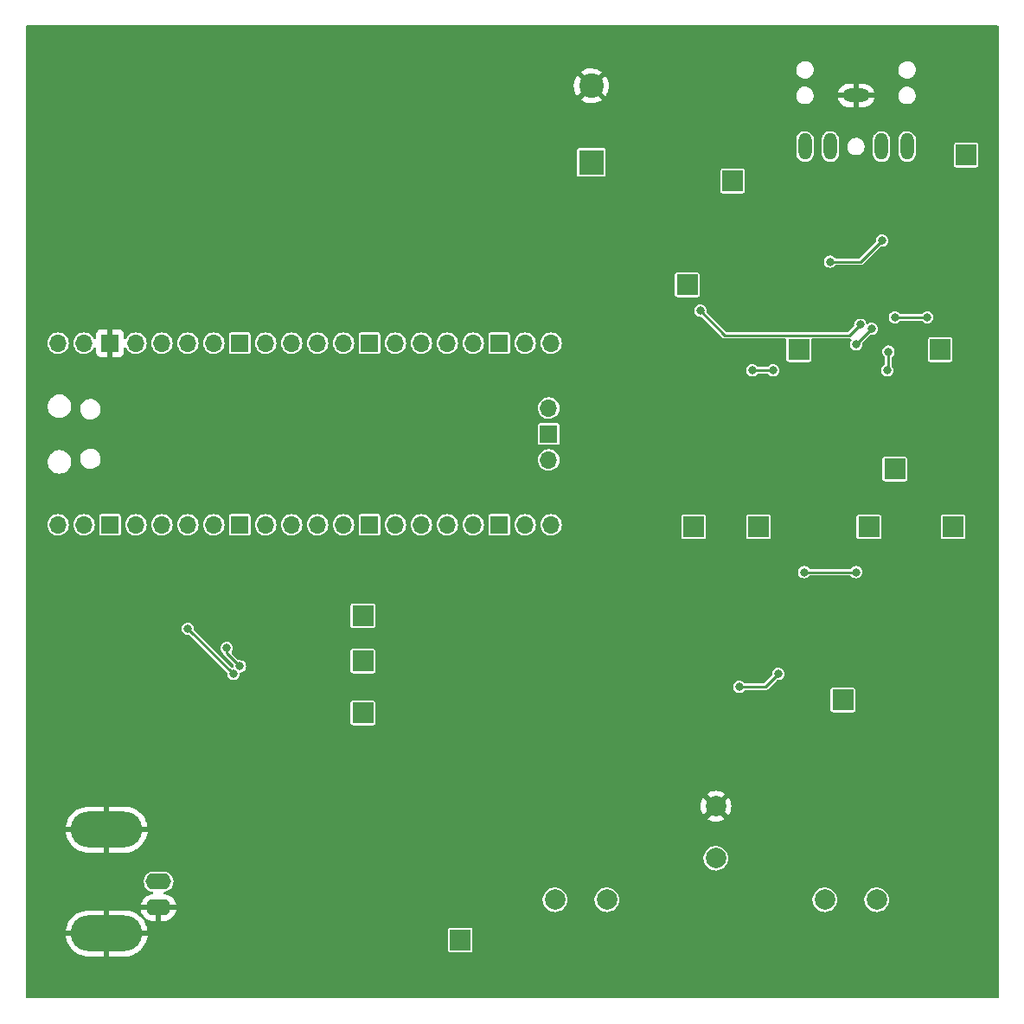
<source format=gbr>
%TF.GenerationSoftware,KiCad,Pcbnew,(6.0.4-0)*%
%TF.CreationDate,2022-06-06T20:21:29-07:00*%
%TF.ProjectId,Receiver Schematic,52656365-6976-4657-9220-536368656d61,rev?*%
%TF.SameCoordinates,Original*%
%TF.FileFunction,Copper,L2,Bot*%
%TF.FilePolarity,Positive*%
%FSLAX46Y46*%
G04 Gerber Fmt 4.6, Leading zero omitted, Abs format (unit mm)*
G04 Created by KiCad (PCBNEW (6.0.4-0)) date 2022-06-06 20:21:29*
%MOMM*%
%LPD*%
G01*
G04 APERTURE LIST*
%TA.AperFunction,ComponentPad*%
%ADD10R,2.000000X2.000000*%
%TD*%
%TA.AperFunction,ComponentPad*%
%ADD11O,2.616000X1.308000*%
%TD*%
%TA.AperFunction,ComponentPad*%
%ADD12O,1.308000X2.616000*%
%TD*%
%TA.AperFunction,ComponentPad*%
%ADD13O,2.500000X1.600000*%
%TD*%
%TA.AperFunction,ComponentPad*%
%ADD14O,7.000000X3.500000*%
%TD*%
%TA.AperFunction,ComponentPad*%
%ADD15C,2.000000*%
%TD*%
%TA.AperFunction,ComponentPad*%
%ADD16R,2.400000X2.400000*%
%TD*%
%TA.AperFunction,ComponentPad*%
%ADD17C,2.400000*%
%TD*%
%TA.AperFunction,ComponentPad*%
%ADD18O,1.700000X1.700000*%
%TD*%
%TA.AperFunction,ComponentPad*%
%ADD19R,1.700000X1.700000*%
%TD*%
%TA.AperFunction,ViaPad*%
%ADD20C,0.800000*%
%TD*%
%TA.AperFunction,Conductor*%
%ADD21C,0.250000*%
%TD*%
G04 APERTURE END LIST*
D10*
%TO.P,TP11,1,1*%
%TO.N,Net-(C17-Pad1)*%
X126492000Y-76200000D03*
%TD*%
D11*
%TO.P,J1,1*%
%TO.N,GND*%
X132080000Y-51308000D03*
D12*
%TO.P,J1,2*%
%TO.N,/Q signal*%
X127080000Y-56308000D03*
%TO.P,J1,3*%
%TO.N,/I signal*%
X137080000Y-56308000D03*
%TO.P,J1,10*%
%TO.N,unconnected-(J1-Pad10)*%
X129580000Y-56308000D03*
%TO.P,J1,11*%
%TO.N,unconnected-(J1-Pad11)*%
X134580000Y-56308000D03*
%TD*%
D13*
%TO.P,AntennaConnector1,1,In*%
%TO.N,Net-(AntennaConnector1-Pad1)*%
X63810000Y-128270000D03*
D14*
%TO.P,AntennaConnector1,2,Ext*%
%TO.N,GND*%
X58730000Y-123190000D03*
X58730000Y-133350000D03*
D13*
X63810000Y-130810000D03*
%TD*%
D15*
%TO.P,L3,1,1*%
%TO.N,Net-(C7-Pad2)*%
X129032000Y-130048000D03*
%TO.P,L3,2,2*%
%TO.N,Net-(L3-Pad2)*%
X134112000Y-130048000D03*
%TD*%
D10*
%TO.P,TP15,1,1*%
%TO.N,Net-(C17-Pad2)*%
X120015000Y-59690000D03*
%TD*%
D16*
%TO.P,C10,1*%
%TO.N,Smoothed 5V*%
X106172000Y-57868755D03*
D17*
%TO.P,C10,2*%
%TO.N,GND*%
X106172000Y-50368755D03*
%TD*%
D10*
%TO.P,TP9,1,1*%
%TO.N,/90 degrees*%
X122555000Y-93532500D03*
%TD*%
%TO.P,TP7,1,1*%
%TO.N,/180 degrees*%
X141605000Y-93532500D03*
%TD*%
%TO.P,TP2,1,1*%
%TO.N,Net-(TP2-Pad1)*%
X83820000Y-111760000D03*
%TD*%
%TO.P,TP4,1,1*%
%TO.N,Net-(TP4-Pad1)*%
X83820000Y-102235000D03*
%TD*%
%TO.P,TP5,1,1*%
%TO.N,Net-(TP5-Pad1)*%
X83820000Y-106680000D03*
%TD*%
%TO.P,TP3,1,1*%
%TO.N,Net-(L3-Pad2)*%
X130810000Y-110490000D03*
%TD*%
D15*
%TO.P,L1,1,1*%
%TO.N,Net-(C3-Pad1)*%
X102616000Y-130048000D03*
%TO.P,L1,2,2*%
%TO.N,Net-(C5-Pad1)*%
X107696000Y-130048000D03*
%TD*%
D10*
%TO.P,TP12,1,1*%
%TO.N,Net-(C9-Pad1)*%
X135890000Y-87884000D03*
%TD*%
%TO.P,TP14,1,1*%
%TO.N,Net-(C16-Pad1)*%
X142875000Y-57150000D03*
%TD*%
%TO.P,TP8,1,1*%
%TO.N,/270 degrees*%
X116205000Y-93532500D03*
%TD*%
%TO.P,TP6,1,1*%
%TO.N,/0 degrees*%
X133350000Y-93532500D03*
%TD*%
%TO.P,TP1,1,1*%
%TO.N,Net-(AntennaConnector1-Pad1)*%
X93345000Y-133985000D03*
%TD*%
%TO.P,TP10,1,1*%
%TO.N,Net-(C14-Pad2)*%
X115570000Y-69850000D03*
%TD*%
D15*
%TO.P,L2,1,1*%
%TO.N,Net-(C5-Pad1)*%
X118364000Y-125984000D03*
%TO.P,L2,2,2*%
%TO.N,GND*%
X118364000Y-120904000D03*
%TD*%
D10*
%TO.P,TP13,1,1*%
%TO.N,Net-(C16-Pad2)*%
X140335000Y-76200000D03*
%TD*%
D18*
%TO.P,U1,1,GPIO0*%
%TO.N,unconnected-(U1-Pad1)*%
X53975000Y-93345000D03*
%TO.P,U1,2,GPIO1*%
%TO.N,unconnected-(U1-Pad2)*%
X56515000Y-93345000D03*
D19*
%TO.P,U1,3,GND*%
%TO.N,unconnected-(U1-Pad3)*%
X59055000Y-93345000D03*
D18*
%TO.P,U1,4,GPIO2*%
%TO.N,unconnected-(U1-Pad4)*%
X61595000Y-93345000D03*
%TO.P,U1,5,GPIO3*%
%TO.N,unconnected-(U1-Pad5)*%
X64135000Y-93345000D03*
%TO.P,U1,6,GPIO4*%
%TO.N,/SDA*%
X66675000Y-93345000D03*
%TO.P,U1,7,GPIO5*%
%TO.N,/SCL*%
X69215000Y-93345000D03*
D19*
%TO.P,U1,8,GND*%
%TO.N,unconnected-(U1-Pad8)*%
X71755000Y-93345000D03*
D18*
%TO.P,U1,9,GPIO6*%
%TO.N,unconnected-(U1-Pad9)*%
X74295000Y-93345000D03*
%TO.P,U1,10,GPIO7*%
%TO.N,unconnected-(U1-Pad10)*%
X76835000Y-93345000D03*
%TO.P,U1,11,GPIO8*%
%TO.N,unconnected-(U1-Pad11)*%
X79375000Y-93345000D03*
%TO.P,U1,12,GPIO9*%
%TO.N,unconnected-(U1-Pad12)*%
X81915000Y-93345000D03*
D19*
%TO.P,U1,13,GND*%
%TO.N,unconnected-(U1-Pad13)*%
X84455000Y-93345000D03*
D18*
%TO.P,U1,14,GPIO10*%
%TO.N,unconnected-(U1-Pad14)*%
X86995000Y-93345000D03*
%TO.P,U1,15,GPIO11*%
%TO.N,unconnected-(U1-Pad15)*%
X89535000Y-93345000D03*
%TO.P,U1,16,GPIO12*%
%TO.N,unconnected-(U1-Pad16)*%
X92075000Y-93345000D03*
%TO.P,U1,17,GPIO13*%
%TO.N,unconnected-(U1-Pad17)*%
X94615000Y-93345000D03*
D19*
%TO.P,U1,18,GND*%
%TO.N,unconnected-(U1-Pad18)*%
X97155000Y-93345000D03*
D18*
%TO.P,U1,19,GPIO14*%
%TO.N,unconnected-(U1-Pad19)*%
X99695000Y-93345000D03*
%TO.P,U1,20,GPIO15*%
%TO.N,unconnected-(U1-Pad20)*%
X102235000Y-93345000D03*
%TO.P,U1,21,GPIO16*%
%TO.N,unconnected-(U1-Pad21)*%
X102235000Y-75565000D03*
%TO.P,U1,22,GPIO17*%
%TO.N,unconnected-(U1-Pad22)*%
X99695000Y-75565000D03*
D19*
%TO.P,U1,23,GND*%
%TO.N,unconnected-(U1-Pad23)*%
X97155000Y-75565000D03*
D18*
%TO.P,U1,24,GPIO18*%
%TO.N,unconnected-(U1-Pad24)*%
X94615000Y-75565000D03*
%TO.P,U1,25,GPIO19*%
%TO.N,unconnected-(U1-Pad25)*%
X92075000Y-75565000D03*
%TO.P,U1,26,GPIO20*%
%TO.N,unconnected-(U1-Pad26)*%
X89535000Y-75565000D03*
%TO.P,U1,27,GPIO21*%
%TO.N,unconnected-(U1-Pad27)*%
X86995000Y-75565000D03*
D19*
%TO.P,U1,28,GND*%
%TO.N,unconnected-(U1-Pad28)*%
X84455000Y-75565000D03*
D18*
%TO.P,U1,29,GPIO22*%
%TO.N,unconnected-(U1-Pad29)*%
X81915000Y-75565000D03*
%TO.P,U1,30,RUN*%
%TO.N,unconnected-(U1-Pad30)*%
X79375000Y-75565000D03*
%TO.P,U1,31,GPIO26_ADC0*%
%TO.N,unconnected-(U1-Pad31)*%
X76835000Y-75565000D03*
%TO.P,U1,32,GPIO27_ADC1*%
%TO.N,unconnected-(U1-Pad32)*%
X74295000Y-75565000D03*
D19*
%TO.P,U1,33,AGND*%
%TO.N,unconnected-(U1-Pad33)*%
X71755000Y-75565000D03*
D18*
%TO.P,U1,34,GPIO28_ADC2*%
%TO.N,unconnected-(U1-Pad34)*%
X69215000Y-75565000D03*
%TO.P,U1,35,ADC_VREF*%
%TO.N,unconnected-(U1-Pad35)*%
X66675000Y-75565000D03*
%TO.P,U1,36,3V3*%
%TO.N,+3V3*%
X64135000Y-75565000D03*
%TO.P,U1,37,3V3_EN*%
%TO.N,unconnected-(U1-Pad37)*%
X61595000Y-75565000D03*
D19*
%TO.P,U1,38,GND*%
%TO.N,GND*%
X59055000Y-75565000D03*
D18*
%TO.P,U1,39,VSYS*%
%TO.N,unconnected-(U1-Pad39)*%
X56515000Y-75565000D03*
%TO.P,U1,40,VBUS*%
%TO.N,5V*%
X53975000Y-75565000D03*
%TO.P,U1,41,SWCLK*%
%TO.N,unconnected-(U1-Pad41)*%
X102005000Y-86995000D03*
D19*
%TO.P,U1,42,GND*%
%TO.N,unconnected-(U1-Pad42)*%
X102005000Y-84455000D03*
D18*
%TO.P,U1,43,SWDIO*%
%TO.N,unconnected-(U1-Pad43)*%
X102005000Y-81915000D03*
%TD*%
D20*
%TO.N,GND*%
X128270000Y-66040000D03*
X111125000Y-94615000D03*
X127000000Y-67584020D03*
X116840000Y-95885000D03*
X121285000Y-99060000D03*
X121285000Y-102870000D03*
%TO.N,Net-(C8-Pad1)*%
X135890000Y-73025000D03*
X135269085Y-76392520D03*
X135128000Y-78232000D03*
X139065000Y-73025000D03*
%TO.N,Net-(C14-Pad2)*%
X116840000Y-72390000D03*
X132495335Y-73752665D03*
%TO.N,Net-(C16-Pad1)*%
X129540000Y-67584020D03*
X134620000Y-65532000D03*
%TO.N,Net-(C17-Pad1)*%
X133604000Y-74168000D03*
X123952000Y-78232000D03*
X121920000Y-78232000D03*
X132080000Y-75692000D03*
%TO.N,/180 degrees*%
X127000000Y-97977500D03*
X132080000Y-97977500D03*
%TO.N,/SDA*%
X71120000Y-107950000D03*
X66675000Y-103505000D03*
%TO.N,/SCL*%
X71778801Y-107198344D03*
X70485000Y-105410000D03*
%TO.N,Net-(TP5-Pad1)*%
X124460000Y-107950000D03*
X120650000Y-109220000D03*
%TD*%
D21*
%TO.N,GND*%
X128270000Y-66314020D02*
X127000000Y-67584020D01*
X112395000Y-95885000D02*
X116840000Y-95885000D01*
X111125000Y-94615000D02*
X112395000Y-95885000D01*
X128270000Y-66040000D02*
X128270000Y-66314020D01*
X121285000Y-99060000D02*
X121285000Y-102870000D01*
%TO.N,Net-(C8-Pad1)*%
X135269085Y-76392520D02*
X135269085Y-78090915D01*
X139065000Y-73025000D02*
X135890000Y-73025000D01*
X135269085Y-78090915D02*
X135128000Y-78232000D01*
%TO.N,Net-(C14-Pad2)*%
X132495335Y-73752665D02*
X131470737Y-74777263D01*
X119227263Y-74777263D02*
X116840000Y-72390000D01*
X131470737Y-74777263D02*
X119227263Y-74777263D01*
%TO.N,Net-(C16-Pad1)*%
X132567980Y-67584020D02*
X134620000Y-65532000D01*
X129540000Y-67584020D02*
X132567980Y-67584020D01*
%TO.N,Net-(C17-Pad1)*%
X133604000Y-74168000D02*
X132080000Y-75692000D01*
X121920000Y-78232000D02*
X123952000Y-78232000D01*
%TO.N,/180 degrees*%
X127000000Y-97977500D02*
X131445000Y-97977500D01*
X131445000Y-97977500D02*
X132080000Y-97977500D01*
%TO.N,/SDA*%
X71120000Y-107950000D02*
X66675000Y-103505000D01*
%TO.N,/SCL*%
X70485000Y-105410000D02*
X70485000Y-105904543D01*
X70485000Y-105904543D02*
X71778801Y-107198344D01*
%TO.N,Net-(TP5-Pad1)*%
X123190000Y-109220000D02*
X124460000Y-107950000D01*
X120650000Y-109220000D02*
X123190000Y-109220000D01*
%TD*%
%TA.AperFunction,Conductor*%
%TO.N,GND*%
G36*
X145991121Y-44471002D02*
G01*
X146037614Y-44524658D01*
X146049000Y-44577000D01*
X146049000Y-139573000D01*
X146028998Y-139641121D01*
X145975342Y-139687614D01*
X145923000Y-139699000D01*
X50927000Y-139699000D01*
X50858879Y-139678998D01*
X50812386Y-139625342D01*
X50801000Y-139573000D01*
X50801000Y-133620272D01*
X54736942Y-133620272D01*
X54743222Y-133692053D01*
X54744497Y-133700292D01*
X54808110Y-133984880D01*
X54810464Y-133992877D01*
X54911150Y-134266534D01*
X54914550Y-134274172D01*
X55050549Y-134532115D01*
X55054916Y-134539213D01*
X55223835Y-134776905D01*
X55229108Y-134783372D01*
X55427983Y-134996639D01*
X55434067Y-135002351D01*
X55659393Y-135187437D01*
X55666174Y-135192292D01*
X55914013Y-135345958D01*
X55921373Y-135349871D01*
X56187346Y-135469404D01*
X56195169Y-135472314D01*
X56474625Y-135555624D01*
X56482746Y-135557469D01*
X56771429Y-135603191D01*
X56778403Y-135603899D01*
X56867286Y-135607936D01*
X56870119Y-135608000D01*
X58457885Y-135608000D01*
X58473124Y-135603525D01*
X58474329Y-135602135D01*
X58476000Y-135594452D01*
X58476000Y-135589885D01*
X58984000Y-135589885D01*
X58988475Y-135605124D01*
X58989865Y-135606329D01*
X58997548Y-135608000D01*
X60553993Y-135608000D01*
X60558182Y-135607861D01*
X60775132Y-135593451D01*
X60783403Y-135592347D01*
X61069251Y-135534710D01*
X61077303Y-135532522D01*
X61353005Y-135437591D01*
X61360716Y-135434350D01*
X61621444Y-135303787D01*
X61628638Y-135299566D01*
X61869820Y-135135659D01*
X61876390Y-135130526D01*
X62017065Y-135004748D01*
X92144500Y-135004748D01*
X92156133Y-135063231D01*
X92200448Y-135129552D01*
X92266769Y-135173867D01*
X92278938Y-135176288D01*
X92278939Y-135176288D01*
X92319184Y-135184293D01*
X92325252Y-135185500D01*
X94364748Y-135185500D01*
X94370816Y-135184293D01*
X94411061Y-135176288D01*
X94411062Y-135176288D01*
X94423231Y-135173867D01*
X94489552Y-135129552D01*
X94533867Y-135063231D01*
X94545500Y-135004748D01*
X94545500Y-132965252D01*
X94533867Y-132906769D01*
X94489552Y-132840448D01*
X94423231Y-132796133D01*
X94411062Y-132793712D01*
X94411061Y-132793712D01*
X94370816Y-132785707D01*
X94364748Y-132784500D01*
X92325252Y-132784500D01*
X92319184Y-132785707D01*
X92278939Y-132793712D01*
X92278938Y-132793712D01*
X92266769Y-132796133D01*
X92200448Y-132840448D01*
X92156133Y-132906769D01*
X92144500Y-132965252D01*
X92144500Y-135004748D01*
X62017065Y-135004748D01*
X62093775Y-134936161D01*
X62099608Y-134930205D01*
X62289378Y-134708797D01*
X62294376Y-134702116D01*
X62453191Y-134457563D01*
X62457265Y-134450273D01*
X62582338Y-134186868D01*
X62585414Y-134179100D01*
X62674552Y-133901469D01*
X62676573Y-133893363D01*
X62725429Y-133621830D01*
X62723997Y-133608571D01*
X62709387Y-133604000D01*
X59002115Y-133604000D01*
X58986876Y-133608475D01*
X58985671Y-133609865D01*
X58984000Y-133617548D01*
X58984000Y-135589885D01*
X58476000Y-135589885D01*
X58476000Y-133622115D01*
X58471525Y-133606876D01*
X58470135Y-133605671D01*
X58462452Y-133604000D01*
X54753633Y-133604000D01*
X54739004Y-133608295D01*
X54736942Y-133620272D01*
X50801000Y-133620272D01*
X50801000Y-133078170D01*
X54734571Y-133078170D01*
X54736003Y-133091429D01*
X54750613Y-133096000D01*
X58457885Y-133096000D01*
X58473124Y-133091525D01*
X58474329Y-133090135D01*
X58476000Y-133082452D01*
X58476000Y-133077885D01*
X58984000Y-133077885D01*
X58988475Y-133093124D01*
X58989865Y-133094329D01*
X58997548Y-133096000D01*
X62706367Y-133096000D01*
X62720996Y-133091705D01*
X62723058Y-133079728D01*
X62716778Y-133007947D01*
X62715503Y-132999708D01*
X62651890Y-132715120D01*
X62649536Y-132707123D01*
X62548850Y-132433466D01*
X62545450Y-132425828D01*
X62409451Y-132167885D01*
X62405084Y-132160787D01*
X62236165Y-131923095D01*
X62230892Y-131916628D01*
X62032017Y-131703361D01*
X62025933Y-131697649D01*
X61800607Y-131512563D01*
X61793826Y-131507708D01*
X61545987Y-131354042D01*
X61538627Y-131350129D01*
X61272654Y-131230596D01*
X61264831Y-131227686D01*
X60985375Y-131144376D01*
X60977254Y-131142531D01*
X60688571Y-131096809D01*
X60681597Y-131096101D01*
X60592714Y-131092064D01*
X60589881Y-131092000D01*
X59002115Y-131092000D01*
X58986876Y-131096475D01*
X58985671Y-131097865D01*
X58984000Y-131105548D01*
X58984000Y-133077885D01*
X58476000Y-133077885D01*
X58476000Y-131110115D01*
X58471525Y-131094876D01*
X58470135Y-131093671D01*
X58462452Y-131092000D01*
X56906007Y-131092000D01*
X56901818Y-131092139D01*
X56684868Y-131106549D01*
X56676597Y-131107653D01*
X56390749Y-131165290D01*
X56382697Y-131167478D01*
X56106995Y-131262409D01*
X56099284Y-131265650D01*
X55838556Y-131396213D01*
X55831362Y-131400434D01*
X55590180Y-131564341D01*
X55583610Y-131569474D01*
X55366225Y-131763839D01*
X55360392Y-131769795D01*
X55170622Y-131991203D01*
X55165624Y-131997884D01*
X55006809Y-132242437D01*
X55002735Y-132249727D01*
X54877662Y-132513132D01*
X54874586Y-132520900D01*
X54785448Y-132798531D01*
X54783427Y-132806637D01*
X54734571Y-133078170D01*
X50801000Y-133078170D01*
X50801000Y-131076522D01*
X62077273Y-131076522D01*
X62124764Y-131253761D01*
X62128510Y-131264053D01*
X62220586Y-131461511D01*
X62226069Y-131471007D01*
X62351028Y-131649467D01*
X62358084Y-131657875D01*
X62512125Y-131811916D01*
X62520533Y-131818972D01*
X62698993Y-131943931D01*
X62708489Y-131949414D01*
X62905947Y-132041490D01*
X62916239Y-132045236D01*
X63126688Y-132101625D01*
X63137481Y-132103528D01*
X63300170Y-132117762D01*
X63305635Y-132118000D01*
X63537885Y-132118000D01*
X63553124Y-132113525D01*
X63554329Y-132112135D01*
X63556000Y-132104452D01*
X63556000Y-132099885D01*
X64064000Y-132099885D01*
X64068475Y-132115124D01*
X64069865Y-132116329D01*
X64077548Y-132118000D01*
X64314365Y-132118000D01*
X64319830Y-132117762D01*
X64482519Y-132103528D01*
X64493312Y-132101625D01*
X64703761Y-132045236D01*
X64714053Y-132041490D01*
X64911511Y-131949414D01*
X64921007Y-131943931D01*
X65099467Y-131818972D01*
X65107875Y-131811916D01*
X65261916Y-131657875D01*
X65268972Y-131649467D01*
X65393931Y-131471007D01*
X65399414Y-131461511D01*
X65491490Y-131264053D01*
X65495236Y-131253761D01*
X65541394Y-131081497D01*
X65541058Y-131067401D01*
X65533116Y-131064000D01*
X64082115Y-131064000D01*
X64066876Y-131068475D01*
X64065671Y-131069865D01*
X64064000Y-131077548D01*
X64064000Y-132099885D01*
X63556000Y-132099885D01*
X63556000Y-131082115D01*
X63551525Y-131066876D01*
X63550135Y-131065671D01*
X63542452Y-131064000D01*
X62092033Y-131064000D01*
X62078502Y-131067973D01*
X62077273Y-131076522D01*
X50801000Y-131076522D01*
X50801000Y-130538503D01*
X62078606Y-130538503D01*
X62078942Y-130552599D01*
X62086884Y-130556000D01*
X65527967Y-130556000D01*
X65541498Y-130552027D01*
X65542727Y-130543478D01*
X65495236Y-130366239D01*
X65491490Y-130355947D01*
X65399414Y-130158489D01*
X65393931Y-130148993D01*
X65301116Y-130016440D01*
X101410770Y-130016440D01*
X101425200Y-130236604D01*
X101426621Y-130242200D01*
X101426622Y-130242205D01*
X101458123Y-130366239D01*
X101479511Y-130450452D01*
X101481928Y-130455694D01*
X101481928Y-130455695D01*
X101520046Y-130538379D01*
X101571883Y-130650821D01*
X101699222Y-130831002D01*
X101857264Y-130984961D01*
X101862060Y-130988166D01*
X101862063Y-130988168D01*
X101981501Y-131067973D01*
X102040717Y-131107540D01*
X102046020Y-131109818D01*
X102046023Y-131109820D01*
X102180226Y-131167478D01*
X102243436Y-131194635D01*
X102323088Y-131212658D01*
X102452995Y-131242054D01*
X102453001Y-131242055D01*
X102458632Y-131243329D01*
X102464403Y-131243556D01*
X102464405Y-131243556D01*
X102532211Y-131246220D01*
X102679098Y-131251991D01*
X102788275Y-131236161D01*
X102891738Y-131221160D01*
X102891743Y-131221159D01*
X102897452Y-131220331D01*
X102902916Y-131218476D01*
X102902921Y-131218475D01*
X103100907Y-131151268D01*
X103100912Y-131151266D01*
X103106379Y-131149410D01*
X103118663Y-131142531D01*
X103208644Y-131092139D01*
X103298884Y-131041602D01*
X103468518Y-130900518D01*
X103609602Y-130730884D01*
X103707542Y-130556000D01*
X103714586Y-130543422D01*
X103714587Y-130543420D01*
X103717410Y-130538379D01*
X103719266Y-130532912D01*
X103719268Y-130532907D01*
X103786475Y-130334921D01*
X103786476Y-130334916D01*
X103788331Y-130329452D01*
X103789159Y-130323743D01*
X103789160Y-130323738D01*
X103808346Y-130191413D01*
X103819991Y-130111098D01*
X103821643Y-130048000D01*
X103818743Y-130016440D01*
X106490770Y-130016440D01*
X106505200Y-130236604D01*
X106506621Y-130242200D01*
X106506622Y-130242205D01*
X106538123Y-130366239D01*
X106559511Y-130450452D01*
X106561928Y-130455694D01*
X106561928Y-130455695D01*
X106600046Y-130538379D01*
X106651883Y-130650821D01*
X106779222Y-130831002D01*
X106937264Y-130984961D01*
X106942060Y-130988166D01*
X106942063Y-130988168D01*
X107061501Y-131067973D01*
X107120717Y-131107540D01*
X107126020Y-131109818D01*
X107126023Y-131109820D01*
X107260226Y-131167478D01*
X107323436Y-131194635D01*
X107403088Y-131212658D01*
X107532995Y-131242054D01*
X107533001Y-131242055D01*
X107538632Y-131243329D01*
X107544403Y-131243556D01*
X107544405Y-131243556D01*
X107612211Y-131246220D01*
X107759098Y-131251991D01*
X107868275Y-131236161D01*
X107971738Y-131221160D01*
X107971743Y-131221159D01*
X107977452Y-131220331D01*
X107982916Y-131218476D01*
X107982921Y-131218475D01*
X108180907Y-131151268D01*
X108180912Y-131151266D01*
X108186379Y-131149410D01*
X108198663Y-131142531D01*
X108288644Y-131092139D01*
X108378884Y-131041602D01*
X108548518Y-130900518D01*
X108689602Y-130730884D01*
X108787542Y-130556000D01*
X108794586Y-130543422D01*
X108794587Y-130543420D01*
X108797410Y-130538379D01*
X108799266Y-130532912D01*
X108799268Y-130532907D01*
X108866475Y-130334921D01*
X108866476Y-130334916D01*
X108868331Y-130329452D01*
X108869159Y-130323743D01*
X108869160Y-130323738D01*
X108888346Y-130191413D01*
X108899991Y-130111098D01*
X108901643Y-130048000D01*
X108898743Y-130016440D01*
X127826770Y-130016440D01*
X127841200Y-130236604D01*
X127842621Y-130242200D01*
X127842622Y-130242205D01*
X127874123Y-130366239D01*
X127895511Y-130450452D01*
X127897928Y-130455694D01*
X127897928Y-130455695D01*
X127936046Y-130538379D01*
X127987883Y-130650821D01*
X128115222Y-130831002D01*
X128273264Y-130984961D01*
X128278060Y-130988166D01*
X128278063Y-130988168D01*
X128397501Y-131067973D01*
X128456717Y-131107540D01*
X128462020Y-131109818D01*
X128462023Y-131109820D01*
X128596226Y-131167478D01*
X128659436Y-131194635D01*
X128739088Y-131212658D01*
X128868995Y-131242054D01*
X128869001Y-131242055D01*
X128874632Y-131243329D01*
X128880403Y-131243556D01*
X128880405Y-131243556D01*
X128948211Y-131246220D01*
X129095098Y-131251991D01*
X129204275Y-131236161D01*
X129307738Y-131221160D01*
X129307743Y-131221159D01*
X129313452Y-131220331D01*
X129318916Y-131218476D01*
X129318921Y-131218475D01*
X129516907Y-131151268D01*
X129516912Y-131151266D01*
X129522379Y-131149410D01*
X129534663Y-131142531D01*
X129624644Y-131092139D01*
X129714884Y-131041602D01*
X129884518Y-130900518D01*
X130025602Y-130730884D01*
X130123542Y-130556000D01*
X130130586Y-130543422D01*
X130130587Y-130543420D01*
X130133410Y-130538379D01*
X130135266Y-130532912D01*
X130135268Y-130532907D01*
X130202475Y-130334921D01*
X130202476Y-130334916D01*
X130204331Y-130329452D01*
X130205159Y-130323743D01*
X130205160Y-130323738D01*
X130224346Y-130191413D01*
X130235991Y-130111098D01*
X130237643Y-130048000D01*
X130234743Y-130016440D01*
X132906770Y-130016440D01*
X132921200Y-130236604D01*
X132922621Y-130242200D01*
X132922622Y-130242205D01*
X132954123Y-130366239D01*
X132975511Y-130450452D01*
X132977928Y-130455694D01*
X132977928Y-130455695D01*
X133016046Y-130538379D01*
X133067883Y-130650821D01*
X133195222Y-130831002D01*
X133353264Y-130984961D01*
X133358060Y-130988166D01*
X133358063Y-130988168D01*
X133477501Y-131067973D01*
X133536717Y-131107540D01*
X133542020Y-131109818D01*
X133542023Y-131109820D01*
X133676226Y-131167478D01*
X133739436Y-131194635D01*
X133819088Y-131212658D01*
X133948995Y-131242054D01*
X133949001Y-131242055D01*
X133954632Y-131243329D01*
X133960403Y-131243556D01*
X133960405Y-131243556D01*
X134028211Y-131246220D01*
X134175098Y-131251991D01*
X134284275Y-131236161D01*
X134387738Y-131221160D01*
X134387743Y-131221159D01*
X134393452Y-131220331D01*
X134398916Y-131218476D01*
X134398921Y-131218475D01*
X134596907Y-131151268D01*
X134596912Y-131151266D01*
X134602379Y-131149410D01*
X134614663Y-131142531D01*
X134704644Y-131092139D01*
X134794884Y-131041602D01*
X134964518Y-130900518D01*
X135105602Y-130730884D01*
X135203542Y-130556000D01*
X135210586Y-130543422D01*
X135210587Y-130543420D01*
X135213410Y-130538379D01*
X135215266Y-130532912D01*
X135215268Y-130532907D01*
X135282475Y-130334921D01*
X135282476Y-130334916D01*
X135284331Y-130329452D01*
X135285159Y-130323743D01*
X135285160Y-130323738D01*
X135304346Y-130191413D01*
X135315991Y-130111098D01*
X135317643Y-130048000D01*
X135297454Y-129828289D01*
X135237565Y-129615936D01*
X135139980Y-129418053D01*
X135094015Y-129356498D01*
X135011420Y-129245891D01*
X135011420Y-129245890D01*
X135007967Y-129241267D01*
X134845949Y-129091499D01*
X134659350Y-128973764D01*
X134454421Y-128892006D01*
X134448761Y-128890880D01*
X134448757Y-128890879D01*
X134243691Y-128850089D01*
X134243688Y-128850089D01*
X134238024Y-128848962D01*
X134232249Y-128848886D01*
X134232245Y-128848886D01*
X134121504Y-128847437D01*
X134017406Y-128846074D01*
X134011709Y-128847053D01*
X134011708Y-128847053D01*
X133805654Y-128882459D01*
X133805653Y-128882459D01*
X133799957Y-128883438D01*
X133592957Y-128959804D01*
X133403341Y-129072614D01*
X133237457Y-129218090D01*
X133100863Y-129391360D01*
X132998131Y-129586620D01*
X132932703Y-129797333D01*
X132906770Y-130016440D01*
X130234743Y-130016440D01*
X130217454Y-129828289D01*
X130157565Y-129615936D01*
X130059980Y-129418053D01*
X130014015Y-129356498D01*
X129931420Y-129245891D01*
X129931420Y-129245890D01*
X129927967Y-129241267D01*
X129765949Y-129091499D01*
X129579350Y-128973764D01*
X129374421Y-128892006D01*
X129368761Y-128890880D01*
X129368757Y-128890879D01*
X129163691Y-128850089D01*
X129163688Y-128850089D01*
X129158024Y-128848962D01*
X129152249Y-128848886D01*
X129152245Y-128848886D01*
X129041504Y-128847437D01*
X128937406Y-128846074D01*
X128931709Y-128847053D01*
X128931708Y-128847053D01*
X128725654Y-128882459D01*
X128725653Y-128882459D01*
X128719957Y-128883438D01*
X128512957Y-128959804D01*
X128323341Y-129072614D01*
X128157457Y-129218090D01*
X128020863Y-129391360D01*
X127918131Y-129586620D01*
X127852703Y-129797333D01*
X127826770Y-130016440D01*
X108898743Y-130016440D01*
X108881454Y-129828289D01*
X108821565Y-129615936D01*
X108723980Y-129418053D01*
X108678015Y-129356498D01*
X108595420Y-129245891D01*
X108595420Y-129245890D01*
X108591967Y-129241267D01*
X108429949Y-129091499D01*
X108243350Y-128973764D01*
X108038421Y-128892006D01*
X108032761Y-128890880D01*
X108032757Y-128890879D01*
X107827691Y-128850089D01*
X107827688Y-128850089D01*
X107822024Y-128848962D01*
X107816249Y-128848886D01*
X107816245Y-128848886D01*
X107705504Y-128847437D01*
X107601406Y-128846074D01*
X107595709Y-128847053D01*
X107595708Y-128847053D01*
X107389654Y-128882459D01*
X107389653Y-128882459D01*
X107383957Y-128883438D01*
X107176957Y-128959804D01*
X106987341Y-129072614D01*
X106821457Y-129218090D01*
X106684863Y-129391360D01*
X106582131Y-129586620D01*
X106516703Y-129797333D01*
X106490770Y-130016440D01*
X103818743Y-130016440D01*
X103801454Y-129828289D01*
X103741565Y-129615936D01*
X103643980Y-129418053D01*
X103598015Y-129356498D01*
X103515420Y-129245891D01*
X103515420Y-129245890D01*
X103511967Y-129241267D01*
X103349949Y-129091499D01*
X103163350Y-128973764D01*
X102958421Y-128892006D01*
X102952761Y-128890880D01*
X102952757Y-128890879D01*
X102747691Y-128850089D01*
X102747688Y-128850089D01*
X102742024Y-128848962D01*
X102736249Y-128848886D01*
X102736245Y-128848886D01*
X102625504Y-128847437D01*
X102521406Y-128846074D01*
X102515709Y-128847053D01*
X102515708Y-128847053D01*
X102309654Y-128882459D01*
X102309653Y-128882459D01*
X102303957Y-128883438D01*
X102096957Y-128959804D01*
X101907341Y-129072614D01*
X101741457Y-129218090D01*
X101604863Y-129391360D01*
X101502131Y-129586620D01*
X101436703Y-129797333D01*
X101410770Y-130016440D01*
X65301116Y-130016440D01*
X65268972Y-129970533D01*
X65261916Y-129962125D01*
X65107875Y-129808084D01*
X65099467Y-129801028D01*
X64921007Y-129676069D01*
X64911511Y-129670586D01*
X64714053Y-129578510D01*
X64703761Y-129574764D01*
X64493312Y-129518375D01*
X64482520Y-129516472D01*
X64417143Y-129510752D01*
X64351025Y-129484888D01*
X64309386Y-129427385D01*
X64305445Y-129356498D01*
X64340454Y-129294733D01*
X64403299Y-129261701D01*
X64415390Y-129259876D01*
X64430558Y-129258336D01*
X64455868Y-129255765D01*
X64455870Y-129255765D01*
X64462216Y-129255120D01*
X64656172Y-129194338D01*
X64833944Y-129095797D01*
X64988271Y-128963523D01*
X65112848Y-128802919D01*
X65202587Y-128620545D01*
X65228752Y-128520097D01*
X65252212Y-128430034D01*
X65252212Y-128430031D01*
X65253822Y-128423852D01*
X65264459Y-128220874D01*
X65234065Y-128019903D01*
X65163881Y-127829148D01*
X65110345Y-127742802D01*
X65060137Y-127661824D01*
X65060134Y-127661820D01*
X65056774Y-127656401D01*
X64917119Y-127508720D01*
X64750621Y-127392137D01*
X64564081Y-127311414D01*
X64518053Y-127301798D01*
X64369856Y-127270838D01*
X64369851Y-127270837D01*
X64365120Y-127269849D01*
X64360238Y-127269593D01*
X64360129Y-127269587D01*
X64360113Y-127269587D01*
X64358461Y-127269500D01*
X63309200Y-127269500D01*
X63261207Y-127274375D01*
X63164132Y-127284235D01*
X63164130Y-127284235D01*
X63157784Y-127284880D01*
X62963828Y-127345662D01*
X62786056Y-127444203D01*
X62631729Y-127576477D01*
X62507152Y-127737081D01*
X62417413Y-127919455D01*
X62415804Y-127925633D01*
X62415803Y-127925635D01*
X62389603Y-128026220D01*
X62366178Y-128116148D01*
X62355541Y-128319126D01*
X62385935Y-128520097D01*
X62456119Y-128710852D01*
X62459479Y-128716272D01*
X62459480Y-128716273D01*
X62559863Y-128878176D01*
X62559866Y-128878180D01*
X62563226Y-128883599D01*
X62702881Y-129031280D01*
X62869379Y-129147863D01*
X63055919Y-129228586D01*
X63186018Y-129255765D01*
X63216031Y-129262035D01*
X63278622Y-129295544D01*
X63313160Y-129357574D01*
X63308680Y-129428429D01*
X63266604Y-129485614D01*
X63201246Y-129510893D01*
X63137480Y-129516472D01*
X63126688Y-129518375D01*
X62916239Y-129574764D01*
X62905947Y-129578510D01*
X62708489Y-129670586D01*
X62698993Y-129676069D01*
X62520533Y-129801028D01*
X62512125Y-129808084D01*
X62358084Y-129962125D01*
X62351028Y-129970533D01*
X62226069Y-130148993D01*
X62220586Y-130158489D01*
X62128510Y-130355947D01*
X62124764Y-130366239D01*
X62078606Y-130538503D01*
X50801000Y-130538503D01*
X50801000Y-125952440D01*
X117158770Y-125952440D01*
X117173200Y-126172604D01*
X117174621Y-126178200D01*
X117174622Y-126178205D01*
X117226090Y-126380857D01*
X117227511Y-126386452D01*
X117229928Y-126391694D01*
X117229928Y-126391695D01*
X117268046Y-126474379D01*
X117319883Y-126586821D01*
X117447222Y-126767002D01*
X117605264Y-126920961D01*
X117610060Y-126924166D01*
X117610063Y-126924168D01*
X117694261Y-126980427D01*
X117788717Y-127043540D01*
X117794020Y-127045818D01*
X117794023Y-127045820D01*
X117986129Y-127128355D01*
X117991436Y-127130635D01*
X118071088Y-127148658D01*
X118200995Y-127178054D01*
X118201001Y-127178055D01*
X118206632Y-127179329D01*
X118212403Y-127179556D01*
X118212405Y-127179556D01*
X118280211Y-127182220D01*
X118427098Y-127187991D01*
X118536275Y-127172161D01*
X118639738Y-127157160D01*
X118639743Y-127157159D01*
X118645452Y-127156331D01*
X118650916Y-127154476D01*
X118650921Y-127154475D01*
X118848907Y-127087268D01*
X118848912Y-127087266D01*
X118854379Y-127085410D01*
X119046884Y-126977602D01*
X119216518Y-126836518D01*
X119357602Y-126666884D01*
X119465410Y-126474379D01*
X119467266Y-126468912D01*
X119467268Y-126468907D01*
X119534475Y-126270921D01*
X119534476Y-126270916D01*
X119536331Y-126265452D01*
X119537159Y-126259743D01*
X119537160Y-126259738D01*
X119567458Y-126050772D01*
X119567991Y-126047098D01*
X119569643Y-125984000D01*
X119549454Y-125764289D01*
X119489565Y-125551936D01*
X119391980Y-125354053D01*
X119259967Y-125177267D01*
X119097949Y-125027499D01*
X118911350Y-124909764D01*
X118706421Y-124828006D01*
X118700761Y-124826880D01*
X118700757Y-124826879D01*
X118495691Y-124786089D01*
X118495688Y-124786089D01*
X118490024Y-124784962D01*
X118484249Y-124784886D01*
X118484245Y-124784886D01*
X118373504Y-124783437D01*
X118269406Y-124782074D01*
X118263709Y-124783053D01*
X118263708Y-124783053D01*
X118057654Y-124818459D01*
X118057653Y-124818459D01*
X118051957Y-124819438D01*
X117844957Y-124895804D01*
X117655341Y-125008614D01*
X117489457Y-125154090D01*
X117352863Y-125327360D01*
X117250131Y-125522620D01*
X117184703Y-125733333D01*
X117158770Y-125952440D01*
X50801000Y-125952440D01*
X50801000Y-123460272D01*
X54736942Y-123460272D01*
X54743222Y-123532053D01*
X54744497Y-123540292D01*
X54808110Y-123824880D01*
X54810464Y-123832877D01*
X54911150Y-124106534D01*
X54914550Y-124114172D01*
X55050549Y-124372115D01*
X55054916Y-124379213D01*
X55223835Y-124616905D01*
X55229108Y-124623372D01*
X55427983Y-124836639D01*
X55434067Y-124842351D01*
X55659393Y-125027437D01*
X55666174Y-125032292D01*
X55914013Y-125185958D01*
X55921373Y-125189871D01*
X56187346Y-125309404D01*
X56195169Y-125312314D01*
X56474625Y-125395624D01*
X56482746Y-125397469D01*
X56771429Y-125443191D01*
X56778403Y-125443899D01*
X56867286Y-125447936D01*
X56870119Y-125448000D01*
X58457885Y-125448000D01*
X58473124Y-125443525D01*
X58474329Y-125442135D01*
X58476000Y-125434452D01*
X58476000Y-125429885D01*
X58984000Y-125429885D01*
X58988475Y-125445124D01*
X58989865Y-125446329D01*
X58997548Y-125448000D01*
X60553993Y-125448000D01*
X60558182Y-125447861D01*
X60775132Y-125433451D01*
X60783403Y-125432347D01*
X61069251Y-125374710D01*
X61077303Y-125372522D01*
X61353005Y-125277591D01*
X61360716Y-125274350D01*
X61621444Y-125143787D01*
X61628638Y-125139566D01*
X61869820Y-124975659D01*
X61876390Y-124970526D01*
X62093775Y-124776161D01*
X62099608Y-124770205D01*
X62289378Y-124548797D01*
X62294376Y-124542116D01*
X62453191Y-124297563D01*
X62457265Y-124290273D01*
X62582338Y-124026868D01*
X62585414Y-124019100D01*
X62674552Y-123741469D01*
X62676573Y-123733363D01*
X62725429Y-123461830D01*
X62723997Y-123448571D01*
X62709387Y-123444000D01*
X59002115Y-123444000D01*
X58986876Y-123448475D01*
X58985671Y-123449865D01*
X58984000Y-123457548D01*
X58984000Y-125429885D01*
X58476000Y-125429885D01*
X58476000Y-123462115D01*
X58471525Y-123446876D01*
X58470135Y-123445671D01*
X58462452Y-123444000D01*
X54753633Y-123444000D01*
X54739004Y-123448295D01*
X54736942Y-123460272D01*
X50801000Y-123460272D01*
X50801000Y-122918170D01*
X54734571Y-122918170D01*
X54736003Y-122931429D01*
X54750613Y-122936000D01*
X58457885Y-122936000D01*
X58473124Y-122931525D01*
X58474329Y-122930135D01*
X58476000Y-122922452D01*
X58476000Y-122917885D01*
X58984000Y-122917885D01*
X58988475Y-122933124D01*
X58989865Y-122934329D01*
X58997548Y-122936000D01*
X62706367Y-122936000D01*
X62720996Y-122931705D01*
X62723058Y-122919728D01*
X62716778Y-122847947D01*
X62715503Y-122839708D01*
X62651890Y-122555120D01*
X62649536Y-122547123D01*
X62548850Y-122273466D01*
X62545450Y-122265828D01*
X62477352Y-122136670D01*
X117496160Y-122136670D01*
X117501887Y-122144320D01*
X117673042Y-122249205D01*
X117681837Y-122253687D01*
X117891988Y-122340734D01*
X117901373Y-122343783D01*
X118122554Y-122396885D01*
X118132301Y-122398428D01*
X118359070Y-122416275D01*
X118368930Y-122416275D01*
X118595699Y-122398428D01*
X118605446Y-122396885D01*
X118826627Y-122343783D01*
X118836012Y-122340734D01*
X119046163Y-122253687D01*
X119054958Y-122249205D01*
X119222445Y-122146568D01*
X119231907Y-122136110D01*
X119228124Y-122127334D01*
X118376812Y-121276022D01*
X118362868Y-121268408D01*
X118361035Y-121268539D01*
X118354420Y-121272790D01*
X117502920Y-122124290D01*
X117496160Y-122136670D01*
X62477352Y-122136670D01*
X62409451Y-122007885D01*
X62405084Y-122000787D01*
X62236165Y-121763095D01*
X62230892Y-121756628D01*
X62032017Y-121543361D01*
X62025933Y-121537649D01*
X61800607Y-121352563D01*
X61793826Y-121347708D01*
X61545987Y-121194042D01*
X61538627Y-121190129D01*
X61272654Y-121070596D01*
X61264831Y-121067686D01*
X60985375Y-120984376D01*
X60977254Y-120982531D01*
X60688571Y-120936809D01*
X60681597Y-120936101D01*
X60592714Y-120932064D01*
X60589881Y-120932000D01*
X59002115Y-120932000D01*
X58986876Y-120936475D01*
X58985671Y-120937865D01*
X58984000Y-120945548D01*
X58984000Y-122917885D01*
X58476000Y-122917885D01*
X58476000Y-120950115D01*
X58471525Y-120934876D01*
X58470135Y-120933671D01*
X58462452Y-120932000D01*
X56906007Y-120932000D01*
X56901818Y-120932139D01*
X56684868Y-120946549D01*
X56676597Y-120947653D01*
X56390749Y-121005290D01*
X56382697Y-121007478D01*
X56106995Y-121102409D01*
X56099284Y-121105650D01*
X55838556Y-121236213D01*
X55831362Y-121240434D01*
X55590180Y-121404341D01*
X55583610Y-121409474D01*
X55366225Y-121603839D01*
X55360392Y-121609795D01*
X55170622Y-121831203D01*
X55165624Y-121837884D01*
X55006809Y-122082437D01*
X55002735Y-122089727D01*
X54877662Y-122353132D01*
X54874586Y-122360900D01*
X54785448Y-122638531D01*
X54783427Y-122646637D01*
X54734571Y-122918170D01*
X50801000Y-122918170D01*
X50801000Y-120908930D01*
X116851725Y-120908930D01*
X116869572Y-121135699D01*
X116871115Y-121145446D01*
X116924217Y-121366627D01*
X116927266Y-121376012D01*
X117014313Y-121586163D01*
X117018795Y-121594958D01*
X117121432Y-121762445D01*
X117131890Y-121771907D01*
X117140666Y-121768124D01*
X117991978Y-120916812D01*
X117998356Y-120905132D01*
X118728408Y-120905132D01*
X118728539Y-120906965D01*
X118732790Y-120913580D01*
X119584290Y-121765080D01*
X119596670Y-121771840D01*
X119604320Y-121766113D01*
X119709205Y-121594958D01*
X119713687Y-121586163D01*
X119800734Y-121376012D01*
X119803783Y-121366627D01*
X119856885Y-121145446D01*
X119858428Y-121135699D01*
X119876275Y-120908930D01*
X119876275Y-120899070D01*
X119858428Y-120672301D01*
X119856885Y-120662554D01*
X119803783Y-120441373D01*
X119800734Y-120431988D01*
X119713687Y-120221837D01*
X119709205Y-120213042D01*
X119606568Y-120045555D01*
X119596110Y-120036093D01*
X119587334Y-120039876D01*
X118736022Y-120891188D01*
X118728408Y-120905132D01*
X117998356Y-120905132D01*
X117999592Y-120902868D01*
X117999461Y-120901035D01*
X117995210Y-120894420D01*
X117143710Y-120042920D01*
X117131330Y-120036160D01*
X117123680Y-120041887D01*
X117018795Y-120213042D01*
X117014313Y-120221837D01*
X116927266Y-120431988D01*
X116924217Y-120441373D01*
X116871115Y-120662554D01*
X116869572Y-120672301D01*
X116851725Y-120899070D01*
X116851725Y-120908930D01*
X50801000Y-120908930D01*
X50801000Y-119671890D01*
X117496093Y-119671890D01*
X117499876Y-119680666D01*
X118351188Y-120531978D01*
X118365132Y-120539592D01*
X118366965Y-120539461D01*
X118373580Y-120535210D01*
X119225080Y-119683710D01*
X119231840Y-119671330D01*
X119226113Y-119663680D01*
X119054958Y-119558795D01*
X119046163Y-119554313D01*
X118836012Y-119467266D01*
X118826627Y-119464217D01*
X118605446Y-119411115D01*
X118595699Y-119409572D01*
X118368930Y-119391725D01*
X118359070Y-119391725D01*
X118132301Y-119409572D01*
X118122554Y-119411115D01*
X117901373Y-119464217D01*
X117891988Y-119467266D01*
X117681837Y-119554313D01*
X117673042Y-119558795D01*
X117505555Y-119661432D01*
X117496093Y-119671890D01*
X50801000Y-119671890D01*
X50801000Y-112779748D01*
X82619500Y-112779748D01*
X82631133Y-112838231D01*
X82675448Y-112904552D01*
X82741769Y-112948867D01*
X82753938Y-112951288D01*
X82753939Y-112951288D01*
X82794184Y-112959293D01*
X82800252Y-112960500D01*
X84839748Y-112960500D01*
X84845816Y-112959293D01*
X84886061Y-112951288D01*
X84886062Y-112951288D01*
X84898231Y-112948867D01*
X84964552Y-112904552D01*
X85008867Y-112838231D01*
X85020500Y-112779748D01*
X85020500Y-111509748D01*
X129609500Y-111509748D01*
X129621133Y-111568231D01*
X129665448Y-111634552D01*
X129731769Y-111678867D01*
X129743938Y-111681288D01*
X129743939Y-111681288D01*
X129784184Y-111689293D01*
X129790252Y-111690500D01*
X131829748Y-111690500D01*
X131835816Y-111689293D01*
X131876061Y-111681288D01*
X131876062Y-111681288D01*
X131888231Y-111678867D01*
X131954552Y-111634552D01*
X131998867Y-111568231D01*
X132010500Y-111509748D01*
X132010500Y-109470252D01*
X131998867Y-109411769D01*
X131954552Y-109345448D01*
X131888231Y-109301133D01*
X131876062Y-109298712D01*
X131876061Y-109298712D01*
X131835816Y-109290707D01*
X131829748Y-109289500D01*
X129790252Y-109289500D01*
X129784184Y-109290707D01*
X129743939Y-109298712D01*
X129743938Y-109298712D01*
X129731769Y-109301133D01*
X129665448Y-109345448D01*
X129621133Y-109411769D01*
X129609500Y-109470252D01*
X129609500Y-111509748D01*
X85020500Y-111509748D01*
X85020500Y-110740252D01*
X85008867Y-110681769D01*
X84964552Y-110615448D01*
X84898231Y-110571133D01*
X84886062Y-110568712D01*
X84886061Y-110568712D01*
X84845816Y-110560707D01*
X84839748Y-110559500D01*
X82800252Y-110559500D01*
X82794184Y-110560707D01*
X82753939Y-110568712D01*
X82753938Y-110568712D01*
X82741769Y-110571133D01*
X82675448Y-110615448D01*
X82631133Y-110681769D01*
X82619500Y-110740252D01*
X82619500Y-112779748D01*
X50801000Y-112779748D01*
X50801000Y-109220000D01*
X120044318Y-109220000D01*
X120064956Y-109376762D01*
X120125464Y-109522841D01*
X120221718Y-109648282D01*
X120347159Y-109744536D01*
X120493238Y-109805044D01*
X120650000Y-109825682D01*
X120658188Y-109824604D01*
X120798574Y-109806122D01*
X120806762Y-109805044D01*
X120952841Y-109744536D01*
X121078282Y-109648282D01*
X121119323Y-109594796D01*
X121176661Y-109552929D01*
X121219286Y-109545500D01*
X123170290Y-109545500D01*
X123181272Y-109545980D01*
X123207820Y-109548303D01*
X123207822Y-109548303D01*
X123218807Y-109549264D01*
X123255215Y-109539508D01*
X123265942Y-109537130D01*
X123269301Y-109536538D01*
X123303045Y-109530588D01*
X123312590Y-109525077D01*
X123315866Y-109523885D01*
X123319034Y-109522408D01*
X123329684Y-109519554D01*
X123360544Y-109497945D01*
X123369815Y-109492039D01*
X123392910Y-109478705D01*
X123392911Y-109478704D01*
X123402455Y-109473194D01*
X123426685Y-109444319D01*
X123434110Y-109436217D01*
X124287618Y-108582709D01*
X124349930Y-108548683D01*
X124393158Y-108546882D01*
X124460000Y-108555682D01*
X124468188Y-108554604D01*
X124608574Y-108536122D01*
X124616762Y-108535044D01*
X124762841Y-108474536D01*
X124888282Y-108378282D01*
X124984536Y-108252841D01*
X125045044Y-108106762D01*
X125065682Y-107950000D01*
X125045044Y-107793238D01*
X124984536Y-107647159D01*
X124888282Y-107521718D01*
X124762841Y-107425464D01*
X124616762Y-107364956D01*
X124460000Y-107344318D01*
X124303238Y-107364956D01*
X124157159Y-107425464D01*
X124031718Y-107521718D01*
X123935464Y-107647159D01*
X123874956Y-107793238D01*
X123854318Y-107950000D01*
X123863118Y-108016841D01*
X123852179Y-108086988D01*
X123827292Y-108122381D01*
X123092079Y-108857595D01*
X123029766Y-108891620D01*
X123002983Y-108894500D01*
X121219286Y-108894500D01*
X121151165Y-108874498D01*
X121119323Y-108845204D01*
X121083305Y-108798264D01*
X121078282Y-108791718D01*
X120952841Y-108695464D01*
X120806762Y-108634956D01*
X120650000Y-108614318D01*
X120493238Y-108634956D01*
X120347159Y-108695464D01*
X120221718Y-108791718D01*
X120125464Y-108917159D01*
X120064956Y-109063238D01*
X120044318Y-109220000D01*
X50801000Y-109220000D01*
X50801000Y-103505000D01*
X66069318Y-103505000D01*
X66089956Y-103661762D01*
X66150464Y-103807841D01*
X66246718Y-103933282D01*
X66372159Y-104029536D01*
X66518238Y-104090044D01*
X66675000Y-104110682D01*
X66741843Y-104101882D01*
X66811990Y-104112821D01*
X66847383Y-104137709D01*
X70487291Y-107777618D01*
X70521317Y-107839930D01*
X70523118Y-107883158D01*
X70514318Y-107950000D01*
X70534956Y-108106762D01*
X70595464Y-108252841D01*
X70691718Y-108378282D01*
X70817159Y-108474536D01*
X70963238Y-108535044D01*
X71120000Y-108555682D01*
X71128188Y-108554604D01*
X71268574Y-108536122D01*
X71276762Y-108535044D01*
X71422841Y-108474536D01*
X71548282Y-108378282D01*
X71644536Y-108252841D01*
X71705044Y-108106762D01*
X71725682Y-107950000D01*
X71724143Y-107938309D01*
X71724604Y-107935353D01*
X71724604Y-107933553D01*
X71724885Y-107933553D01*
X71735082Y-107868160D01*
X71782211Y-107815062D01*
X71832619Y-107796941D01*
X71899912Y-107788082D01*
X71935563Y-107783388D01*
X72081642Y-107722880D01*
X72111788Y-107699748D01*
X82619500Y-107699748D01*
X82631133Y-107758231D01*
X82675448Y-107824552D01*
X82741769Y-107868867D01*
X82753938Y-107871288D01*
X82753939Y-107871288D01*
X82794184Y-107879293D01*
X82800252Y-107880500D01*
X84839748Y-107880500D01*
X84845816Y-107879293D01*
X84886061Y-107871288D01*
X84886062Y-107871288D01*
X84898231Y-107868867D01*
X84964552Y-107824552D01*
X85008867Y-107758231D01*
X85020500Y-107699748D01*
X85020500Y-105660252D01*
X85008867Y-105601769D01*
X84964552Y-105535448D01*
X84898231Y-105491133D01*
X84886062Y-105488712D01*
X84886061Y-105488712D01*
X84845816Y-105480707D01*
X84839748Y-105479500D01*
X82800252Y-105479500D01*
X82794184Y-105480707D01*
X82753939Y-105488712D01*
X82753938Y-105488712D01*
X82741769Y-105491133D01*
X82675448Y-105535448D01*
X82631133Y-105601769D01*
X82619500Y-105660252D01*
X82619500Y-107699748D01*
X72111788Y-107699748D01*
X72207083Y-107626626D01*
X72303337Y-107501185D01*
X72363845Y-107355106D01*
X72384483Y-107198344D01*
X72363845Y-107041582D01*
X72303337Y-106895503D01*
X72207083Y-106770062D01*
X72081642Y-106673808D01*
X71935563Y-106613300D01*
X71778801Y-106592662D01*
X71711958Y-106601462D01*
X71641811Y-106590523D01*
X71606418Y-106565635D01*
X70976561Y-105935778D01*
X70942535Y-105873466D01*
X70947600Y-105802651D01*
X70965693Y-105769980D01*
X71004507Y-105719396D01*
X71004509Y-105719392D01*
X71009536Y-105712841D01*
X71070044Y-105566762D01*
X71090682Y-105410000D01*
X71070044Y-105253238D01*
X71009536Y-105107159D01*
X70913282Y-104981718D01*
X70787841Y-104885464D01*
X70641762Y-104824956D01*
X70485000Y-104804318D01*
X70328238Y-104824956D01*
X70182159Y-104885464D01*
X70056718Y-104981718D01*
X69960464Y-105107159D01*
X69899956Y-105253238D01*
X69879318Y-105410000D01*
X69899956Y-105566762D01*
X69960464Y-105712841D01*
X70056718Y-105838282D01*
X70063264Y-105843305D01*
X70063265Y-105843306D01*
X70115366Y-105883285D01*
X70157233Y-105940623D01*
X70160367Y-105950634D01*
X70165490Y-105969752D01*
X70167870Y-105980485D01*
X70174412Y-106017588D01*
X70179923Y-106027133D01*
X70181115Y-106030409D01*
X70182592Y-106033577D01*
X70185446Y-106044227D01*
X70191770Y-106053258D01*
X70207055Y-106075087D01*
X70212961Y-106084358D01*
X70226293Y-106107449D01*
X70231806Y-106116998D01*
X70240251Y-106124084D01*
X70260682Y-106141228D01*
X70268785Y-106148654D01*
X71146092Y-107025961D01*
X71180118Y-107088273D01*
X71181919Y-107131501D01*
X71173119Y-107198344D01*
X71174197Y-107206532D01*
X71174197Y-107206533D01*
X71174658Y-107210035D01*
X71174197Y-107212991D01*
X71174197Y-107214791D01*
X71173916Y-107214791D01*
X71163719Y-107280184D01*
X71116590Y-107333282D01*
X71066187Y-107351402D01*
X71053164Y-107353117D01*
X70983015Y-107342181D01*
X70947618Y-107317291D01*
X67307709Y-103677383D01*
X67273683Y-103615071D01*
X67271882Y-103571842D01*
X67279604Y-103513188D01*
X67280682Y-103505000D01*
X67260044Y-103348238D01*
X67221319Y-103254748D01*
X82619500Y-103254748D01*
X82631133Y-103313231D01*
X82675448Y-103379552D01*
X82741769Y-103423867D01*
X82753938Y-103426288D01*
X82753939Y-103426288D01*
X82794184Y-103434293D01*
X82800252Y-103435500D01*
X84839748Y-103435500D01*
X84845816Y-103434293D01*
X84886061Y-103426288D01*
X84886062Y-103426288D01*
X84898231Y-103423867D01*
X84964552Y-103379552D01*
X85008867Y-103313231D01*
X85020500Y-103254748D01*
X85020500Y-101215252D01*
X85008867Y-101156769D01*
X84964552Y-101090448D01*
X84898231Y-101046133D01*
X84886062Y-101043712D01*
X84886061Y-101043712D01*
X84845816Y-101035707D01*
X84839748Y-101034500D01*
X82800252Y-101034500D01*
X82794184Y-101035707D01*
X82753939Y-101043712D01*
X82753938Y-101043712D01*
X82741769Y-101046133D01*
X82675448Y-101090448D01*
X82631133Y-101156769D01*
X82619500Y-101215252D01*
X82619500Y-103254748D01*
X67221319Y-103254748D01*
X67199536Y-103202159D01*
X67103282Y-103076718D01*
X66977841Y-102980464D01*
X66831762Y-102919956D01*
X66675000Y-102899318D01*
X66518238Y-102919956D01*
X66372159Y-102980464D01*
X66246718Y-103076718D01*
X66150464Y-103202159D01*
X66089956Y-103348238D01*
X66069318Y-103505000D01*
X50801000Y-103505000D01*
X50801000Y-97977500D01*
X126394318Y-97977500D01*
X126414956Y-98134262D01*
X126475464Y-98280341D01*
X126571718Y-98405782D01*
X126697159Y-98502036D01*
X126843238Y-98562544D01*
X127000000Y-98583182D01*
X127008188Y-98582104D01*
X127148574Y-98563622D01*
X127156762Y-98562544D01*
X127302841Y-98502036D01*
X127428282Y-98405782D01*
X127469323Y-98352296D01*
X127526661Y-98310429D01*
X127569286Y-98303000D01*
X131510714Y-98303000D01*
X131578835Y-98323002D01*
X131610677Y-98352296D01*
X131651718Y-98405782D01*
X131777159Y-98502036D01*
X131923238Y-98562544D01*
X132080000Y-98583182D01*
X132088188Y-98582104D01*
X132228574Y-98563622D01*
X132236762Y-98562544D01*
X132382841Y-98502036D01*
X132508282Y-98405782D01*
X132604536Y-98280341D01*
X132665044Y-98134262D01*
X132685682Y-97977500D01*
X132665044Y-97820738D01*
X132604536Y-97674659D01*
X132508282Y-97549218D01*
X132382841Y-97452964D01*
X132236762Y-97392456D01*
X132080000Y-97371818D01*
X131923238Y-97392456D01*
X131777159Y-97452964D01*
X131651718Y-97549218D01*
X131646695Y-97555764D01*
X131610677Y-97602704D01*
X131553339Y-97644571D01*
X131510714Y-97652000D01*
X127569286Y-97652000D01*
X127501165Y-97631998D01*
X127469323Y-97602704D01*
X127433305Y-97555764D01*
X127428282Y-97549218D01*
X127302841Y-97452964D01*
X127156762Y-97392456D01*
X127000000Y-97371818D01*
X126843238Y-97392456D01*
X126697159Y-97452964D01*
X126571718Y-97549218D01*
X126475464Y-97674659D01*
X126414956Y-97820738D01*
X126394318Y-97977500D01*
X50801000Y-97977500D01*
X50801000Y-94552248D01*
X115004500Y-94552248D01*
X115016133Y-94610731D01*
X115060448Y-94677052D01*
X115126769Y-94721367D01*
X115138938Y-94723788D01*
X115138939Y-94723788D01*
X115179184Y-94731793D01*
X115185252Y-94733000D01*
X117224748Y-94733000D01*
X117230816Y-94731793D01*
X117271061Y-94723788D01*
X117271062Y-94723788D01*
X117283231Y-94721367D01*
X117349552Y-94677052D01*
X117393867Y-94610731D01*
X117405500Y-94552248D01*
X121354500Y-94552248D01*
X121366133Y-94610731D01*
X121410448Y-94677052D01*
X121476769Y-94721367D01*
X121488938Y-94723788D01*
X121488939Y-94723788D01*
X121529184Y-94731793D01*
X121535252Y-94733000D01*
X123574748Y-94733000D01*
X123580816Y-94731793D01*
X123621061Y-94723788D01*
X123621062Y-94723788D01*
X123633231Y-94721367D01*
X123699552Y-94677052D01*
X123743867Y-94610731D01*
X123755500Y-94552248D01*
X132149500Y-94552248D01*
X132161133Y-94610731D01*
X132205448Y-94677052D01*
X132271769Y-94721367D01*
X132283938Y-94723788D01*
X132283939Y-94723788D01*
X132324184Y-94731793D01*
X132330252Y-94733000D01*
X134369748Y-94733000D01*
X134375816Y-94731793D01*
X134416061Y-94723788D01*
X134416062Y-94723788D01*
X134428231Y-94721367D01*
X134494552Y-94677052D01*
X134538867Y-94610731D01*
X134550500Y-94552248D01*
X140404500Y-94552248D01*
X140416133Y-94610731D01*
X140460448Y-94677052D01*
X140526769Y-94721367D01*
X140538938Y-94723788D01*
X140538939Y-94723788D01*
X140579184Y-94731793D01*
X140585252Y-94733000D01*
X142624748Y-94733000D01*
X142630816Y-94731793D01*
X142671061Y-94723788D01*
X142671062Y-94723788D01*
X142683231Y-94721367D01*
X142749552Y-94677052D01*
X142793867Y-94610731D01*
X142805500Y-94552248D01*
X142805500Y-92512752D01*
X142804293Y-92506684D01*
X142796288Y-92466439D01*
X142796288Y-92466438D01*
X142793867Y-92454269D01*
X142749552Y-92387948D01*
X142683231Y-92343633D01*
X142671062Y-92341212D01*
X142671061Y-92341212D01*
X142630816Y-92333207D01*
X142624748Y-92332000D01*
X140585252Y-92332000D01*
X140579184Y-92333207D01*
X140538939Y-92341212D01*
X140538938Y-92341212D01*
X140526769Y-92343633D01*
X140460448Y-92387948D01*
X140416133Y-92454269D01*
X140413712Y-92466438D01*
X140413712Y-92466439D01*
X140405707Y-92506684D01*
X140404500Y-92512752D01*
X140404500Y-94552248D01*
X134550500Y-94552248D01*
X134550500Y-92512752D01*
X134549293Y-92506684D01*
X134541288Y-92466439D01*
X134541288Y-92466438D01*
X134538867Y-92454269D01*
X134494552Y-92387948D01*
X134428231Y-92343633D01*
X134416062Y-92341212D01*
X134416061Y-92341212D01*
X134375816Y-92333207D01*
X134369748Y-92332000D01*
X132330252Y-92332000D01*
X132324184Y-92333207D01*
X132283939Y-92341212D01*
X132283938Y-92341212D01*
X132271769Y-92343633D01*
X132205448Y-92387948D01*
X132161133Y-92454269D01*
X132158712Y-92466438D01*
X132158712Y-92466439D01*
X132150707Y-92506684D01*
X132149500Y-92512752D01*
X132149500Y-94552248D01*
X123755500Y-94552248D01*
X123755500Y-92512752D01*
X123754293Y-92506684D01*
X123746288Y-92466439D01*
X123746288Y-92466438D01*
X123743867Y-92454269D01*
X123699552Y-92387948D01*
X123633231Y-92343633D01*
X123621062Y-92341212D01*
X123621061Y-92341212D01*
X123580816Y-92333207D01*
X123574748Y-92332000D01*
X121535252Y-92332000D01*
X121529184Y-92333207D01*
X121488939Y-92341212D01*
X121488938Y-92341212D01*
X121476769Y-92343633D01*
X121410448Y-92387948D01*
X121366133Y-92454269D01*
X121363712Y-92466438D01*
X121363712Y-92466439D01*
X121355707Y-92506684D01*
X121354500Y-92512752D01*
X121354500Y-94552248D01*
X117405500Y-94552248D01*
X117405500Y-92512752D01*
X117404293Y-92506684D01*
X117396288Y-92466439D01*
X117396288Y-92466438D01*
X117393867Y-92454269D01*
X117349552Y-92387948D01*
X117283231Y-92343633D01*
X117271062Y-92341212D01*
X117271061Y-92341212D01*
X117230816Y-92333207D01*
X117224748Y-92332000D01*
X115185252Y-92332000D01*
X115179184Y-92333207D01*
X115138939Y-92341212D01*
X115138938Y-92341212D01*
X115126769Y-92343633D01*
X115060448Y-92387948D01*
X115016133Y-92454269D01*
X115013712Y-92466438D01*
X115013712Y-92466439D01*
X115005707Y-92506684D01*
X115004500Y-92512752D01*
X115004500Y-94552248D01*
X50801000Y-94552248D01*
X50801000Y-93330262D01*
X52919520Y-93330262D01*
X52936759Y-93535553D01*
X52993544Y-93733586D01*
X52996359Y-93739063D01*
X52996360Y-93739066D01*
X53017247Y-93779707D01*
X53087712Y-93916818D01*
X53215677Y-94078270D01*
X53372564Y-94211791D01*
X53552398Y-94312297D01*
X53636280Y-94339552D01*
X53742471Y-94374056D01*
X53742475Y-94374057D01*
X53748329Y-94375959D01*
X53952894Y-94400351D01*
X53959029Y-94399879D01*
X53959031Y-94399879D01*
X54031625Y-94394293D01*
X54158300Y-94384546D01*
X54164230Y-94382890D01*
X54164232Y-94382890D01*
X54350797Y-94330800D01*
X54350796Y-94330800D01*
X54356725Y-94329145D01*
X54362214Y-94326372D01*
X54362220Y-94326370D01*
X54535116Y-94239033D01*
X54540610Y-94236258D01*
X54702951Y-94109424D01*
X54837564Y-93953472D01*
X54858387Y-93916818D01*
X54936276Y-93779707D01*
X54939323Y-93774344D01*
X55004351Y-93578863D01*
X55030171Y-93374474D01*
X55030583Y-93345000D01*
X55029138Y-93330262D01*
X55459520Y-93330262D01*
X55476759Y-93535553D01*
X55533544Y-93733586D01*
X55536359Y-93739063D01*
X55536360Y-93739066D01*
X55557247Y-93779707D01*
X55627712Y-93916818D01*
X55755677Y-94078270D01*
X55912564Y-94211791D01*
X56092398Y-94312297D01*
X56176280Y-94339552D01*
X56282471Y-94374056D01*
X56282475Y-94374057D01*
X56288329Y-94375959D01*
X56492894Y-94400351D01*
X56499029Y-94399879D01*
X56499031Y-94399879D01*
X56571625Y-94394293D01*
X56698300Y-94384546D01*
X56704230Y-94382890D01*
X56704232Y-94382890D01*
X56890797Y-94330800D01*
X56890796Y-94330800D01*
X56896725Y-94329145D01*
X56902214Y-94326372D01*
X56902220Y-94326370D01*
X57075116Y-94239033D01*
X57080610Y-94236258D01*
X57108142Y-94214748D01*
X58004500Y-94214748D01*
X58005707Y-94220816D01*
X58009331Y-94239033D01*
X58016133Y-94273231D01*
X58060448Y-94339552D01*
X58126769Y-94383867D01*
X58138938Y-94386288D01*
X58138939Y-94386288D01*
X58179184Y-94394293D01*
X58185252Y-94395500D01*
X59924748Y-94395500D01*
X59930816Y-94394293D01*
X59971061Y-94386288D01*
X59971062Y-94386288D01*
X59983231Y-94383867D01*
X60049552Y-94339552D01*
X60093867Y-94273231D01*
X60100670Y-94239033D01*
X60104293Y-94220816D01*
X60105500Y-94214748D01*
X60105500Y-93330262D01*
X60539520Y-93330262D01*
X60556759Y-93535553D01*
X60613544Y-93733586D01*
X60616359Y-93739063D01*
X60616360Y-93739066D01*
X60637247Y-93779707D01*
X60707712Y-93916818D01*
X60835677Y-94078270D01*
X60992564Y-94211791D01*
X61172398Y-94312297D01*
X61256280Y-94339552D01*
X61362471Y-94374056D01*
X61362475Y-94374057D01*
X61368329Y-94375959D01*
X61572894Y-94400351D01*
X61579029Y-94399879D01*
X61579031Y-94399879D01*
X61651625Y-94394293D01*
X61778300Y-94384546D01*
X61784230Y-94382890D01*
X61784232Y-94382890D01*
X61970797Y-94330800D01*
X61970796Y-94330800D01*
X61976725Y-94329145D01*
X61982214Y-94326372D01*
X61982220Y-94326370D01*
X62155116Y-94239033D01*
X62160610Y-94236258D01*
X62322951Y-94109424D01*
X62457564Y-93953472D01*
X62478387Y-93916818D01*
X62556276Y-93779707D01*
X62559323Y-93774344D01*
X62624351Y-93578863D01*
X62650171Y-93374474D01*
X62650583Y-93345000D01*
X62649138Y-93330262D01*
X63079520Y-93330262D01*
X63096759Y-93535553D01*
X63153544Y-93733586D01*
X63156359Y-93739063D01*
X63156360Y-93739066D01*
X63177247Y-93779707D01*
X63247712Y-93916818D01*
X63375677Y-94078270D01*
X63532564Y-94211791D01*
X63712398Y-94312297D01*
X63796280Y-94339552D01*
X63902471Y-94374056D01*
X63902475Y-94374057D01*
X63908329Y-94375959D01*
X64112894Y-94400351D01*
X64119029Y-94399879D01*
X64119031Y-94399879D01*
X64191625Y-94394293D01*
X64318300Y-94384546D01*
X64324230Y-94382890D01*
X64324232Y-94382890D01*
X64510797Y-94330800D01*
X64510796Y-94330800D01*
X64516725Y-94329145D01*
X64522214Y-94326372D01*
X64522220Y-94326370D01*
X64695116Y-94239033D01*
X64700610Y-94236258D01*
X64862951Y-94109424D01*
X64997564Y-93953472D01*
X65018387Y-93916818D01*
X65096276Y-93779707D01*
X65099323Y-93774344D01*
X65164351Y-93578863D01*
X65190171Y-93374474D01*
X65190583Y-93345000D01*
X65189138Y-93330262D01*
X65619520Y-93330262D01*
X65636759Y-93535553D01*
X65693544Y-93733586D01*
X65696359Y-93739063D01*
X65696360Y-93739066D01*
X65717247Y-93779707D01*
X65787712Y-93916818D01*
X65915677Y-94078270D01*
X66072564Y-94211791D01*
X66252398Y-94312297D01*
X66336280Y-94339552D01*
X66442471Y-94374056D01*
X66442475Y-94374057D01*
X66448329Y-94375959D01*
X66652894Y-94400351D01*
X66659029Y-94399879D01*
X66659031Y-94399879D01*
X66731625Y-94394293D01*
X66858300Y-94384546D01*
X66864230Y-94382890D01*
X66864232Y-94382890D01*
X67050797Y-94330800D01*
X67050796Y-94330800D01*
X67056725Y-94329145D01*
X67062214Y-94326372D01*
X67062220Y-94326370D01*
X67235116Y-94239033D01*
X67240610Y-94236258D01*
X67402951Y-94109424D01*
X67537564Y-93953472D01*
X67558387Y-93916818D01*
X67636276Y-93779707D01*
X67639323Y-93774344D01*
X67704351Y-93578863D01*
X67730171Y-93374474D01*
X67730583Y-93345000D01*
X67729138Y-93330262D01*
X68159520Y-93330262D01*
X68176759Y-93535553D01*
X68233544Y-93733586D01*
X68236359Y-93739063D01*
X68236360Y-93739066D01*
X68257247Y-93779707D01*
X68327712Y-93916818D01*
X68455677Y-94078270D01*
X68612564Y-94211791D01*
X68792398Y-94312297D01*
X68876280Y-94339552D01*
X68982471Y-94374056D01*
X68982475Y-94374057D01*
X68988329Y-94375959D01*
X69192894Y-94400351D01*
X69199029Y-94399879D01*
X69199031Y-94399879D01*
X69271625Y-94394293D01*
X69398300Y-94384546D01*
X69404230Y-94382890D01*
X69404232Y-94382890D01*
X69590797Y-94330800D01*
X69590796Y-94330800D01*
X69596725Y-94329145D01*
X69602214Y-94326372D01*
X69602220Y-94326370D01*
X69775116Y-94239033D01*
X69780610Y-94236258D01*
X69808142Y-94214748D01*
X70704500Y-94214748D01*
X70705707Y-94220816D01*
X70709331Y-94239033D01*
X70716133Y-94273231D01*
X70760448Y-94339552D01*
X70826769Y-94383867D01*
X70838938Y-94386288D01*
X70838939Y-94386288D01*
X70879184Y-94394293D01*
X70885252Y-94395500D01*
X72624748Y-94395500D01*
X72630816Y-94394293D01*
X72671061Y-94386288D01*
X72671062Y-94386288D01*
X72683231Y-94383867D01*
X72749552Y-94339552D01*
X72793867Y-94273231D01*
X72800670Y-94239033D01*
X72804293Y-94220816D01*
X72805500Y-94214748D01*
X72805500Y-93330262D01*
X73239520Y-93330262D01*
X73256759Y-93535553D01*
X73313544Y-93733586D01*
X73316359Y-93739063D01*
X73316360Y-93739066D01*
X73337247Y-93779707D01*
X73407712Y-93916818D01*
X73535677Y-94078270D01*
X73692564Y-94211791D01*
X73872398Y-94312297D01*
X73956280Y-94339552D01*
X74062471Y-94374056D01*
X74062475Y-94374057D01*
X74068329Y-94375959D01*
X74272894Y-94400351D01*
X74279029Y-94399879D01*
X74279031Y-94399879D01*
X74351625Y-94394293D01*
X74478300Y-94384546D01*
X74484230Y-94382890D01*
X74484232Y-94382890D01*
X74670797Y-94330800D01*
X74670796Y-94330800D01*
X74676725Y-94329145D01*
X74682214Y-94326372D01*
X74682220Y-94326370D01*
X74855116Y-94239033D01*
X74860610Y-94236258D01*
X75022951Y-94109424D01*
X75157564Y-93953472D01*
X75178387Y-93916818D01*
X75256276Y-93779707D01*
X75259323Y-93774344D01*
X75324351Y-93578863D01*
X75350171Y-93374474D01*
X75350583Y-93345000D01*
X75349138Y-93330262D01*
X75779520Y-93330262D01*
X75796759Y-93535553D01*
X75853544Y-93733586D01*
X75856359Y-93739063D01*
X75856360Y-93739066D01*
X75877247Y-93779707D01*
X75947712Y-93916818D01*
X76075677Y-94078270D01*
X76232564Y-94211791D01*
X76412398Y-94312297D01*
X76496280Y-94339552D01*
X76602471Y-94374056D01*
X76602475Y-94374057D01*
X76608329Y-94375959D01*
X76812894Y-94400351D01*
X76819029Y-94399879D01*
X76819031Y-94399879D01*
X76891625Y-94394293D01*
X77018300Y-94384546D01*
X77024230Y-94382890D01*
X77024232Y-94382890D01*
X77210797Y-94330800D01*
X77210796Y-94330800D01*
X77216725Y-94329145D01*
X77222214Y-94326372D01*
X77222220Y-94326370D01*
X77395116Y-94239033D01*
X77400610Y-94236258D01*
X77562951Y-94109424D01*
X77697564Y-93953472D01*
X77718387Y-93916818D01*
X77796276Y-93779707D01*
X77799323Y-93774344D01*
X77864351Y-93578863D01*
X77890171Y-93374474D01*
X77890583Y-93345000D01*
X77889138Y-93330262D01*
X78319520Y-93330262D01*
X78336759Y-93535553D01*
X78393544Y-93733586D01*
X78396359Y-93739063D01*
X78396360Y-93739066D01*
X78417247Y-93779707D01*
X78487712Y-93916818D01*
X78615677Y-94078270D01*
X78772564Y-94211791D01*
X78952398Y-94312297D01*
X79036280Y-94339552D01*
X79142471Y-94374056D01*
X79142475Y-94374057D01*
X79148329Y-94375959D01*
X79352894Y-94400351D01*
X79359029Y-94399879D01*
X79359031Y-94399879D01*
X79431625Y-94394293D01*
X79558300Y-94384546D01*
X79564230Y-94382890D01*
X79564232Y-94382890D01*
X79750797Y-94330800D01*
X79750796Y-94330800D01*
X79756725Y-94329145D01*
X79762214Y-94326372D01*
X79762220Y-94326370D01*
X79935116Y-94239033D01*
X79940610Y-94236258D01*
X80102951Y-94109424D01*
X80237564Y-93953472D01*
X80258387Y-93916818D01*
X80336276Y-93779707D01*
X80339323Y-93774344D01*
X80404351Y-93578863D01*
X80430171Y-93374474D01*
X80430583Y-93345000D01*
X80429138Y-93330262D01*
X80859520Y-93330262D01*
X80876759Y-93535553D01*
X80933544Y-93733586D01*
X80936359Y-93739063D01*
X80936360Y-93739066D01*
X80957247Y-93779707D01*
X81027712Y-93916818D01*
X81155677Y-94078270D01*
X81312564Y-94211791D01*
X81492398Y-94312297D01*
X81576280Y-94339552D01*
X81682471Y-94374056D01*
X81682475Y-94374057D01*
X81688329Y-94375959D01*
X81892894Y-94400351D01*
X81899029Y-94399879D01*
X81899031Y-94399879D01*
X81971625Y-94394293D01*
X82098300Y-94384546D01*
X82104230Y-94382890D01*
X82104232Y-94382890D01*
X82290797Y-94330800D01*
X82290796Y-94330800D01*
X82296725Y-94329145D01*
X82302214Y-94326372D01*
X82302220Y-94326370D01*
X82475116Y-94239033D01*
X82480610Y-94236258D01*
X82508142Y-94214748D01*
X83404500Y-94214748D01*
X83405707Y-94220816D01*
X83409331Y-94239033D01*
X83416133Y-94273231D01*
X83460448Y-94339552D01*
X83526769Y-94383867D01*
X83538938Y-94386288D01*
X83538939Y-94386288D01*
X83579184Y-94394293D01*
X83585252Y-94395500D01*
X85324748Y-94395500D01*
X85330816Y-94394293D01*
X85371061Y-94386288D01*
X85371062Y-94386288D01*
X85383231Y-94383867D01*
X85449552Y-94339552D01*
X85493867Y-94273231D01*
X85500670Y-94239033D01*
X85504293Y-94220816D01*
X85505500Y-94214748D01*
X85505500Y-93330262D01*
X85939520Y-93330262D01*
X85956759Y-93535553D01*
X86013544Y-93733586D01*
X86016359Y-93739063D01*
X86016360Y-93739066D01*
X86037247Y-93779707D01*
X86107712Y-93916818D01*
X86235677Y-94078270D01*
X86392564Y-94211791D01*
X86572398Y-94312297D01*
X86656280Y-94339552D01*
X86762471Y-94374056D01*
X86762475Y-94374057D01*
X86768329Y-94375959D01*
X86972894Y-94400351D01*
X86979029Y-94399879D01*
X86979031Y-94399879D01*
X87051625Y-94394293D01*
X87178300Y-94384546D01*
X87184230Y-94382890D01*
X87184232Y-94382890D01*
X87370797Y-94330800D01*
X87370796Y-94330800D01*
X87376725Y-94329145D01*
X87382214Y-94326372D01*
X87382220Y-94326370D01*
X87555116Y-94239033D01*
X87560610Y-94236258D01*
X87722951Y-94109424D01*
X87857564Y-93953472D01*
X87878387Y-93916818D01*
X87956276Y-93779707D01*
X87959323Y-93774344D01*
X88024351Y-93578863D01*
X88050171Y-93374474D01*
X88050583Y-93345000D01*
X88049138Y-93330262D01*
X88479520Y-93330262D01*
X88496759Y-93535553D01*
X88553544Y-93733586D01*
X88556359Y-93739063D01*
X88556360Y-93739066D01*
X88577247Y-93779707D01*
X88647712Y-93916818D01*
X88775677Y-94078270D01*
X88932564Y-94211791D01*
X89112398Y-94312297D01*
X89196280Y-94339552D01*
X89302471Y-94374056D01*
X89302475Y-94374057D01*
X89308329Y-94375959D01*
X89512894Y-94400351D01*
X89519029Y-94399879D01*
X89519031Y-94399879D01*
X89591625Y-94394293D01*
X89718300Y-94384546D01*
X89724230Y-94382890D01*
X89724232Y-94382890D01*
X89910797Y-94330800D01*
X89910796Y-94330800D01*
X89916725Y-94329145D01*
X89922214Y-94326372D01*
X89922220Y-94326370D01*
X90095116Y-94239033D01*
X90100610Y-94236258D01*
X90262951Y-94109424D01*
X90397564Y-93953472D01*
X90418387Y-93916818D01*
X90496276Y-93779707D01*
X90499323Y-93774344D01*
X90564351Y-93578863D01*
X90590171Y-93374474D01*
X90590583Y-93345000D01*
X90589138Y-93330262D01*
X91019520Y-93330262D01*
X91036759Y-93535553D01*
X91093544Y-93733586D01*
X91096359Y-93739063D01*
X91096360Y-93739066D01*
X91117247Y-93779707D01*
X91187712Y-93916818D01*
X91315677Y-94078270D01*
X91472564Y-94211791D01*
X91652398Y-94312297D01*
X91736280Y-94339552D01*
X91842471Y-94374056D01*
X91842475Y-94374057D01*
X91848329Y-94375959D01*
X92052894Y-94400351D01*
X92059029Y-94399879D01*
X92059031Y-94399879D01*
X92131625Y-94394293D01*
X92258300Y-94384546D01*
X92264230Y-94382890D01*
X92264232Y-94382890D01*
X92450797Y-94330800D01*
X92450796Y-94330800D01*
X92456725Y-94329145D01*
X92462214Y-94326372D01*
X92462220Y-94326370D01*
X92635116Y-94239033D01*
X92640610Y-94236258D01*
X92802951Y-94109424D01*
X92937564Y-93953472D01*
X92958387Y-93916818D01*
X93036276Y-93779707D01*
X93039323Y-93774344D01*
X93104351Y-93578863D01*
X93130171Y-93374474D01*
X93130583Y-93345000D01*
X93129138Y-93330262D01*
X93559520Y-93330262D01*
X93576759Y-93535553D01*
X93633544Y-93733586D01*
X93636359Y-93739063D01*
X93636360Y-93739066D01*
X93657247Y-93779707D01*
X93727712Y-93916818D01*
X93855677Y-94078270D01*
X94012564Y-94211791D01*
X94192398Y-94312297D01*
X94276280Y-94339552D01*
X94382471Y-94374056D01*
X94382475Y-94374057D01*
X94388329Y-94375959D01*
X94592894Y-94400351D01*
X94599029Y-94399879D01*
X94599031Y-94399879D01*
X94671625Y-94394293D01*
X94798300Y-94384546D01*
X94804230Y-94382890D01*
X94804232Y-94382890D01*
X94990797Y-94330800D01*
X94990796Y-94330800D01*
X94996725Y-94329145D01*
X95002214Y-94326372D01*
X95002220Y-94326370D01*
X95175116Y-94239033D01*
X95180610Y-94236258D01*
X95208142Y-94214748D01*
X96104500Y-94214748D01*
X96105707Y-94220816D01*
X96109331Y-94239033D01*
X96116133Y-94273231D01*
X96160448Y-94339552D01*
X96226769Y-94383867D01*
X96238938Y-94386288D01*
X96238939Y-94386288D01*
X96279184Y-94394293D01*
X96285252Y-94395500D01*
X98024748Y-94395500D01*
X98030816Y-94394293D01*
X98071061Y-94386288D01*
X98071062Y-94386288D01*
X98083231Y-94383867D01*
X98149552Y-94339552D01*
X98193867Y-94273231D01*
X98200670Y-94239033D01*
X98204293Y-94220816D01*
X98205500Y-94214748D01*
X98205500Y-93330262D01*
X98639520Y-93330262D01*
X98656759Y-93535553D01*
X98713544Y-93733586D01*
X98716359Y-93739063D01*
X98716360Y-93739066D01*
X98737247Y-93779707D01*
X98807712Y-93916818D01*
X98935677Y-94078270D01*
X99092564Y-94211791D01*
X99272398Y-94312297D01*
X99356280Y-94339552D01*
X99462471Y-94374056D01*
X99462475Y-94374057D01*
X99468329Y-94375959D01*
X99672894Y-94400351D01*
X99679029Y-94399879D01*
X99679031Y-94399879D01*
X99751625Y-94394293D01*
X99878300Y-94384546D01*
X99884230Y-94382890D01*
X99884232Y-94382890D01*
X100070797Y-94330800D01*
X100070796Y-94330800D01*
X100076725Y-94329145D01*
X100082214Y-94326372D01*
X100082220Y-94326370D01*
X100255116Y-94239033D01*
X100260610Y-94236258D01*
X100422951Y-94109424D01*
X100557564Y-93953472D01*
X100578387Y-93916818D01*
X100656276Y-93779707D01*
X100659323Y-93774344D01*
X100724351Y-93578863D01*
X100750171Y-93374474D01*
X100750583Y-93345000D01*
X100749138Y-93330262D01*
X101179520Y-93330262D01*
X101196759Y-93535553D01*
X101253544Y-93733586D01*
X101256359Y-93739063D01*
X101256360Y-93739066D01*
X101277247Y-93779707D01*
X101347712Y-93916818D01*
X101475677Y-94078270D01*
X101632564Y-94211791D01*
X101812398Y-94312297D01*
X101896280Y-94339552D01*
X102002471Y-94374056D01*
X102002475Y-94374057D01*
X102008329Y-94375959D01*
X102212894Y-94400351D01*
X102219029Y-94399879D01*
X102219031Y-94399879D01*
X102291625Y-94394293D01*
X102418300Y-94384546D01*
X102424230Y-94382890D01*
X102424232Y-94382890D01*
X102610797Y-94330800D01*
X102610796Y-94330800D01*
X102616725Y-94329145D01*
X102622214Y-94326372D01*
X102622220Y-94326370D01*
X102795116Y-94239033D01*
X102800610Y-94236258D01*
X102962951Y-94109424D01*
X103097564Y-93953472D01*
X103118387Y-93916818D01*
X103196276Y-93779707D01*
X103199323Y-93774344D01*
X103264351Y-93578863D01*
X103290171Y-93374474D01*
X103290583Y-93345000D01*
X103270480Y-93139970D01*
X103210935Y-92942749D01*
X103114218Y-92760849D01*
X103040859Y-92670902D01*
X102987906Y-92605975D01*
X102987903Y-92605972D01*
X102984011Y-92601200D01*
X102869761Y-92506684D01*
X102830025Y-92473811D01*
X102830021Y-92473809D01*
X102825275Y-92469882D01*
X102644055Y-92371897D01*
X102447254Y-92310977D01*
X102441129Y-92310333D01*
X102441128Y-92310333D01*
X102248498Y-92290087D01*
X102248496Y-92290087D01*
X102242369Y-92289443D01*
X102155529Y-92297346D01*
X102043342Y-92307555D01*
X102043339Y-92307556D01*
X102037203Y-92308114D01*
X101839572Y-92366280D01*
X101657002Y-92461726D01*
X101652201Y-92465586D01*
X101652198Y-92465588D01*
X101601085Y-92506684D01*
X101496447Y-92590815D01*
X101364024Y-92748630D01*
X101361056Y-92754028D01*
X101361053Y-92754033D01*
X101354315Y-92766290D01*
X101264776Y-92929162D01*
X101202484Y-93125532D01*
X101201798Y-93131649D01*
X101201797Y-93131653D01*
X101180207Y-93324137D01*
X101179520Y-93330262D01*
X100749138Y-93330262D01*
X100730480Y-93139970D01*
X100670935Y-92942749D01*
X100574218Y-92760849D01*
X100500859Y-92670902D01*
X100447906Y-92605975D01*
X100447903Y-92605972D01*
X100444011Y-92601200D01*
X100329761Y-92506684D01*
X100290025Y-92473811D01*
X100290021Y-92473809D01*
X100285275Y-92469882D01*
X100104055Y-92371897D01*
X99907254Y-92310977D01*
X99901129Y-92310333D01*
X99901128Y-92310333D01*
X99708498Y-92290087D01*
X99708496Y-92290087D01*
X99702369Y-92289443D01*
X99615529Y-92297346D01*
X99503342Y-92307555D01*
X99503339Y-92307556D01*
X99497203Y-92308114D01*
X99299572Y-92366280D01*
X99117002Y-92461726D01*
X99112201Y-92465586D01*
X99112198Y-92465588D01*
X99061085Y-92506684D01*
X98956447Y-92590815D01*
X98824024Y-92748630D01*
X98821056Y-92754028D01*
X98821053Y-92754033D01*
X98814315Y-92766290D01*
X98724776Y-92929162D01*
X98662484Y-93125532D01*
X98661798Y-93131649D01*
X98661797Y-93131653D01*
X98640207Y-93324137D01*
X98639520Y-93330262D01*
X98205500Y-93330262D01*
X98205500Y-92475252D01*
X98193867Y-92416769D01*
X98149552Y-92350448D01*
X98083231Y-92306133D01*
X98071062Y-92303712D01*
X98071061Y-92303712D01*
X98030816Y-92295707D01*
X98024748Y-92294500D01*
X96285252Y-92294500D01*
X96279184Y-92295707D01*
X96238939Y-92303712D01*
X96238938Y-92303712D01*
X96226769Y-92306133D01*
X96160448Y-92350448D01*
X96116133Y-92416769D01*
X96104500Y-92475252D01*
X96104500Y-94214748D01*
X95208142Y-94214748D01*
X95342951Y-94109424D01*
X95477564Y-93953472D01*
X95498387Y-93916818D01*
X95576276Y-93779707D01*
X95579323Y-93774344D01*
X95644351Y-93578863D01*
X95670171Y-93374474D01*
X95670583Y-93345000D01*
X95650480Y-93139970D01*
X95590935Y-92942749D01*
X95494218Y-92760849D01*
X95420859Y-92670902D01*
X95367906Y-92605975D01*
X95367903Y-92605972D01*
X95364011Y-92601200D01*
X95249761Y-92506684D01*
X95210025Y-92473811D01*
X95210021Y-92473809D01*
X95205275Y-92469882D01*
X95024055Y-92371897D01*
X94827254Y-92310977D01*
X94821129Y-92310333D01*
X94821128Y-92310333D01*
X94628498Y-92290087D01*
X94628496Y-92290087D01*
X94622369Y-92289443D01*
X94535529Y-92297346D01*
X94423342Y-92307555D01*
X94423339Y-92307556D01*
X94417203Y-92308114D01*
X94219572Y-92366280D01*
X94037002Y-92461726D01*
X94032201Y-92465586D01*
X94032198Y-92465588D01*
X93981085Y-92506684D01*
X93876447Y-92590815D01*
X93744024Y-92748630D01*
X93741056Y-92754028D01*
X93741053Y-92754033D01*
X93734315Y-92766290D01*
X93644776Y-92929162D01*
X93582484Y-93125532D01*
X93581798Y-93131649D01*
X93581797Y-93131653D01*
X93560207Y-93324137D01*
X93559520Y-93330262D01*
X93129138Y-93330262D01*
X93110480Y-93139970D01*
X93050935Y-92942749D01*
X92954218Y-92760849D01*
X92880859Y-92670902D01*
X92827906Y-92605975D01*
X92827903Y-92605972D01*
X92824011Y-92601200D01*
X92709761Y-92506684D01*
X92670025Y-92473811D01*
X92670021Y-92473809D01*
X92665275Y-92469882D01*
X92484055Y-92371897D01*
X92287254Y-92310977D01*
X92281129Y-92310333D01*
X92281128Y-92310333D01*
X92088498Y-92290087D01*
X92088496Y-92290087D01*
X92082369Y-92289443D01*
X91995529Y-92297346D01*
X91883342Y-92307555D01*
X91883339Y-92307556D01*
X91877203Y-92308114D01*
X91679572Y-92366280D01*
X91497002Y-92461726D01*
X91492201Y-92465586D01*
X91492198Y-92465588D01*
X91441085Y-92506684D01*
X91336447Y-92590815D01*
X91204024Y-92748630D01*
X91201056Y-92754028D01*
X91201053Y-92754033D01*
X91194315Y-92766290D01*
X91104776Y-92929162D01*
X91042484Y-93125532D01*
X91041798Y-93131649D01*
X91041797Y-93131653D01*
X91020207Y-93324137D01*
X91019520Y-93330262D01*
X90589138Y-93330262D01*
X90570480Y-93139970D01*
X90510935Y-92942749D01*
X90414218Y-92760849D01*
X90340859Y-92670902D01*
X90287906Y-92605975D01*
X90287903Y-92605972D01*
X90284011Y-92601200D01*
X90169761Y-92506684D01*
X90130025Y-92473811D01*
X90130021Y-92473809D01*
X90125275Y-92469882D01*
X89944055Y-92371897D01*
X89747254Y-92310977D01*
X89741129Y-92310333D01*
X89741128Y-92310333D01*
X89548498Y-92290087D01*
X89548496Y-92290087D01*
X89542369Y-92289443D01*
X89455529Y-92297346D01*
X89343342Y-92307555D01*
X89343339Y-92307556D01*
X89337203Y-92308114D01*
X89139572Y-92366280D01*
X88957002Y-92461726D01*
X88952201Y-92465586D01*
X88952198Y-92465588D01*
X88901085Y-92506684D01*
X88796447Y-92590815D01*
X88664024Y-92748630D01*
X88661056Y-92754028D01*
X88661053Y-92754033D01*
X88654315Y-92766290D01*
X88564776Y-92929162D01*
X88502484Y-93125532D01*
X88501798Y-93131649D01*
X88501797Y-93131653D01*
X88480207Y-93324137D01*
X88479520Y-93330262D01*
X88049138Y-93330262D01*
X88030480Y-93139970D01*
X87970935Y-92942749D01*
X87874218Y-92760849D01*
X87800859Y-92670902D01*
X87747906Y-92605975D01*
X87747903Y-92605972D01*
X87744011Y-92601200D01*
X87629761Y-92506684D01*
X87590025Y-92473811D01*
X87590021Y-92473809D01*
X87585275Y-92469882D01*
X87404055Y-92371897D01*
X87207254Y-92310977D01*
X87201129Y-92310333D01*
X87201128Y-92310333D01*
X87008498Y-92290087D01*
X87008496Y-92290087D01*
X87002369Y-92289443D01*
X86915529Y-92297346D01*
X86803342Y-92307555D01*
X86803339Y-92307556D01*
X86797203Y-92308114D01*
X86599572Y-92366280D01*
X86417002Y-92461726D01*
X86412201Y-92465586D01*
X86412198Y-92465588D01*
X86361085Y-92506684D01*
X86256447Y-92590815D01*
X86124024Y-92748630D01*
X86121056Y-92754028D01*
X86121053Y-92754033D01*
X86114315Y-92766290D01*
X86024776Y-92929162D01*
X85962484Y-93125532D01*
X85961798Y-93131649D01*
X85961797Y-93131653D01*
X85940207Y-93324137D01*
X85939520Y-93330262D01*
X85505500Y-93330262D01*
X85505500Y-92475252D01*
X85493867Y-92416769D01*
X85449552Y-92350448D01*
X85383231Y-92306133D01*
X85371062Y-92303712D01*
X85371061Y-92303712D01*
X85330816Y-92295707D01*
X85324748Y-92294500D01*
X83585252Y-92294500D01*
X83579184Y-92295707D01*
X83538939Y-92303712D01*
X83538938Y-92303712D01*
X83526769Y-92306133D01*
X83460448Y-92350448D01*
X83416133Y-92416769D01*
X83404500Y-92475252D01*
X83404500Y-94214748D01*
X82508142Y-94214748D01*
X82642951Y-94109424D01*
X82777564Y-93953472D01*
X82798387Y-93916818D01*
X82876276Y-93779707D01*
X82879323Y-93774344D01*
X82944351Y-93578863D01*
X82970171Y-93374474D01*
X82970583Y-93345000D01*
X82950480Y-93139970D01*
X82890935Y-92942749D01*
X82794218Y-92760849D01*
X82720859Y-92670902D01*
X82667906Y-92605975D01*
X82667903Y-92605972D01*
X82664011Y-92601200D01*
X82549761Y-92506684D01*
X82510025Y-92473811D01*
X82510021Y-92473809D01*
X82505275Y-92469882D01*
X82324055Y-92371897D01*
X82127254Y-92310977D01*
X82121129Y-92310333D01*
X82121128Y-92310333D01*
X81928498Y-92290087D01*
X81928496Y-92290087D01*
X81922369Y-92289443D01*
X81835529Y-92297346D01*
X81723342Y-92307555D01*
X81723339Y-92307556D01*
X81717203Y-92308114D01*
X81519572Y-92366280D01*
X81337002Y-92461726D01*
X81332201Y-92465586D01*
X81332198Y-92465588D01*
X81281085Y-92506684D01*
X81176447Y-92590815D01*
X81044024Y-92748630D01*
X81041056Y-92754028D01*
X81041053Y-92754033D01*
X81034315Y-92766290D01*
X80944776Y-92929162D01*
X80882484Y-93125532D01*
X80881798Y-93131649D01*
X80881797Y-93131653D01*
X80860207Y-93324137D01*
X80859520Y-93330262D01*
X80429138Y-93330262D01*
X80410480Y-93139970D01*
X80350935Y-92942749D01*
X80254218Y-92760849D01*
X80180859Y-92670902D01*
X80127906Y-92605975D01*
X80127903Y-92605972D01*
X80124011Y-92601200D01*
X80009761Y-92506684D01*
X79970025Y-92473811D01*
X79970021Y-92473809D01*
X79965275Y-92469882D01*
X79784055Y-92371897D01*
X79587254Y-92310977D01*
X79581129Y-92310333D01*
X79581128Y-92310333D01*
X79388498Y-92290087D01*
X79388496Y-92290087D01*
X79382369Y-92289443D01*
X79295529Y-92297346D01*
X79183342Y-92307555D01*
X79183339Y-92307556D01*
X79177203Y-92308114D01*
X78979572Y-92366280D01*
X78797002Y-92461726D01*
X78792201Y-92465586D01*
X78792198Y-92465588D01*
X78741085Y-92506684D01*
X78636447Y-92590815D01*
X78504024Y-92748630D01*
X78501056Y-92754028D01*
X78501053Y-92754033D01*
X78494315Y-92766290D01*
X78404776Y-92929162D01*
X78342484Y-93125532D01*
X78341798Y-93131649D01*
X78341797Y-93131653D01*
X78320207Y-93324137D01*
X78319520Y-93330262D01*
X77889138Y-93330262D01*
X77870480Y-93139970D01*
X77810935Y-92942749D01*
X77714218Y-92760849D01*
X77640859Y-92670902D01*
X77587906Y-92605975D01*
X77587903Y-92605972D01*
X77584011Y-92601200D01*
X77469761Y-92506684D01*
X77430025Y-92473811D01*
X77430021Y-92473809D01*
X77425275Y-92469882D01*
X77244055Y-92371897D01*
X77047254Y-92310977D01*
X77041129Y-92310333D01*
X77041128Y-92310333D01*
X76848498Y-92290087D01*
X76848496Y-92290087D01*
X76842369Y-92289443D01*
X76755529Y-92297346D01*
X76643342Y-92307555D01*
X76643339Y-92307556D01*
X76637203Y-92308114D01*
X76439572Y-92366280D01*
X76257002Y-92461726D01*
X76252201Y-92465586D01*
X76252198Y-92465588D01*
X76201085Y-92506684D01*
X76096447Y-92590815D01*
X75964024Y-92748630D01*
X75961056Y-92754028D01*
X75961053Y-92754033D01*
X75954315Y-92766290D01*
X75864776Y-92929162D01*
X75802484Y-93125532D01*
X75801798Y-93131649D01*
X75801797Y-93131653D01*
X75780207Y-93324137D01*
X75779520Y-93330262D01*
X75349138Y-93330262D01*
X75330480Y-93139970D01*
X75270935Y-92942749D01*
X75174218Y-92760849D01*
X75100859Y-92670902D01*
X75047906Y-92605975D01*
X75047903Y-92605972D01*
X75044011Y-92601200D01*
X74929761Y-92506684D01*
X74890025Y-92473811D01*
X74890021Y-92473809D01*
X74885275Y-92469882D01*
X74704055Y-92371897D01*
X74507254Y-92310977D01*
X74501129Y-92310333D01*
X74501128Y-92310333D01*
X74308498Y-92290087D01*
X74308496Y-92290087D01*
X74302369Y-92289443D01*
X74215529Y-92297346D01*
X74103342Y-92307555D01*
X74103339Y-92307556D01*
X74097203Y-92308114D01*
X73899572Y-92366280D01*
X73717002Y-92461726D01*
X73712201Y-92465586D01*
X73712198Y-92465588D01*
X73661085Y-92506684D01*
X73556447Y-92590815D01*
X73424024Y-92748630D01*
X73421056Y-92754028D01*
X73421053Y-92754033D01*
X73414315Y-92766290D01*
X73324776Y-92929162D01*
X73262484Y-93125532D01*
X73261798Y-93131649D01*
X73261797Y-93131653D01*
X73240207Y-93324137D01*
X73239520Y-93330262D01*
X72805500Y-93330262D01*
X72805500Y-92475252D01*
X72793867Y-92416769D01*
X72749552Y-92350448D01*
X72683231Y-92306133D01*
X72671062Y-92303712D01*
X72671061Y-92303712D01*
X72630816Y-92295707D01*
X72624748Y-92294500D01*
X70885252Y-92294500D01*
X70879184Y-92295707D01*
X70838939Y-92303712D01*
X70838938Y-92303712D01*
X70826769Y-92306133D01*
X70760448Y-92350448D01*
X70716133Y-92416769D01*
X70704500Y-92475252D01*
X70704500Y-94214748D01*
X69808142Y-94214748D01*
X69942951Y-94109424D01*
X70077564Y-93953472D01*
X70098387Y-93916818D01*
X70176276Y-93779707D01*
X70179323Y-93774344D01*
X70244351Y-93578863D01*
X70270171Y-93374474D01*
X70270583Y-93345000D01*
X70250480Y-93139970D01*
X70190935Y-92942749D01*
X70094218Y-92760849D01*
X70020859Y-92670902D01*
X69967906Y-92605975D01*
X69967903Y-92605972D01*
X69964011Y-92601200D01*
X69849761Y-92506684D01*
X69810025Y-92473811D01*
X69810021Y-92473809D01*
X69805275Y-92469882D01*
X69624055Y-92371897D01*
X69427254Y-92310977D01*
X69421129Y-92310333D01*
X69421128Y-92310333D01*
X69228498Y-92290087D01*
X69228496Y-92290087D01*
X69222369Y-92289443D01*
X69135529Y-92297346D01*
X69023342Y-92307555D01*
X69023339Y-92307556D01*
X69017203Y-92308114D01*
X68819572Y-92366280D01*
X68637002Y-92461726D01*
X68632201Y-92465586D01*
X68632198Y-92465588D01*
X68581085Y-92506684D01*
X68476447Y-92590815D01*
X68344024Y-92748630D01*
X68341056Y-92754028D01*
X68341053Y-92754033D01*
X68334315Y-92766290D01*
X68244776Y-92929162D01*
X68182484Y-93125532D01*
X68181798Y-93131649D01*
X68181797Y-93131653D01*
X68160207Y-93324137D01*
X68159520Y-93330262D01*
X67729138Y-93330262D01*
X67710480Y-93139970D01*
X67650935Y-92942749D01*
X67554218Y-92760849D01*
X67480859Y-92670902D01*
X67427906Y-92605975D01*
X67427903Y-92605972D01*
X67424011Y-92601200D01*
X67309761Y-92506684D01*
X67270025Y-92473811D01*
X67270021Y-92473809D01*
X67265275Y-92469882D01*
X67084055Y-92371897D01*
X66887254Y-92310977D01*
X66881129Y-92310333D01*
X66881128Y-92310333D01*
X66688498Y-92290087D01*
X66688496Y-92290087D01*
X66682369Y-92289443D01*
X66595529Y-92297346D01*
X66483342Y-92307555D01*
X66483339Y-92307556D01*
X66477203Y-92308114D01*
X66279572Y-92366280D01*
X66097002Y-92461726D01*
X66092201Y-92465586D01*
X66092198Y-92465588D01*
X66041085Y-92506684D01*
X65936447Y-92590815D01*
X65804024Y-92748630D01*
X65801056Y-92754028D01*
X65801053Y-92754033D01*
X65794315Y-92766290D01*
X65704776Y-92929162D01*
X65642484Y-93125532D01*
X65641798Y-93131649D01*
X65641797Y-93131653D01*
X65620207Y-93324137D01*
X65619520Y-93330262D01*
X65189138Y-93330262D01*
X65170480Y-93139970D01*
X65110935Y-92942749D01*
X65014218Y-92760849D01*
X64940859Y-92670902D01*
X64887906Y-92605975D01*
X64887903Y-92605972D01*
X64884011Y-92601200D01*
X64769761Y-92506684D01*
X64730025Y-92473811D01*
X64730021Y-92473809D01*
X64725275Y-92469882D01*
X64544055Y-92371897D01*
X64347254Y-92310977D01*
X64341129Y-92310333D01*
X64341128Y-92310333D01*
X64148498Y-92290087D01*
X64148496Y-92290087D01*
X64142369Y-92289443D01*
X64055529Y-92297346D01*
X63943342Y-92307555D01*
X63943339Y-92307556D01*
X63937203Y-92308114D01*
X63739572Y-92366280D01*
X63557002Y-92461726D01*
X63552201Y-92465586D01*
X63552198Y-92465588D01*
X63501085Y-92506684D01*
X63396447Y-92590815D01*
X63264024Y-92748630D01*
X63261056Y-92754028D01*
X63261053Y-92754033D01*
X63254315Y-92766290D01*
X63164776Y-92929162D01*
X63102484Y-93125532D01*
X63101798Y-93131649D01*
X63101797Y-93131653D01*
X63080207Y-93324137D01*
X63079520Y-93330262D01*
X62649138Y-93330262D01*
X62630480Y-93139970D01*
X62570935Y-92942749D01*
X62474218Y-92760849D01*
X62400859Y-92670902D01*
X62347906Y-92605975D01*
X62347903Y-92605972D01*
X62344011Y-92601200D01*
X62229761Y-92506684D01*
X62190025Y-92473811D01*
X62190021Y-92473809D01*
X62185275Y-92469882D01*
X62004055Y-92371897D01*
X61807254Y-92310977D01*
X61801129Y-92310333D01*
X61801128Y-92310333D01*
X61608498Y-92290087D01*
X61608496Y-92290087D01*
X61602369Y-92289443D01*
X61515529Y-92297346D01*
X61403342Y-92307555D01*
X61403339Y-92307556D01*
X61397203Y-92308114D01*
X61199572Y-92366280D01*
X61017002Y-92461726D01*
X61012201Y-92465586D01*
X61012198Y-92465588D01*
X60961085Y-92506684D01*
X60856447Y-92590815D01*
X60724024Y-92748630D01*
X60721056Y-92754028D01*
X60721053Y-92754033D01*
X60714315Y-92766290D01*
X60624776Y-92929162D01*
X60562484Y-93125532D01*
X60561798Y-93131649D01*
X60561797Y-93131653D01*
X60540207Y-93324137D01*
X60539520Y-93330262D01*
X60105500Y-93330262D01*
X60105500Y-92475252D01*
X60093867Y-92416769D01*
X60049552Y-92350448D01*
X59983231Y-92306133D01*
X59971062Y-92303712D01*
X59971061Y-92303712D01*
X59930816Y-92295707D01*
X59924748Y-92294500D01*
X58185252Y-92294500D01*
X58179184Y-92295707D01*
X58138939Y-92303712D01*
X58138938Y-92303712D01*
X58126769Y-92306133D01*
X58060448Y-92350448D01*
X58016133Y-92416769D01*
X58004500Y-92475252D01*
X58004500Y-94214748D01*
X57108142Y-94214748D01*
X57242951Y-94109424D01*
X57377564Y-93953472D01*
X57398387Y-93916818D01*
X57476276Y-93779707D01*
X57479323Y-93774344D01*
X57544351Y-93578863D01*
X57570171Y-93374474D01*
X57570583Y-93345000D01*
X57550480Y-93139970D01*
X57490935Y-92942749D01*
X57394218Y-92760849D01*
X57320859Y-92670902D01*
X57267906Y-92605975D01*
X57267903Y-92605972D01*
X57264011Y-92601200D01*
X57149761Y-92506684D01*
X57110025Y-92473811D01*
X57110021Y-92473809D01*
X57105275Y-92469882D01*
X56924055Y-92371897D01*
X56727254Y-92310977D01*
X56721129Y-92310333D01*
X56721128Y-92310333D01*
X56528498Y-92290087D01*
X56528496Y-92290087D01*
X56522369Y-92289443D01*
X56435529Y-92297346D01*
X56323342Y-92307555D01*
X56323339Y-92307556D01*
X56317203Y-92308114D01*
X56119572Y-92366280D01*
X55937002Y-92461726D01*
X55932201Y-92465586D01*
X55932198Y-92465588D01*
X55881085Y-92506684D01*
X55776447Y-92590815D01*
X55644024Y-92748630D01*
X55641056Y-92754028D01*
X55641053Y-92754033D01*
X55634315Y-92766290D01*
X55544776Y-92929162D01*
X55482484Y-93125532D01*
X55481798Y-93131649D01*
X55481797Y-93131653D01*
X55460207Y-93324137D01*
X55459520Y-93330262D01*
X55029138Y-93330262D01*
X55010480Y-93139970D01*
X54950935Y-92942749D01*
X54854218Y-92760849D01*
X54780859Y-92670902D01*
X54727906Y-92605975D01*
X54727903Y-92605972D01*
X54724011Y-92601200D01*
X54609761Y-92506684D01*
X54570025Y-92473811D01*
X54570021Y-92473809D01*
X54565275Y-92469882D01*
X54384055Y-92371897D01*
X54187254Y-92310977D01*
X54181129Y-92310333D01*
X54181128Y-92310333D01*
X53988498Y-92290087D01*
X53988496Y-92290087D01*
X53982369Y-92289443D01*
X53895529Y-92297346D01*
X53783342Y-92307555D01*
X53783339Y-92307556D01*
X53777203Y-92308114D01*
X53579572Y-92366280D01*
X53397002Y-92461726D01*
X53392201Y-92465586D01*
X53392198Y-92465588D01*
X53341085Y-92506684D01*
X53236447Y-92590815D01*
X53104024Y-92748630D01*
X53101056Y-92754028D01*
X53101053Y-92754033D01*
X53094315Y-92766290D01*
X53004776Y-92929162D01*
X52942484Y-93125532D01*
X52941798Y-93131649D01*
X52941797Y-93131653D01*
X52920207Y-93324137D01*
X52919520Y-93330262D01*
X50801000Y-93330262D01*
X50801000Y-88903748D01*
X134689500Y-88903748D01*
X134701133Y-88962231D01*
X134745448Y-89028552D01*
X134811769Y-89072867D01*
X134823938Y-89075288D01*
X134823939Y-89075288D01*
X134864184Y-89083293D01*
X134870252Y-89084500D01*
X136909748Y-89084500D01*
X136915816Y-89083293D01*
X136956061Y-89075288D01*
X136956062Y-89075288D01*
X136968231Y-89072867D01*
X137034552Y-89028552D01*
X137078867Y-88962231D01*
X137090500Y-88903748D01*
X137090500Y-86864252D01*
X137078867Y-86805769D01*
X137034552Y-86739448D01*
X136968231Y-86695133D01*
X136956062Y-86692712D01*
X136956061Y-86692712D01*
X136915816Y-86684707D01*
X136909748Y-86683500D01*
X134870252Y-86683500D01*
X134864184Y-86684707D01*
X134823939Y-86692712D01*
X134823938Y-86692712D01*
X134811769Y-86695133D01*
X134745448Y-86739448D01*
X134701133Y-86805769D01*
X134689500Y-86864252D01*
X134689500Y-88903748D01*
X50801000Y-88903748D01*
X50801000Y-87270654D01*
X52953133Y-87270654D01*
X52988941Y-87479047D01*
X53062127Y-87677425D01*
X53065079Y-87682386D01*
X53065079Y-87682387D01*
X53156499Y-87836050D01*
X53170238Y-87859144D01*
X53309655Y-88018119D01*
X53475708Y-88149024D01*
X53480819Y-88151713D01*
X53480822Y-88151715D01*
X53511241Y-88167719D01*
X53662836Y-88247477D01*
X53864773Y-88310180D01*
X53870510Y-88310859D01*
X54032768Y-88330064D01*
X54032775Y-88330064D01*
X54036455Y-88330500D01*
X54158641Y-88330500D01*
X54315560Y-88316081D01*
X54321122Y-88314512D01*
X54321124Y-88314512D01*
X54377225Y-88298690D01*
X54519069Y-88258686D01*
X54524247Y-88256133D01*
X54524251Y-88256131D01*
X54703531Y-88167719D01*
X54708710Y-88165165D01*
X54878133Y-88038651D01*
X54970910Y-87938286D01*
X55017743Y-87887622D01*
X55017745Y-87887620D01*
X55021663Y-87883381D01*
X55035285Y-87861791D01*
X55131416Y-87709434D01*
X55131416Y-87709433D01*
X55134495Y-87704554D01*
X55212848Y-87508160D01*
X55213973Y-87502503D01*
X55213975Y-87502497D01*
X55252972Y-87306442D01*
X55252972Y-87306440D01*
X55254099Y-87300775D01*
X55254494Y-87270654D01*
X55256791Y-87095128D01*
X55256867Y-87089346D01*
X55229337Y-86929126D01*
X56130541Y-86929126D01*
X56160935Y-87130097D01*
X56231119Y-87320852D01*
X56234479Y-87326272D01*
X56234480Y-87326273D01*
X56334863Y-87488176D01*
X56334866Y-87488180D01*
X56338226Y-87493599D01*
X56477881Y-87641280D01*
X56644379Y-87757863D01*
X56830919Y-87838586D01*
X56876947Y-87848202D01*
X57025144Y-87879162D01*
X57025149Y-87879163D01*
X57029880Y-87880151D01*
X57034762Y-87880407D01*
X57034871Y-87880413D01*
X57034887Y-87880413D01*
X57036539Y-87880500D01*
X57185800Y-87880500D01*
X57233793Y-87875625D01*
X57330868Y-87865765D01*
X57330870Y-87865765D01*
X57337216Y-87865120D01*
X57531172Y-87804338D01*
X57708944Y-87705797D01*
X57863271Y-87573523D01*
X57872721Y-87561341D01*
X57983939Y-87417958D01*
X57987848Y-87412919D01*
X58077587Y-87230545D01*
X58089307Y-87185553D01*
X58127212Y-87040034D01*
X58127212Y-87040031D01*
X58128822Y-87033852D01*
X58131631Y-86980262D01*
X100949520Y-86980262D01*
X100966759Y-87185553D01*
X101023544Y-87383586D01*
X101026359Y-87389063D01*
X101026360Y-87389066D01*
X101114897Y-87561341D01*
X101117712Y-87566818D01*
X101245677Y-87728270D01*
X101250370Y-87732264D01*
X101250371Y-87732265D01*
X101376833Y-87839892D01*
X101402564Y-87861791D01*
X101407942Y-87864797D01*
X101407944Y-87864798D01*
X101446342Y-87886258D01*
X101582398Y-87962297D01*
X101677238Y-87993113D01*
X101772471Y-88024056D01*
X101772475Y-88024057D01*
X101778329Y-88025959D01*
X101982894Y-88050351D01*
X101989029Y-88049879D01*
X101989031Y-88049879D01*
X102045039Y-88045569D01*
X102188300Y-88034546D01*
X102194230Y-88032890D01*
X102194232Y-88032890D01*
X102380797Y-87980800D01*
X102380796Y-87980800D01*
X102386725Y-87979145D01*
X102392214Y-87976372D01*
X102392220Y-87976370D01*
X102565116Y-87889033D01*
X102570610Y-87886258D01*
X102578092Y-87880413D01*
X102728101Y-87763213D01*
X102732951Y-87759424D01*
X102737460Y-87754201D01*
X102863540Y-87608134D01*
X102863540Y-87608133D01*
X102867564Y-87603472D01*
X102884578Y-87573523D01*
X102927346Y-87498237D01*
X102969323Y-87424344D01*
X103034351Y-87228863D01*
X103060171Y-87024474D01*
X103060583Y-86995000D01*
X103040480Y-86789970D01*
X102980935Y-86592749D01*
X102884218Y-86410849D01*
X102766409Y-86266401D01*
X102757906Y-86255975D01*
X102757903Y-86255972D01*
X102754011Y-86251200D01*
X102736786Y-86236950D01*
X102600025Y-86123811D01*
X102600021Y-86123809D01*
X102595275Y-86119882D01*
X102428923Y-86029936D01*
X102419474Y-86024827D01*
X102414055Y-86021897D01*
X102217254Y-85960977D01*
X102211129Y-85960333D01*
X102211128Y-85960333D01*
X102018498Y-85940087D01*
X102018496Y-85940087D01*
X102012369Y-85939443D01*
X101925529Y-85947346D01*
X101813342Y-85957555D01*
X101813339Y-85957556D01*
X101807203Y-85958114D01*
X101609572Y-86016280D01*
X101427002Y-86111726D01*
X101422201Y-86115586D01*
X101422198Y-86115588D01*
X101411971Y-86123811D01*
X101266447Y-86240815D01*
X101134024Y-86398630D01*
X101131056Y-86404028D01*
X101131053Y-86404033D01*
X101058705Y-86535635D01*
X101034776Y-86579162D01*
X101032913Y-86585035D01*
X100990111Y-86719966D01*
X100972484Y-86775532D01*
X100971798Y-86781649D01*
X100971797Y-86781653D01*
X100961267Y-86875530D01*
X100949520Y-86980262D01*
X58131631Y-86980262D01*
X58138064Y-86857503D01*
X58139125Y-86837256D01*
X58139125Y-86837252D01*
X58139459Y-86830874D01*
X58109065Y-86629903D01*
X58038881Y-86439148D01*
X57985345Y-86352802D01*
X57935137Y-86271824D01*
X57935134Y-86271820D01*
X57931774Y-86266401D01*
X57852267Y-86182325D01*
X57796508Y-86123361D01*
X57796507Y-86123360D01*
X57792119Y-86118720D01*
X57625621Y-86002137D01*
X57439081Y-85921414D01*
X57393053Y-85911798D01*
X57244856Y-85880838D01*
X57244851Y-85880837D01*
X57240120Y-85879849D01*
X57235238Y-85879593D01*
X57235129Y-85879587D01*
X57235113Y-85879587D01*
X57233461Y-85879500D01*
X57084200Y-85879500D01*
X57036207Y-85884375D01*
X56939132Y-85894235D01*
X56939130Y-85894235D01*
X56932784Y-85894880D01*
X56738828Y-85955662D01*
X56733239Y-85958760D01*
X56725953Y-85962799D01*
X56561056Y-86054203D01*
X56406729Y-86186477D01*
X56402822Y-86191514D01*
X56402820Y-86191516D01*
X56384951Y-86214553D01*
X56282152Y-86347081D01*
X56192413Y-86529455D01*
X56190804Y-86535633D01*
X56190803Y-86535635D01*
X56151973Y-86684707D01*
X56141178Y-86726148D01*
X56140844Y-86732527D01*
X56133350Y-86875530D01*
X56130541Y-86929126D01*
X55229337Y-86929126D01*
X55221059Y-86880953D01*
X55147873Y-86682575D01*
X55112969Y-86623907D01*
X55042716Y-86505821D01*
X55042715Y-86505820D01*
X55039762Y-86500856D01*
X54900345Y-86341881D01*
X54734292Y-86210976D01*
X54729181Y-86208287D01*
X54729178Y-86208285D01*
X54634362Y-86158400D01*
X54547164Y-86112523D01*
X54345227Y-86049820D01*
X54330801Y-86048113D01*
X54177232Y-86029936D01*
X54177225Y-86029936D01*
X54173545Y-86029500D01*
X54051359Y-86029500D01*
X53894440Y-86043919D01*
X53888878Y-86045488D01*
X53888876Y-86045488D01*
X53857975Y-86054203D01*
X53690931Y-86101314D01*
X53685753Y-86103867D01*
X53685749Y-86103869D01*
X53526658Y-86182325D01*
X53501290Y-86194835D01*
X53331867Y-86321349D01*
X53264799Y-86393903D01*
X53217439Y-86445137D01*
X53188337Y-86476619D01*
X53185256Y-86481502D01*
X53091622Y-86629903D01*
X53075505Y-86655446D01*
X52997152Y-86851840D01*
X52996027Y-86857497D01*
X52996025Y-86857503D01*
X52970385Y-86986406D01*
X52955901Y-87059225D01*
X52955825Y-87065000D01*
X52955825Y-87065004D01*
X52955431Y-87095128D01*
X52953133Y-87270654D01*
X50801000Y-87270654D01*
X50801000Y-85324748D01*
X100954500Y-85324748D01*
X100966133Y-85383231D01*
X101010448Y-85449552D01*
X101076769Y-85493867D01*
X101088938Y-85496288D01*
X101088939Y-85496288D01*
X101129184Y-85504293D01*
X101135252Y-85505500D01*
X102874748Y-85505500D01*
X102880816Y-85504293D01*
X102921061Y-85496288D01*
X102921062Y-85496288D01*
X102933231Y-85493867D01*
X102999552Y-85449552D01*
X103043867Y-85383231D01*
X103055500Y-85324748D01*
X103055500Y-83585252D01*
X103043867Y-83526769D01*
X102999552Y-83460448D01*
X102933231Y-83416133D01*
X102921062Y-83413712D01*
X102921061Y-83413712D01*
X102880816Y-83405707D01*
X102874748Y-83404500D01*
X101135252Y-83404500D01*
X101129184Y-83405707D01*
X101088939Y-83413712D01*
X101088938Y-83413712D01*
X101076769Y-83416133D01*
X101010448Y-83460448D01*
X100966133Y-83526769D01*
X100954500Y-83585252D01*
X100954500Y-85324748D01*
X50801000Y-85324748D01*
X50801000Y-81820654D01*
X52953133Y-81820654D01*
X52954112Y-81826351D01*
X52954112Y-81826352D01*
X52969950Y-81918522D01*
X52988941Y-82029047D01*
X53062127Y-82227425D01*
X53170238Y-82409144D01*
X53309655Y-82568119D01*
X53475708Y-82699024D01*
X53480819Y-82701713D01*
X53480822Y-82701715D01*
X53530164Y-82727675D01*
X53662836Y-82797477D01*
X53864773Y-82860180D01*
X53870510Y-82860859D01*
X54032768Y-82880064D01*
X54032775Y-82880064D01*
X54036455Y-82880500D01*
X54158641Y-82880500D01*
X54315560Y-82866081D01*
X54321122Y-82864512D01*
X54321124Y-82864512D01*
X54377225Y-82848690D01*
X54519069Y-82808686D01*
X54524247Y-82806133D01*
X54524251Y-82806131D01*
X54703531Y-82717719D01*
X54708710Y-82715165D01*
X54878133Y-82588651D01*
X54987025Y-82470852D01*
X55017743Y-82437622D01*
X55017745Y-82437620D01*
X55021663Y-82433381D01*
X55034215Y-82413488D01*
X55131416Y-82259434D01*
X55131416Y-82259433D01*
X55134495Y-82254554D01*
X55204483Y-82079126D01*
X56130541Y-82079126D01*
X56160935Y-82280097D01*
X56231119Y-82470852D01*
X56234479Y-82476272D01*
X56234480Y-82476273D01*
X56334863Y-82638176D01*
X56334866Y-82638180D01*
X56338226Y-82643599D01*
X56342612Y-82648237D01*
X56468908Y-82781791D01*
X56477881Y-82791280D01*
X56644379Y-82907863D01*
X56830919Y-82988586D01*
X56876947Y-82998202D01*
X57025144Y-83029162D01*
X57025149Y-83029163D01*
X57029880Y-83030151D01*
X57034762Y-83030407D01*
X57034871Y-83030413D01*
X57034887Y-83030413D01*
X57036539Y-83030500D01*
X57185800Y-83030500D01*
X57233793Y-83025625D01*
X57330868Y-83015765D01*
X57330870Y-83015765D01*
X57337216Y-83015120D01*
X57531172Y-82954338D01*
X57708944Y-82855797D01*
X57863271Y-82723523D01*
X57882275Y-82699024D01*
X57971175Y-82584414D01*
X57987848Y-82562919D01*
X58077587Y-82380545D01*
X58087017Y-82344344D01*
X58127212Y-82190034D01*
X58127212Y-82190031D01*
X58128822Y-82183852D01*
X58135706Y-82052497D01*
X58139125Y-81987256D01*
X58139125Y-81987252D01*
X58139459Y-81980874D01*
X58127268Y-81900262D01*
X100949520Y-81900262D01*
X100950036Y-81906406D01*
X100963230Y-82063524D01*
X100966759Y-82105553D01*
X100968458Y-82111478D01*
X101016809Y-82280097D01*
X101023544Y-82303586D01*
X101026359Y-82309063D01*
X101026360Y-82309066D01*
X101114897Y-82481341D01*
X101117712Y-82486818D01*
X101245677Y-82648270D01*
X101250370Y-82652264D01*
X101250371Y-82652265D01*
X101324279Y-82715165D01*
X101402564Y-82781791D01*
X101407942Y-82784797D01*
X101407944Y-82784798D01*
X101433696Y-82799190D01*
X101582398Y-82882297D01*
X101661082Y-82907863D01*
X101772471Y-82944056D01*
X101772475Y-82944057D01*
X101778329Y-82945959D01*
X101982894Y-82970351D01*
X101989029Y-82969879D01*
X101989031Y-82969879D01*
X102045039Y-82965569D01*
X102188300Y-82954546D01*
X102194230Y-82952890D01*
X102194232Y-82952890D01*
X102380797Y-82900800D01*
X102380796Y-82900800D01*
X102386725Y-82899145D01*
X102392214Y-82896372D01*
X102392220Y-82896370D01*
X102565116Y-82809033D01*
X102570610Y-82806258D01*
X102595722Y-82786639D01*
X102671192Y-82727675D01*
X102732951Y-82679424D01*
X102811304Y-82588651D01*
X102863540Y-82528134D01*
X102863540Y-82528133D01*
X102867564Y-82523472D01*
X102888387Y-82486818D01*
X102935332Y-82404179D01*
X102969323Y-82344344D01*
X103034351Y-82148863D01*
X103060171Y-81944474D01*
X103060583Y-81915000D01*
X103040480Y-81709970D01*
X102980935Y-81512749D01*
X102884218Y-81330849D01*
X102804067Y-81232575D01*
X102757906Y-81175975D01*
X102757903Y-81175972D01*
X102754011Y-81171200D01*
X102736786Y-81156950D01*
X102600025Y-81043811D01*
X102600021Y-81043809D01*
X102595275Y-81039882D01*
X102414055Y-80941897D01*
X102217254Y-80880977D01*
X102211129Y-80880333D01*
X102211128Y-80880333D01*
X102018498Y-80860087D01*
X102018496Y-80860087D01*
X102012369Y-80859443D01*
X101925529Y-80867346D01*
X101813342Y-80877555D01*
X101813339Y-80877556D01*
X101807203Y-80878114D01*
X101609572Y-80936280D01*
X101427002Y-81031726D01*
X101422201Y-81035586D01*
X101422198Y-81035588D01*
X101280393Y-81149602D01*
X101266447Y-81160815D01*
X101134024Y-81318630D01*
X101131056Y-81324028D01*
X101131053Y-81324033D01*
X101075255Y-81425530D01*
X101034776Y-81499162D01*
X101032913Y-81505035D01*
X100975624Y-81685635D01*
X100972484Y-81695532D01*
X100971798Y-81701649D01*
X100971797Y-81701653D01*
X100963693Y-81773907D01*
X100949520Y-81900262D01*
X58127268Y-81900262D01*
X58109065Y-81779903D01*
X58038881Y-81589148D01*
X57983088Y-81499162D01*
X57935137Y-81421824D01*
X57935134Y-81421820D01*
X57931774Y-81416401D01*
X57852267Y-81332325D01*
X57796508Y-81273361D01*
X57796507Y-81273360D01*
X57792119Y-81268720D01*
X57644767Y-81165543D01*
X57630851Y-81155799D01*
X57630850Y-81155799D01*
X57625621Y-81152137D01*
X57439081Y-81071414D01*
X57393053Y-81061798D01*
X57244856Y-81030838D01*
X57244851Y-81030837D01*
X57240120Y-81029849D01*
X57235238Y-81029593D01*
X57235129Y-81029587D01*
X57235113Y-81029587D01*
X57233461Y-81029500D01*
X57084200Y-81029500D01*
X57036207Y-81034375D01*
X56939132Y-81044235D01*
X56939130Y-81044235D01*
X56932784Y-81044880D01*
X56738828Y-81105662D01*
X56561056Y-81204203D01*
X56406729Y-81336477D01*
X56282152Y-81497081D01*
X56192413Y-81679455D01*
X56190804Y-81685633D01*
X56190803Y-81685635D01*
X56149293Y-81844996D01*
X56141178Y-81876148D01*
X56137782Y-81940949D01*
X56131359Y-82063524D01*
X56130541Y-82079126D01*
X55204483Y-82079126D01*
X55212848Y-82058160D01*
X55213973Y-82052503D01*
X55213975Y-82052497D01*
X55252972Y-81856442D01*
X55252972Y-81856440D01*
X55254099Y-81850775D01*
X55254494Y-81820654D01*
X55256791Y-81645128D01*
X55256867Y-81639346D01*
X55234179Y-81507310D01*
X55222038Y-81436650D01*
X55222038Y-81436649D01*
X55221059Y-81430953D01*
X55147873Y-81232575D01*
X55107993Y-81165543D01*
X55042716Y-81055821D01*
X55042715Y-81055820D01*
X55039762Y-81050856D01*
X54900345Y-80891881D01*
X54734292Y-80760976D01*
X54729181Y-80758287D01*
X54729178Y-80758285D01*
X54634362Y-80708400D01*
X54547164Y-80662523D01*
X54345227Y-80599820D01*
X54330801Y-80598113D01*
X54177232Y-80579936D01*
X54177225Y-80579936D01*
X54173545Y-80579500D01*
X54051359Y-80579500D01*
X53894440Y-80593919D01*
X53888878Y-80595488D01*
X53888876Y-80595488D01*
X53832775Y-80611310D01*
X53690931Y-80651314D01*
X53685753Y-80653867D01*
X53685749Y-80653869D01*
X53510508Y-80740289D01*
X53501290Y-80744835D01*
X53331867Y-80871349D01*
X53188337Y-81026619D01*
X53185256Y-81031502D01*
X53173045Y-81050856D01*
X53075505Y-81205446D01*
X52997152Y-81401840D01*
X52996027Y-81407497D01*
X52996025Y-81407503D01*
X52958703Y-81595137D01*
X52955901Y-81609225D01*
X52955825Y-81615000D01*
X52955825Y-81615004D01*
X52954901Y-81685635D01*
X52953133Y-81820654D01*
X50801000Y-81820654D01*
X50801000Y-78232000D01*
X121314318Y-78232000D01*
X121334956Y-78388762D01*
X121395464Y-78534841D01*
X121491718Y-78660282D01*
X121617159Y-78756536D01*
X121763238Y-78817044D01*
X121920000Y-78837682D01*
X121928188Y-78836604D01*
X122068574Y-78818122D01*
X122076762Y-78817044D01*
X122222841Y-78756536D01*
X122348282Y-78660282D01*
X122389323Y-78606796D01*
X122446661Y-78564929D01*
X122489286Y-78557500D01*
X123382714Y-78557500D01*
X123450835Y-78577502D01*
X123482677Y-78606796D01*
X123523718Y-78660282D01*
X123649159Y-78756536D01*
X123795238Y-78817044D01*
X123952000Y-78837682D01*
X123960188Y-78836604D01*
X124100574Y-78818122D01*
X124108762Y-78817044D01*
X124254841Y-78756536D01*
X124380282Y-78660282D01*
X124476536Y-78534841D01*
X124537044Y-78388762D01*
X124557682Y-78232000D01*
X134522318Y-78232000D01*
X134542956Y-78388762D01*
X134603464Y-78534841D01*
X134699718Y-78660282D01*
X134825159Y-78756536D01*
X134971238Y-78817044D01*
X135128000Y-78837682D01*
X135136188Y-78836604D01*
X135276574Y-78818122D01*
X135284762Y-78817044D01*
X135430841Y-78756536D01*
X135556282Y-78660282D01*
X135652536Y-78534841D01*
X135713044Y-78388762D01*
X135733682Y-78232000D01*
X135713044Y-78075238D01*
X135652536Y-77929159D01*
X135620621Y-77887567D01*
X135595022Y-77821348D01*
X135594585Y-77810865D01*
X135594585Y-77219748D01*
X139134500Y-77219748D01*
X139146133Y-77278231D01*
X139190448Y-77344552D01*
X139256769Y-77388867D01*
X139268938Y-77391288D01*
X139268939Y-77391288D01*
X139309184Y-77399293D01*
X139315252Y-77400500D01*
X141354748Y-77400500D01*
X141360816Y-77399293D01*
X141401061Y-77391288D01*
X141401062Y-77391288D01*
X141413231Y-77388867D01*
X141479552Y-77344552D01*
X141523867Y-77278231D01*
X141535500Y-77219748D01*
X141535500Y-75180252D01*
X141532909Y-75167228D01*
X141526288Y-75133939D01*
X141526288Y-75133938D01*
X141523867Y-75121769D01*
X141479552Y-75055448D01*
X141413231Y-75011133D01*
X141401062Y-75008712D01*
X141401061Y-75008712D01*
X141360816Y-75000707D01*
X141354748Y-74999500D01*
X139315252Y-74999500D01*
X139309184Y-75000707D01*
X139268939Y-75008712D01*
X139268938Y-75008712D01*
X139256769Y-75011133D01*
X139190448Y-75055448D01*
X139146133Y-75121769D01*
X139143712Y-75133938D01*
X139143712Y-75133939D01*
X139137091Y-75167228D01*
X139134500Y-75180252D01*
X139134500Y-77219748D01*
X135594585Y-77219748D01*
X135594585Y-76961806D01*
X135614587Y-76893685D01*
X135643881Y-76861843D01*
X135690821Y-76825825D01*
X135697367Y-76820802D01*
X135793621Y-76695361D01*
X135854129Y-76549282D01*
X135874767Y-76392520D01*
X135854129Y-76235758D01*
X135793621Y-76089679D01*
X135697367Y-75964238D01*
X135571926Y-75867984D01*
X135425847Y-75807476D01*
X135269085Y-75786838D01*
X135112323Y-75807476D01*
X134966244Y-75867984D01*
X134840803Y-75964238D01*
X134744549Y-76089679D01*
X134684041Y-76235758D01*
X134663403Y-76392520D01*
X134684041Y-76549282D01*
X134744549Y-76695361D01*
X134840803Y-76820802D01*
X134847349Y-76825825D01*
X134894289Y-76861843D01*
X134936156Y-76919181D01*
X134943585Y-76961806D01*
X134943585Y-77574220D01*
X134923583Y-77642341D01*
X134865802Y-77690629D01*
X134832791Y-77704302D01*
X134832787Y-77704304D01*
X134825159Y-77707464D01*
X134699718Y-77803718D01*
X134603464Y-77929159D01*
X134542956Y-78075238D01*
X134522318Y-78232000D01*
X124557682Y-78232000D01*
X124537044Y-78075238D01*
X124476536Y-77929159D01*
X124380282Y-77803718D01*
X124254841Y-77707464D01*
X124108762Y-77646956D01*
X124073708Y-77642341D01*
X123960188Y-77627396D01*
X123952000Y-77626318D01*
X123943812Y-77627396D01*
X123830293Y-77642341D01*
X123795238Y-77646956D01*
X123649159Y-77707464D01*
X123523718Y-77803718D01*
X123518695Y-77810264D01*
X123482677Y-77857204D01*
X123425339Y-77899071D01*
X123382714Y-77906500D01*
X122489286Y-77906500D01*
X122421165Y-77886498D01*
X122389323Y-77857204D01*
X122353305Y-77810264D01*
X122348282Y-77803718D01*
X122222841Y-77707464D01*
X122076762Y-77646956D01*
X122041708Y-77642341D01*
X121928188Y-77627396D01*
X121920000Y-77626318D01*
X121911812Y-77627396D01*
X121798293Y-77642341D01*
X121763238Y-77646956D01*
X121617159Y-77707464D01*
X121491718Y-77803718D01*
X121395464Y-77929159D01*
X121334956Y-78075238D01*
X121314318Y-78232000D01*
X50801000Y-78232000D01*
X50801000Y-75550262D01*
X52919520Y-75550262D01*
X52936759Y-75755553D01*
X52938458Y-75761478D01*
X52970440Y-75873011D01*
X52993544Y-75953586D01*
X52996359Y-75959063D01*
X52996360Y-75959066D01*
X53081795Y-76125305D01*
X53087712Y-76136818D01*
X53215677Y-76298270D01*
X53220370Y-76302264D01*
X53220371Y-76302265D01*
X53336042Y-76400708D01*
X53372564Y-76431791D01*
X53552398Y-76532297D01*
X53628152Y-76556911D01*
X53742471Y-76594056D01*
X53742475Y-76594057D01*
X53748329Y-76595959D01*
X53952894Y-76620351D01*
X53959029Y-76619879D01*
X53959031Y-76619879D01*
X54031625Y-76614293D01*
X54158300Y-76604546D01*
X54164230Y-76602890D01*
X54164232Y-76602890D01*
X54350797Y-76550800D01*
X54350796Y-76550800D01*
X54356725Y-76549145D01*
X54362214Y-76546372D01*
X54362220Y-76546370D01*
X54535116Y-76459033D01*
X54540610Y-76456258D01*
X54702951Y-76329424D01*
X54731281Y-76296604D01*
X54833540Y-76178134D01*
X54833540Y-76178133D01*
X54837564Y-76173472D01*
X54858387Y-76136818D01*
X54936276Y-75999707D01*
X54939323Y-75994344D01*
X55004351Y-75798863D01*
X55030171Y-75594474D01*
X55030583Y-75565000D01*
X55029138Y-75550262D01*
X55459520Y-75550262D01*
X55476759Y-75755553D01*
X55478458Y-75761478D01*
X55510440Y-75873011D01*
X55533544Y-75953586D01*
X55536359Y-75959063D01*
X55536360Y-75959066D01*
X55621795Y-76125305D01*
X55627712Y-76136818D01*
X55755677Y-76298270D01*
X55760370Y-76302264D01*
X55760371Y-76302265D01*
X55876042Y-76400708D01*
X55912564Y-76431791D01*
X56092398Y-76532297D01*
X56168152Y-76556911D01*
X56282471Y-76594056D01*
X56282475Y-76594057D01*
X56288329Y-76595959D01*
X56492894Y-76620351D01*
X56499029Y-76619879D01*
X56499031Y-76619879D01*
X56571625Y-76614293D01*
X56698300Y-76604546D01*
X56704230Y-76602890D01*
X56704232Y-76602890D01*
X56890797Y-76550800D01*
X56890796Y-76550800D01*
X56896725Y-76549145D01*
X56902214Y-76546372D01*
X56902220Y-76546370D01*
X57075116Y-76459033D01*
X57080610Y-76456258D01*
X57242951Y-76329424D01*
X57271281Y-76296604D01*
X57373540Y-76178134D01*
X57373540Y-76178133D01*
X57377564Y-76173472D01*
X57398387Y-76136818D01*
X57461445Y-76025815D01*
X57512484Y-75976464D01*
X57582102Y-75962542D01*
X57648196Y-75988468D01*
X57689781Y-76046011D01*
X57697001Y-76088052D01*
X57697001Y-76459669D01*
X57697371Y-76466490D01*
X57702895Y-76517352D01*
X57706521Y-76532604D01*
X57751676Y-76653054D01*
X57760214Y-76668649D01*
X57836715Y-76770724D01*
X57849276Y-76783285D01*
X57951351Y-76859786D01*
X57966946Y-76868324D01*
X58087394Y-76913478D01*
X58102649Y-76917105D01*
X58153514Y-76922631D01*
X58160328Y-76923000D01*
X58782885Y-76923000D01*
X58798124Y-76918525D01*
X58799329Y-76917135D01*
X58801000Y-76909452D01*
X58801000Y-76904884D01*
X59309000Y-76904884D01*
X59313475Y-76920123D01*
X59314865Y-76921328D01*
X59322548Y-76922999D01*
X59949669Y-76922999D01*
X59956490Y-76922629D01*
X60007352Y-76917105D01*
X60022604Y-76913479D01*
X60143054Y-76868324D01*
X60158649Y-76859786D01*
X60260724Y-76783285D01*
X60273285Y-76770724D01*
X60349786Y-76668649D01*
X60358324Y-76653054D01*
X60403478Y-76532606D01*
X60407105Y-76517351D01*
X60412631Y-76466486D01*
X60413000Y-76459672D01*
X60413000Y-76084192D01*
X60433002Y-76016071D01*
X60486658Y-75969578D01*
X60556932Y-75959474D01*
X60621512Y-75988968D01*
X60651067Y-76026598D01*
X60695850Y-76113736D01*
X60707712Y-76136818D01*
X60835677Y-76298270D01*
X60840370Y-76302264D01*
X60840371Y-76302265D01*
X60956042Y-76400708D01*
X60992564Y-76431791D01*
X61172398Y-76532297D01*
X61248152Y-76556911D01*
X61362471Y-76594056D01*
X61362475Y-76594057D01*
X61368329Y-76595959D01*
X61572894Y-76620351D01*
X61579029Y-76619879D01*
X61579031Y-76619879D01*
X61651625Y-76614293D01*
X61778300Y-76604546D01*
X61784230Y-76602890D01*
X61784232Y-76602890D01*
X61970797Y-76550800D01*
X61970796Y-76550800D01*
X61976725Y-76549145D01*
X61982214Y-76546372D01*
X61982220Y-76546370D01*
X62155116Y-76459033D01*
X62160610Y-76456258D01*
X62322951Y-76329424D01*
X62351281Y-76296604D01*
X62453540Y-76178134D01*
X62453540Y-76178133D01*
X62457564Y-76173472D01*
X62478387Y-76136818D01*
X62556276Y-75999707D01*
X62559323Y-75994344D01*
X62624351Y-75798863D01*
X62650171Y-75594474D01*
X62650583Y-75565000D01*
X62649138Y-75550262D01*
X63079520Y-75550262D01*
X63096759Y-75755553D01*
X63098458Y-75761478D01*
X63130440Y-75873011D01*
X63153544Y-75953586D01*
X63156359Y-75959063D01*
X63156360Y-75959066D01*
X63241795Y-76125305D01*
X63247712Y-76136818D01*
X63375677Y-76298270D01*
X63380370Y-76302264D01*
X63380371Y-76302265D01*
X63496042Y-76400708D01*
X63532564Y-76431791D01*
X63712398Y-76532297D01*
X63788152Y-76556911D01*
X63902471Y-76594056D01*
X63902475Y-76594057D01*
X63908329Y-76595959D01*
X64112894Y-76620351D01*
X64119029Y-76619879D01*
X64119031Y-76619879D01*
X64191625Y-76614293D01*
X64318300Y-76604546D01*
X64324230Y-76602890D01*
X64324232Y-76602890D01*
X64510797Y-76550800D01*
X64510796Y-76550800D01*
X64516725Y-76549145D01*
X64522214Y-76546372D01*
X64522220Y-76546370D01*
X64695116Y-76459033D01*
X64700610Y-76456258D01*
X64862951Y-76329424D01*
X64891281Y-76296604D01*
X64993540Y-76178134D01*
X64993540Y-76178133D01*
X64997564Y-76173472D01*
X65018387Y-76136818D01*
X65096276Y-75999707D01*
X65099323Y-75994344D01*
X65164351Y-75798863D01*
X65190171Y-75594474D01*
X65190583Y-75565000D01*
X65189138Y-75550262D01*
X65619520Y-75550262D01*
X65636759Y-75755553D01*
X65638458Y-75761478D01*
X65670440Y-75873011D01*
X65693544Y-75953586D01*
X65696359Y-75959063D01*
X65696360Y-75959066D01*
X65781795Y-76125305D01*
X65787712Y-76136818D01*
X65915677Y-76298270D01*
X65920370Y-76302264D01*
X65920371Y-76302265D01*
X66036042Y-76400708D01*
X66072564Y-76431791D01*
X66252398Y-76532297D01*
X66328152Y-76556911D01*
X66442471Y-76594056D01*
X66442475Y-76594057D01*
X66448329Y-76595959D01*
X66652894Y-76620351D01*
X66659029Y-76619879D01*
X66659031Y-76619879D01*
X66731625Y-76614293D01*
X66858300Y-76604546D01*
X66864230Y-76602890D01*
X66864232Y-76602890D01*
X67050797Y-76550800D01*
X67050796Y-76550800D01*
X67056725Y-76549145D01*
X67062214Y-76546372D01*
X67062220Y-76546370D01*
X67235116Y-76459033D01*
X67240610Y-76456258D01*
X67402951Y-76329424D01*
X67431281Y-76296604D01*
X67533540Y-76178134D01*
X67533540Y-76178133D01*
X67537564Y-76173472D01*
X67558387Y-76136818D01*
X67636276Y-75999707D01*
X67639323Y-75994344D01*
X67704351Y-75798863D01*
X67730171Y-75594474D01*
X67730583Y-75565000D01*
X67729138Y-75550262D01*
X68159520Y-75550262D01*
X68176759Y-75755553D01*
X68178458Y-75761478D01*
X68210440Y-75873011D01*
X68233544Y-75953586D01*
X68236359Y-75959063D01*
X68236360Y-75959066D01*
X68321795Y-76125305D01*
X68327712Y-76136818D01*
X68455677Y-76298270D01*
X68460370Y-76302264D01*
X68460371Y-76302265D01*
X68576042Y-76400708D01*
X68612564Y-76431791D01*
X68792398Y-76532297D01*
X68868152Y-76556911D01*
X68982471Y-76594056D01*
X68982475Y-76594057D01*
X68988329Y-76595959D01*
X69192894Y-76620351D01*
X69199029Y-76619879D01*
X69199031Y-76619879D01*
X69271625Y-76614293D01*
X69398300Y-76604546D01*
X69404230Y-76602890D01*
X69404232Y-76602890D01*
X69590797Y-76550800D01*
X69590796Y-76550800D01*
X69596725Y-76549145D01*
X69602214Y-76546372D01*
X69602220Y-76546370D01*
X69775116Y-76459033D01*
X69780610Y-76456258D01*
X69808142Y-76434748D01*
X70704500Y-76434748D01*
X70705707Y-76440816D01*
X70709331Y-76459033D01*
X70716133Y-76493231D01*
X70760448Y-76559552D01*
X70826769Y-76603867D01*
X70838938Y-76606288D01*
X70838939Y-76606288D01*
X70879184Y-76614293D01*
X70885252Y-76615500D01*
X72624748Y-76615500D01*
X72630816Y-76614293D01*
X72671061Y-76606288D01*
X72671062Y-76606288D01*
X72683231Y-76603867D01*
X72749552Y-76559552D01*
X72793867Y-76493231D01*
X72800670Y-76459033D01*
X72804293Y-76440816D01*
X72805500Y-76434748D01*
X72805500Y-75550262D01*
X73239520Y-75550262D01*
X73256759Y-75755553D01*
X73258458Y-75761478D01*
X73290440Y-75873011D01*
X73313544Y-75953586D01*
X73316359Y-75959063D01*
X73316360Y-75959066D01*
X73401795Y-76125305D01*
X73407712Y-76136818D01*
X73535677Y-76298270D01*
X73540370Y-76302264D01*
X73540371Y-76302265D01*
X73656042Y-76400708D01*
X73692564Y-76431791D01*
X73872398Y-76532297D01*
X73948152Y-76556911D01*
X74062471Y-76594056D01*
X74062475Y-76594057D01*
X74068329Y-76595959D01*
X74272894Y-76620351D01*
X74279029Y-76619879D01*
X74279031Y-76619879D01*
X74351625Y-76614293D01*
X74478300Y-76604546D01*
X74484230Y-76602890D01*
X74484232Y-76602890D01*
X74670797Y-76550800D01*
X74670796Y-76550800D01*
X74676725Y-76549145D01*
X74682214Y-76546372D01*
X74682220Y-76546370D01*
X74855116Y-76459033D01*
X74860610Y-76456258D01*
X75022951Y-76329424D01*
X75051281Y-76296604D01*
X75153540Y-76178134D01*
X75153540Y-76178133D01*
X75157564Y-76173472D01*
X75178387Y-76136818D01*
X75256276Y-75999707D01*
X75259323Y-75994344D01*
X75324351Y-75798863D01*
X75350171Y-75594474D01*
X75350583Y-75565000D01*
X75349138Y-75550262D01*
X75779520Y-75550262D01*
X75796759Y-75755553D01*
X75798458Y-75761478D01*
X75830440Y-75873011D01*
X75853544Y-75953586D01*
X75856359Y-75959063D01*
X75856360Y-75959066D01*
X75941795Y-76125305D01*
X75947712Y-76136818D01*
X76075677Y-76298270D01*
X76080370Y-76302264D01*
X76080371Y-76302265D01*
X76196042Y-76400708D01*
X76232564Y-76431791D01*
X76412398Y-76532297D01*
X76488152Y-76556911D01*
X76602471Y-76594056D01*
X76602475Y-76594057D01*
X76608329Y-76595959D01*
X76812894Y-76620351D01*
X76819029Y-76619879D01*
X76819031Y-76619879D01*
X76891625Y-76614293D01*
X77018300Y-76604546D01*
X77024230Y-76602890D01*
X77024232Y-76602890D01*
X77210797Y-76550800D01*
X77210796Y-76550800D01*
X77216725Y-76549145D01*
X77222214Y-76546372D01*
X77222220Y-76546370D01*
X77395116Y-76459033D01*
X77400610Y-76456258D01*
X77562951Y-76329424D01*
X77591281Y-76296604D01*
X77693540Y-76178134D01*
X77693540Y-76178133D01*
X77697564Y-76173472D01*
X77718387Y-76136818D01*
X77796276Y-75999707D01*
X77799323Y-75994344D01*
X77864351Y-75798863D01*
X77890171Y-75594474D01*
X77890583Y-75565000D01*
X77889138Y-75550262D01*
X78319520Y-75550262D01*
X78336759Y-75755553D01*
X78338458Y-75761478D01*
X78370440Y-75873011D01*
X78393544Y-75953586D01*
X78396359Y-75959063D01*
X78396360Y-75959066D01*
X78481795Y-76125305D01*
X78487712Y-76136818D01*
X78615677Y-76298270D01*
X78620370Y-76302264D01*
X78620371Y-76302265D01*
X78736042Y-76400708D01*
X78772564Y-76431791D01*
X78952398Y-76532297D01*
X79028152Y-76556911D01*
X79142471Y-76594056D01*
X79142475Y-76594057D01*
X79148329Y-76595959D01*
X79352894Y-76620351D01*
X79359029Y-76619879D01*
X79359031Y-76619879D01*
X79431625Y-76614293D01*
X79558300Y-76604546D01*
X79564230Y-76602890D01*
X79564232Y-76602890D01*
X79750797Y-76550800D01*
X79750796Y-76550800D01*
X79756725Y-76549145D01*
X79762214Y-76546372D01*
X79762220Y-76546370D01*
X79935116Y-76459033D01*
X79940610Y-76456258D01*
X80102951Y-76329424D01*
X80131281Y-76296604D01*
X80233540Y-76178134D01*
X80233540Y-76178133D01*
X80237564Y-76173472D01*
X80258387Y-76136818D01*
X80336276Y-75999707D01*
X80339323Y-75994344D01*
X80404351Y-75798863D01*
X80430171Y-75594474D01*
X80430583Y-75565000D01*
X80429138Y-75550262D01*
X80859520Y-75550262D01*
X80876759Y-75755553D01*
X80878458Y-75761478D01*
X80910440Y-75873011D01*
X80933544Y-75953586D01*
X80936359Y-75959063D01*
X80936360Y-75959066D01*
X81021795Y-76125305D01*
X81027712Y-76136818D01*
X81155677Y-76298270D01*
X81160370Y-76302264D01*
X81160371Y-76302265D01*
X81276042Y-76400708D01*
X81312564Y-76431791D01*
X81492398Y-76532297D01*
X81568152Y-76556911D01*
X81682471Y-76594056D01*
X81682475Y-76594057D01*
X81688329Y-76595959D01*
X81892894Y-76620351D01*
X81899029Y-76619879D01*
X81899031Y-76619879D01*
X81971625Y-76614293D01*
X82098300Y-76604546D01*
X82104230Y-76602890D01*
X82104232Y-76602890D01*
X82290797Y-76550800D01*
X82290796Y-76550800D01*
X82296725Y-76549145D01*
X82302214Y-76546372D01*
X82302220Y-76546370D01*
X82475116Y-76459033D01*
X82480610Y-76456258D01*
X82508142Y-76434748D01*
X83404500Y-76434748D01*
X83405707Y-76440816D01*
X83409331Y-76459033D01*
X83416133Y-76493231D01*
X83460448Y-76559552D01*
X83526769Y-76603867D01*
X83538938Y-76606288D01*
X83538939Y-76606288D01*
X83579184Y-76614293D01*
X83585252Y-76615500D01*
X85324748Y-76615500D01*
X85330816Y-76614293D01*
X85371061Y-76606288D01*
X85371062Y-76606288D01*
X85383231Y-76603867D01*
X85449552Y-76559552D01*
X85493867Y-76493231D01*
X85500670Y-76459033D01*
X85504293Y-76440816D01*
X85505500Y-76434748D01*
X85505500Y-75550262D01*
X85939520Y-75550262D01*
X85956759Y-75755553D01*
X85958458Y-75761478D01*
X85990440Y-75873011D01*
X86013544Y-75953586D01*
X86016359Y-75959063D01*
X86016360Y-75959066D01*
X86101795Y-76125305D01*
X86107712Y-76136818D01*
X86235677Y-76298270D01*
X86240370Y-76302264D01*
X86240371Y-76302265D01*
X86356042Y-76400708D01*
X86392564Y-76431791D01*
X86572398Y-76532297D01*
X86648152Y-76556911D01*
X86762471Y-76594056D01*
X86762475Y-76594057D01*
X86768329Y-76595959D01*
X86972894Y-76620351D01*
X86979029Y-76619879D01*
X86979031Y-76619879D01*
X87051625Y-76614293D01*
X87178300Y-76604546D01*
X87184230Y-76602890D01*
X87184232Y-76602890D01*
X87370797Y-76550800D01*
X87370796Y-76550800D01*
X87376725Y-76549145D01*
X87382214Y-76546372D01*
X87382220Y-76546370D01*
X87555116Y-76459033D01*
X87560610Y-76456258D01*
X87722951Y-76329424D01*
X87751281Y-76296604D01*
X87853540Y-76178134D01*
X87853540Y-76178133D01*
X87857564Y-76173472D01*
X87878387Y-76136818D01*
X87956276Y-75999707D01*
X87959323Y-75994344D01*
X88024351Y-75798863D01*
X88050171Y-75594474D01*
X88050583Y-75565000D01*
X88049138Y-75550262D01*
X88479520Y-75550262D01*
X88496759Y-75755553D01*
X88498458Y-75761478D01*
X88530440Y-75873011D01*
X88553544Y-75953586D01*
X88556359Y-75959063D01*
X88556360Y-75959066D01*
X88641795Y-76125305D01*
X88647712Y-76136818D01*
X88775677Y-76298270D01*
X88780370Y-76302264D01*
X88780371Y-76302265D01*
X88896042Y-76400708D01*
X88932564Y-76431791D01*
X89112398Y-76532297D01*
X89188152Y-76556911D01*
X89302471Y-76594056D01*
X89302475Y-76594057D01*
X89308329Y-76595959D01*
X89512894Y-76620351D01*
X89519029Y-76619879D01*
X89519031Y-76619879D01*
X89591625Y-76614293D01*
X89718300Y-76604546D01*
X89724230Y-76602890D01*
X89724232Y-76602890D01*
X89910797Y-76550800D01*
X89910796Y-76550800D01*
X89916725Y-76549145D01*
X89922214Y-76546372D01*
X89922220Y-76546370D01*
X90095116Y-76459033D01*
X90100610Y-76456258D01*
X90262951Y-76329424D01*
X90291281Y-76296604D01*
X90393540Y-76178134D01*
X90393540Y-76178133D01*
X90397564Y-76173472D01*
X90418387Y-76136818D01*
X90496276Y-75999707D01*
X90499323Y-75994344D01*
X90564351Y-75798863D01*
X90590171Y-75594474D01*
X90590583Y-75565000D01*
X90589138Y-75550262D01*
X91019520Y-75550262D01*
X91036759Y-75755553D01*
X91038458Y-75761478D01*
X91070440Y-75873011D01*
X91093544Y-75953586D01*
X91096359Y-75959063D01*
X91096360Y-75959066D01*
X91181795Y-76125305D01*
X91187712Y-76136818D01*
X91315677Y-76298270D01*
X91320370Y-76302264D01*
X91320371Y-76302265D01*
X91436042Y-76400708D01*
X91472564Y-76431791D01*
X91652398Y-76532297D01*
X91728152Y-76556911D01*
X91842471Y-76594056D01*
X91842475Y-76594057D01*
X91848329Y-76595959D01*
X92052894Y-76620351D01*
X92059029Y-76619879D01*
X92059031Y-76619879D01*
X92131625Y-76614293D01*
X92258300Y-76604546D01*
X92264230Y-76602890D01*
X92264232Y-76602890D01*
X92450797Y-76550800D01*
X92450796Y-76550800D01*
X92456725Y-76549145D01*
X92462214Y-76546372D01*
X92462220Y-76546370D01*
X92635116Y-76459033D01*
X92640610Y-76456258D01*
X92802951Y-76329424D01*
X92831281Y-76296604D01*
X92933540Y-76178134D01*
X92933540Y-76178133D01*
X92937564Y-76173472D01*
X92958387Y-76136818D01*
X93036276Y-75999707D01*
X93039323Y-75994344D01*
X93104351Y-75798863D01*
X93130171Y-75594474D01*
X93130583Y-75565000D01*
X93129138Y-75550262D01*
X93559520Y-75550262D01*
X93576759Y-75755553D01*
X93578458Y-75761478D01*
X93610440Y-75873011D01*
X93633544Y-75953586D01*
X93636359Y-75959063D01*
X93636360Y-75959066D01*
X93721795Y-76125305D01*
X93727712Y-76136818D01*
X93855677Y-76298270D01*
X93860370Y-76302264D01*
X93860371Y-76302265D01*
X93976042Y-76400708D01*
X94012564Y-76431791D01*
X94192398Y-76532297D01*
X94268152Y-76556911D01*
X94382471Y-76594056D01*
X94382475Y-76594057D01*
X94388329Y-76595959D01*
X94592894Y-76620351D01*
X94599029Y-76619879D01*
X94599031Y-76619879D01*
X94671625Y-76614293D01*
X94798300Y-76604546D01*
X94804230Y-76602890D01*
X94804232Y-76602890D01*
X94990797Y-76550800D01*
X94990796Y-76550800D01*
X94996725Y-76549145D01*
X95002214Y-76546372D01*
X95002220Y-76546370D01*
X95175116Y-76459033D01*
X95180610Y-76456258D01*
X95208142Y-76434748D01*
X96104500Y-76434748D01*
X96105707Y-76440816D01*
X96109331Y-76459033D01*
X96116133Y-76493231D01*
X96160448Y-76559552D01*
X96226769Y-76603867D01*
X96238938Y-76606288D01*
X96238939Y-76606288D01*
X96279184Y-76614293D01*
X96285252Y-76615500D01*
X98024748Y-76615500D01*
X98030816Y-76614293D01*
X98071061Y-76606288D01*
X98071062Y-76606288D01*
X98083231Y-76603867D01*
X98149552Y-76559552D01*
X98193867Y-76493231D01*
X98200670Y-76459033D01*
X98204293Y-76440816D01*
X98205500Y-76434748D01*
X98205500Y-75550262D01*
X98639520Y-75550262D01*
X98656759Y-75755553D01*
X98658458Y-75761478D01*
X98690440Y-75873011D01*
X98713544Y-75953586D01*
X98716359Y-75959063D01*
X98716360Y-75959066D01*
X98801795Y-76125305D01*
X98807712Y-76136818D01*
X98935677Y-76298270D01*
X98940370Y-76302264D01*
X98940371Y-76302265D01*
X99056042Y-76400708D01*
X99092564Y-76431791D01*
X99272398Y-76532297D01*
X99348152Y-76556911D01*
X99462471Y-76594056D01*
X99462475Y-76594057D01*
X99468329Y-76595959D01*
X99672894Y-76620351D01*
X99679029Y-76619879D01*
X99679031Y-76619879D01*
X99751625Y-76614293D01*
X99878300Y-76604546D01*
X99884230Y-76602890D01*
X99884232Y-76602890D01*
X100070797Y-76550800D01*
X100070796Y-76550800D01*
X100076725Y-76549145D01*
X100082214Y-76546372D01*
X100082220Y-76546370D01*
X100255116Y-76459033D01*
X100260610Y-76456258D01*
X100422951Y-76329424D01*
X100451281Y-76296604D01*
X100553540Y-76178134D01*
X100553540Y-76178133D01*
X100557564Y-76173472D01*
X100578387Y-76136818D01*
X100656276Y-75999707D01*
X100659323Y-75994344D01*
X100724351Y-75798863D01*
X100750171Y-75594474D01*
X100750583Y-75565000D01*
X100749138Y-75550262D01*
X101179520Y-75550262D01*
X101196759Y-75755553D01*
X101198458Y-75761478D01*
X101230440Y-75873011D01*
X101253544Y-75953586D01*
X101256359Y-75959063D01*
X101256360Y-75959066D01*
X101341795Y-76125305D01*
X101347712Y-76136818D01*
X101475677Y-76298270D01*
X101480370Y-76302264D01*
X101480371Y-76302265D01*
X101596042Y-76400708D01*
X101632564Y-76431791D01*
X101812398Y-76532297D01*
X101888152Y-76556911D01*
X102002471Y-76594056D01*
X102002475Y-76594057D01*
X102008329Y-76595959D01*
X102212894Y-76620351D01*
X102219029Y-76619879D01*
X102219031Y-76619879D01*
X102291625Y-76614293D01*
X102418300Y-76604546D01*
X102424230Y-76602890D01*
X102424232Y-76602890D01*
X102610797Y-76550800D01*
X102610796Y-76550800D01*
X102616725Y-76549145D01*
X102622214Y-76546372D01*
X102622220Y-76546370D01*
X102795116Y-76459033D01*
X102800610Y-76456258D01*
X102962951Y-76329424D01*
X102991281Y-76296604D01*
X103093540Y-76178134D01*
X103093540Y-76178133D01*
X103097564Y-76173472D01*
X103118387Y-76136818D01*
X103196276Y-75999707D01*
X103199323Y-75994344D01*
X103264351Y-75798863D01*
X103290171Y-75594474D01*
X103290583Y-75565000D01*
X103270480Y-75359970D01*
X103210935Y-75162749D01*
X103114218Y-74980849D01*
X103040859Y-74890902D01*
X102987906Y-74825975D01*
X102987903Y-74825972D01*
X102984011Y-74821200D01*
X102966786Y-74806950D01*
X102830025Y-74693811D01*
X102830021Y-74693809D01*
X102825275Y-74689882D01*
X102644055Y-74591897D01*
X102447254Y-74530977D01*
X102441129Y-74530333D01*
X102441128Y-74530333D01*
X102248498Y-74510087D01*
X102248496Y-74510087D01*
X102242369Y-74509443D01*
X102161131Y-74516836D01*
X102043342Y-74527555D01*
X102043339Y-74527556D01*
X102037203Y-74528114D01*
X101839572Y-74586280D01*
X101657002Y-74681726D01*
X101652201Y-74685586D01*
X101652198Y-74685588D01*
X101501254Y-74806950D01*
X101496447Y-74810815D01*
X101364024Y-74968630D01*
X101361056Y-74974028D01*
X101361053Y-74974033D01*
X101282001Y-75117829D01*
X101264776Y-75149162D01*
X101202484Y-75345532D01*
X101201798Y-75351649D01*
X101201797Y-75351653D01*
X101182957Y-75519617D01*
X101179520Y-75550262D01*
X100749138Y-75550262D01*
X100730480Y-75359970D01*
X100670935Y-75162749D01*
X100574218Y-74980849D01*
X100500859Y-74890902D01*
X100447906Y-74825975D01*
X100447903Y-74825972D01*
X100444011Y-74821200D01*
X100426786Y-74806950D01*
X100290025Y-74693811D01*
X100290021Y-74693809D01*
X100285275Y-74689882D01*
X100104055Y-74591897D01*
X99907254Y-74530977D01*
X99901129Y-74530333D01*
X99901128Y-74530333D01*
X99708498Y-74510087D01*
X99708496Y-74510087D01*
X99702369Y-74509443D01*
X99621131Y-74516836D01*
X99503342Y-74527555D01*
X99503339Y-74527556D01*
X99497203Y-74528114D01*
X99299572Y-74586280D01*
X99117002Y-74681726D01*
X99112201Y-74685586D01*
X99112198Y-74685588D01*
X98961254Y-74806950D01*
X98956447Y-74810815D01*
X98824024Y-74968630D01*
X98821056Y-74974028D01*
X98821053Y-74974033D01*
X98742001Y-75117829D01*
X98724776Y-75149162D01*
X98662484Y-75345532D01*
X98661798Y-75351649D01*
X98661797Y-75351653D01*
X98642957Y-75519617D01*
X98639520Y-75550262D01*
X98205500Y-75550262D01*
X98205500Y-74695252D01*
X98193867Y-74636769D01*
X98149552Y-74570448D01*
X98083231Y-74526133D01*
X98071062Y-74523712D01*
X98071061Y-74523712D01*
X98030816Y-74515707D01*
X98024748Y-74514500D01*
X96285252Y-74514500D01*
X96279184Y-74515707D01*
X96238939Y-74523712D01*
X96238938Y-74523712D01*
X96226769Y-74526133D01*
X96160448Y-74570448D01*
X96116133Y-74636769D01*
X96104500Y-74695252D01*
X96104500Y-76434748D01*
X95208142Y-76434748D01*
X95342951Y-76329424D01*
X95371281Y-76296604D01*
X95473540Y-76178134D01*
X95473540Y-76178133D01*
X95477564Y-76173472D01*
X95498387Y-76136818D01*
X95576276Y-75999707D01*
X95579323Y-75994344D01*
X95644351Y-75798863D01*
X95670171Y-75594474D01*
X95670583Y-75565000D01*
X95650480Y-75359970D01*
X95590935Y-75162749D01*
X95494218Y-74980849D01*
X95420859Y-74890902D01*
X95367906Y-74825975D01*
X95367903Y-74825972D01*
X95364011Y-74821200D01*
X95346786Y-74806950D01*
X95210025Y-74693811D01*
X95210021Y-74693809D01*
X95205275Y-74689882D01*
X95024055Y-74591897D01*
X94827254Y-74530977D01*
X94821129Y-74530333D01*
X94821128Y-74530333D01*
X94628498Y-74510087D01*
X94628496Y-74510087D01*
X94622369Y-74509443D01*
X94541131Y-74516836D01*
X94423342Y-74527555D01*
X94423339Y-74527556D01*
X94417203Y-74528114D01*
X94219572Y-74586280D01*
X94037002Y-74681726D01*
X94032201Y-74685586D01*
X94032198Y-74685588D01*
X93881254Y-74806950D01*
X93876447Y-74810815D01*
X93744024Y-74968630D01*
X93741056Y-74974028D01*
X93741053Y-74974033D01*
X93662001Y-75117829D01*
X93644776Y-75149162D01*
X93582484Y-75345532D01*
X93581798Y-75351649D01*
X93581797Y-75351653D01*
X93562957Y-75519617D01*
X93559520Y-75550262D01*
X93129138Y-75550262D01*
X93110480Y-75359970D01*
X93050935Y-75162749D01*
X92954218Y-74980849D01*
X92880859Y-74890902D01*
X92827906Y-74825975D01*
X92827903Y-74825972D01*
X92824011Y-74821200D01*
X92806786Y-74806950D01*
X92670025Y-74693811D01*
X92670021Y-74693809D01*
X92665275Y-74689882D01*
X92484055Y-74591897D01*
X92287254Y-74530977D01*
X92281129Y-74530333D01*
X92281128Y-74530333D01*
X92088498Y-74510087D01*
X92088496Y-74510087D01*
X92082369Y-74509443D01*
X92001131Y-74516836D01*
X91883342Y-74527555D01*
X91883339Y-74527556D01*
X91877203Y-74528114D01*
X91679572Y-74586280D01*
X91497002Y-74681726D01*
X91492201Y-74685586D01*
X91492198Y-74685588D01*
X91341254Y-74806950D01*
X91336447Y-74810815D01*
X91204024Y-74968630D01*
X91201056Y-74974028D01*
X91201053Y-74974033D01*
X91122001Y-75117829D01*
X91104776Y-75149162D01*
X91042484Y-75345532D01*
X91041798Y-75351649D01*
X91041797Y-75351653D01*
X91022957Y-75519617D01*
X91019520Y-75550262D01*
X90589138Y-75550262D01*
X90570480Y-75359970D01*
X90510935Y-75162749D01*
X90414218Y-74980849D01*
X90340859Y-74890902D01*
X90287906Y-74825975D01*
X90287903Y-74825972D01*
X90284011Y-74821200D01*
X90266786Y-74806950D01*
X90130025Y-74693811D01*
X90130021Y-74693809D01*
X90125275Y-74689882D01*
X89944055Y-74591897D01*
X89747254Y-74530977D01*
X89741129Y-74530333D01*
X89741128Y-74530333D01*
X89548498Y-74510087D01*
X89548496Y-74510087D01*
X89542369Y-74509443D01*
X89461131Y-74516836D01*
X89343342Y-74527555D01*
X89343339Y-74527556D01*
X89337203Y-74528114D01*
X89139572Y-74586280D01*
X88957002Y-74681726D01*
X88952201Y-74685586D01*
X88952198Y-74685588D01*
X88801254Y-74806950D01*
X88796447Y-74810815D01*
X88664024Y-74968630D01*
X88661056Y-74974028D01*
X88661053Y-74974033D01*
X88582001Y-75117829D01*
X88564776Y-75149162D01*
X88502484Y-75345532D01*
X88501798Y-75351649D01*
X88501797Y-75351653D01*
X88482957Y-75519617D01*
X88479520Y-75550262D01*
X88049138Y-75550262D01*
X88030480Y-75359970D01*
X87970935Y-75162749D01*
X87874218Y-74980849D01*
X87800859Y-74890902D01*
X87747906Y-74825975D01*
X87747903Y-74825972D01*
X87744011Y-74821200D01*
X87726786Y-74806950D01*
X87590025Y-74693811D01*
X87590021Y-74693809D01*
X87585275Y-74689882D01*
X87404055Y-74591897D01*
X87207254Y-74530977D01*
X87201129Y-74530333D01*
X87201128Y-74530333D01*
X87008498Y-74510087D01*
X87008496Y-74510087D01*
X87002369Y-74509443D01*
X86921131Y-74516836D01*
X86803342Y-74527555D01*
X86803339Y-74527556D01*
X86797203Y-74528114D01*
X86599572Y-74586280D01*
X86417002Y-74681726D01*
X86412201Y-74685586D01*
X86412198Y-74685588D01*
X86261254Y-74806950D01*
X86256447Y-74810815D01*
X86124024Y-74968630D01*
X86121056Y-74974028D01*
X86121053Y-74974033D01*
X86042001Y-75117829D01*
X86024776Y-75149162D01*
X85962484Y-75345532D01*
X85961798Y-75351649D01*
X85961797Y-75351653D01*
X85942957Y-75519617D01*
X85939520Y-75550262D01*
X85505500Y-75550262D01*
X85505500Y-74695252D01*
X85493867Y-74636769D01*
X85449552Y-74570448D01*
X85383231Y-74526133D01*
X85371062Y-74523712D01*
X85371061Y-74523712D01*
X85330816Y-74515707D01*
X85324748Y-74514500D01*
X83585252Y-74514500D01*
X83579184Y-74515707D01*
X83538939Y-74523712D01*
X83538938Y-74523712D01*
X83526769Y-74526133D01*
X83460448Y-74570448D01*
X83416133Y-74636769D01*
X83404500Y-74695252D01*
X83404500Y-76434748D01*
X82508142Y-76434748D01*
X82642951Y-76329424D01*
X82671281Y-76296604D01*
X82773540Y-76178134D01*
X82773540Y-76178133D01*
X82777564Y-76173472D01*
X82798387Y-76136818D01*
X82876276Y-75999707D01*
X82879323Y-75994344D01*
X82944351Y-75798863D01*
X82970171Y-75594474D01*
X82970583Y-75565000D01*
X82950480Y-75359970D01*
X82890935Y-75162749D01*
X82794218Y-74980849D01*
X82720859Y-74890902D01*
X82667906Y-74825975D01*
X82667903Y-74825972D01*
X82664011Y-74821200D01*
X82646786Y-74806950D01*
X82510025Y-74693811D01*
X82510021Y-74693809D01*
X82505275Y-74689882D01*
X82324055Y-74591897D01*
X82127254Y-74530977D01*
X82121129Y-74530333D01*
X82121128Y-74530333D01*
X81928498Y-74510087D01*
X81928496Y-74510087D01*
X81922369Y-74509443D01*
X81841131Y-74516836D01*
X81723342Y-74527555D01*
X81723339Y-74527556D01*
X81717203Y-74528114D01*
X81519572Y-74586280D01*
X81337002Y-74681726D01*
X81332201Y-74685586D01*
X81332198Y-74685588D01*
X81181254Y-74806950D01*
X81176447Y-74810815D01*
X81044024Y-74968630D01*
X81041056Y-74974028D01*
X81041053Y-74974033D01*
X80962001Y-75117829D01*
X80944776Y-75149162D01*
X80882484Y-75345532D01*
X80881798Y-75351649D01*
X80881797Y-75351653D01*
X80862957Y-75519617D01*
X80859520Y-75550262D01*
X80429138Y-75550262D01*
X80410480Y-75359970D01*
X80350935Y-75162749D01*
X80254218Y-74980849D01*
X80180859Y-74890902D01*
X80127906Y-74825975D01*
X80127903Y-74825972D01*
X80124011Y-74821200D01*
X80106786Y-74806950D01*
X79970025Y-74693811D01*
X79970021Y-74693809D01*
X79965275Y-74689882D01*
X79784055Y-74591897D01*
X79587254Y-74530977D01*
X79581129Y-74530333D01*
X79581128Y-74530333D01*
X79388498Y-74510087D01*
X79388496Y-74510087D01*
X79382369Y-74509443D01*
X79301131Y-74516836D01*
X79183342Y-74527555D01*
X79183339Y-74527556D01*
X79177203Y-74528114D01*
X78979572Y-74586280D01*
X78797002Y-74681726D01*
X78792201Y-74685586D01*
X78792198Y-74685588D01*
X78641254Y-74806950D01*
X78636447Y-74810815D01*
X78504024Y-74968630D01*
X78501056Y-74974028D01*
X78501053Y-74974033D01*
X78422001Y-75117829D01*
X78404776Y-75149162D01*
X78342484Y-75345532D01*
X78341798Y-75351649D01*
X78341797Y-75351653D01*
X78322957Y-75519617D01*
X78319520Y-75550262D01*
X77889138Y-75550262D01*
X77870480Y-75359970D01*
X77810935Y-75162749D01*
X77714218Y-74980849D01*
X77640859Y-74890902D01*
X77587906Y-74825975D01*
X77587903Y-74825972D01*
X77584011Y-74821200D01*
X77566786Y-74806950D01*
X77430025Y-74693811D01*
X77430021Y-74693809D01*
X77425275Y-74689882D01*
X77244055Y-74591897D01*
X77047254Y-74530977D01*
X77041129Y-74530333D01*
X77041128Y-74530333D01*
X76848498Y-74510087D01*
X76848496Y-74510087D01*
X76842369Y-74509443D01*
X76761131Y-74516836D01*
X76643342Y-74527555D01*
X76643339Y-74527556D01*
X76637203Y-74528114D01*
X76439572Y-74586280D01*
X76257002Y-74681726D01*
X76252201Y-74685586D01*
X76252198Y-74685588D01*
X76101254Y-74806950D01*
X76096447Y-74810815D01*
X75964024Y-74968630D01*
X75961056Y-74974028D01*
X75961053Y-74974033D01*
X75882001Y-75117829D01*
X75864776Y-75149162D01*
X75802484Y-75345532D01*
X75801798Y-75351649D01*
X75801797Y-75351653D01*
X75782957Y-75519617D01*
X75779520Y-75550262D01*
X75349138Y-75550262D01*
X75330480Y-75359970D01*
X75270935Y-75162749D01*
X75174218Y-74980849D01*
X75100859Y-74890902D01*
X75047906Y-74825975D01*
X75047903Y-74825972D01*
X75044011Y-74821200D01*
X75026786Y-74806950D01*
X74890025Y-74693811D01*
X74890021Y-74693809D01*
X74885275Y-74689882D01*
X74704055Y-74591897D01*
X74507254Y-74530977D01*
X74501129Y-74530333D01*
X74501128Y-74530333D01*
X74308498Y-74510087D01*
X74308496Y-74510087D01*
X74302369Y-74509443D01*
X74221131Y-74516836D01*
X74103342Y-74527555D01*
X74103339Y-74527556D01*
X74097203Y-74528114D01*
X73899572Y-74586280D01*
X73717002Y-74681726D01*
X73712201Y-74685586D01*
X73712198Y-74685588D01*
X73561254Y-74806950D01*
X73556447Y-74810815D01*
X73424024Y-74968630D01*
X73421056Y-74974028D01*
X73421053Y-74974033D01*
X73342001Y-75117829D01*
X73324776Y-75149162D01*
X73262484Y-75345532D01*
X73261798Y-75351649D01*
X73261797Y-75351653D01*
X73242957Y-75519617D01*
X73239520Y-75550262D01*
X72805500Y-75550262D01*
X72805500Y-74695252D01*
X72793867Y-74636769D01*
X72749552Y-74570448D01*
X72683231Y-74526133D01*
X72671062Y-74523712D01*
X72671061Y-74523712D01*
X72630816Y-74515707D01*
X72624748Y-74514500D01*
X70885252Y-74514500D01*
X70879184Y-74515707D01*
X70838939Y-74523712D01*
X70838938Y-74523712D01*
X70826769Y-74526133D01*
X70760448Y-74570448D01*
X70716133Y-74636769D01*
X70704500Y-74695252D01*
X70704500Y-76434748D01*
X69808142Y-76434748D01*
X69942951Y-76329424D01*
X69971281Y-76296604D01*
X70073540Y-76178134D01*
X70073540Y-76178133D01*
X70077564Y-76173472D01*
X70098387Y-76136818D01*
X70176276Y-75999707D01*
X70179323Y-75994344D01*
X70244351Y-75798863D01*
X70270171Y-75594474D01*
X70270583Y-75565000D01*
X70250480Y-75359970D01*
X70190935Y-75162749D01*
X70094218Y-74980849D01*
X70020859Y-74890902D01*
X69967906Y-74825975D01*
X69967903Y-74825972D01*
X69964011Y-74821200D01*
X69946786Y-74806950D01*
X69810025Y-74693811D01*
X69810021Y-74693809D01*
X69805275Y-74689882D01*
X69624055Y-74591897D01*
X69427254Y-74530977D01*
X69421129Y-74530333D01*
X69421128Y-74530333D01*
X69228498Y-74510087D01*
X69228496Y-74510087D01*
X69222369Y-74509443D01*
X69141131Y-74516836D01*
X69023342Y-74527555D01*
X69023339Y-74527556D01*
X69017203Y-74528114D01*
X68819572Y-74586280D01*
X68637002Y-74681726D01*
X68632201Y-74685586D01*
X68632198Y-74685588D01*
X68481254Y-74806950D01*
X68476447Y-74810815D01*
X68344024Y-74968630D01*
X68341056Y-74974028D01*
X68341053Y-74974033D01*
X68262001Y-75117829D01*
X68244776Y-75149162D01*
X68182484Y-75345532D01*
X68181798Y-75351649D01*
X68181797Y-75351653D01*
X68162957Y-75519617D01*
X68159520Y-75550262D01*
X67729138Y-75550262D01*
X67710480Y-75359970D01*
X67650935Y-75162749D01*
X67554218Y-74980849D01*
X67480859Y-74890902D01*
X67427906Y-74825975D01*
X67427903Y-74825972D01*
X67424011Y-74821200D01*
X67406786Y-74806950D01*
X67270025Y-74693811D01*
X67270021Y-74693809D01*
X67265275Y-74689882D01*
X67084055Y-74591897D01*
X66887254Y-74530977D01*
X66881129Y-74530333D01*
X66881128Y-74530333D01*
X66688498Y-74510087D01*
X66688496Y-74510087D01*
X66682369Y-74509443D01*
X66601131Y-74516836D01*
X66483342Y-74527555D01*
X66483339Y-74527556D01*
X66477203Y-74528114D01*
X66279572Y-74586280D01*
X66097002Y-74681726D01*
X66092201Y-74685586D01*
X66092198Y-74685588D01*
X65941254Y-74806950D01*
X65936447Y-74810815D01*
X65804024Y-74968630D01*
X65801056Y-74974028D01*
X65801053Y-74974033D01*
X65722001Y-75117829D01*
X65704776Y-75149162D01*
X65642484Y-75345532D01*
X65641798Y-75351649D01*
X65641797Y-75351653D01*
X65622957Y-75519617D01*
X65619520Y-75550262D01*
X65189138Y-75550262D01*
X65170480Y-75359970D01*
X65110935Y-75162749D01*
X65014218Y-74980849D01*
X64940859Y-74890902D01*
X64887906Y-74825975D01*
X64887903Y-74825972D01*
X64884011Y-74821200D01*
X64866786Y-74806950D01*
X64730025Y-74693811D01*
X64730021Y-74693809D01*
X64725275Y-74689882D01*
X64544055Y-74591897D01*
X64347254Y-74530977D01*
X64341129Y-74530333D01*
X64341128Y-74530333D01*
X64148498Y-74510087D01*
X64148496Y-74510087D01*
X64142369Y-74509443D01*
X64061131Y-74516836D01*
X63943342Y-74527555D01*
X63943339Y-74527556D01*
X63937203Y-74528114D01*
X63739572Y-74586280D01*
X63557002Y-74681726D01*
X63552201Y-74685586D01*
X63552198Y-74685588D01*
X63401254Y-74806950D01*
X63396447Y-74810815D01*
X63264024Y-74968630D01*
X63261056Y-74974028D01*
X63261053Y-74974033D01*
X63182001Y-75117829D01*
X63164776Y-75149162D01*
X63102484Y-75345532D01*
X63101798Y-75351649D01*
X63101797Y-75351653D01*
X63082957Y-75519617D01*
X63079520Y-75550262D01*
X62649138Y-75550262D01*
X62630480Y-75359970D01*
X62570935Y-75162749D01*
X62474218Y-74980849D01*
X62400859Y-74890902D01*
X62347906Y-74825975D01*
X62347903Y-74825972D01*
X62344011Y-74821200D01*
X62326786Y-74806950D01*
X62190025Y-74693811D01*
X62190021Y-74693809D01*
X62185275Y-74689882D01*
X62004055Y-74591897D01*
X61807254Y-74530977D01*
X61801129Y-74530333D01*
X61801128Y-74530333D01*
X61608498Y-74510087D01*
X61608496Y-74510087D01*
X61602369Y-74509443D01*
X61521131Y-74516836D01*
X61403342Y-74527555D01*
X61403339Y-74527556D01*
X61397203Y-74528114D01*
X61199572Y-74586280D01*
X61017002Y-74681726D01*
X61012201Y-74685586D01*
X61012198Y-74685588D01*
X60861254Y-74806950D01*
X60856447Y-74810815D01*
X60724024Y-74968630D01*
X60721054Y-74974033D01*
X60721053Y-74974034D01*
X60649414Y-75104345D01*
X60599068Y-75154404D01*
X60529651Y-75169297D01*
X60463202Y-75144296D01*
X60420818Y-75087339D01*
X60412999Y-75043644D01*
X60412999Y-74670331D01*
X60412629Y-74663510D01*
X60407105Y-74612648D01*
X60403479Y-74597396D01*
X60358324Y-74476946D01*
X60349786Y-74461351D01*
X60273285Y-74359276D01*
X60260724Y-74346715D01*
X60158649Y-74270214D01*
X60143054Y-74261676D01*
X60022606Y-74216522D01*
X60007351Y-74212895D01*
X59956486Y-74207369D01*
X59949672Y-74207000D01*
X59327115Y-74207000D01*
X59311876Y-74211475D01*
X59310671Y-74212865D01*
X59309000Y-74220548D01*
X59309000Y-76904884D01*
X58801000Y-76904884D01*
X58801000Y-74225116D01*
X58796525Y-74209877D01*
X58795135Y-74208672D01*
X58787452Y-74207001D01*
X58160331Y-74207001D01*
X58153510Y-74207371D01*
X58102648Y-74212895D01*
X58087396Y-74216521D01*
X57966946Y-74261676D01*
X57951351Y-74270214D01*
X57849276Y-74346715D01*
X57836715Y-74359276D01*
X57760214Y-74461351D01*
X57751676Y-74476946D01*
X57706522Y-74597394D01*
X57702895Y-74612649D01*
X57697369Y-74663514D01*
X57697000Y-74670328D01*
X57697000Y-75044942D01*
X57676998Y-75113063D01*
X57623342Y-75159556D01*
X57553068Y-75169660D01*
X57488488Y-75140166D01*
X57459748Y-75104095D01*
X57459525Y-75103674D01*
X57394218Y-74980849D01*
X57320859Y-74890902D01*
X57267906Y-74825975D01*
X57267903Y-74825972D01*
X57264011Y-74821200D01*
X57246786Y-74806950D01*
X57110025Y-74693811D01*
X57110021Y-74693809D01*
X57105275Y-74689882D01*
X56924055Y-74591897D01*
X56727254Y-74530977D01*
X56721129Y-74530333D01*
X56721128Y-74530333D01*
X56528498Y-74510087D01*
X56528496Y-74510087D01*
X56522369Y-74509443D01*
X56441131Y-74516836D01*
X56323342Y-74527555D01*
X56323339Y-74527556D01*
X56317203Y-74528114D01*
X56119572Y-74586280D01*
X55937002Y-74681726D01*
X55932201Y-74685586D01*
X55932198Y-74685588D01*
X55781254Y-74806950D01*
X55776447Y-74810815D01*
X55644024Y-74968630D01*
X55641056Y-74974028D01*
X55641053Y-74974033D01*
X55562001Y-75117829D01*
X55544776Y-75149162D01*
X55482484Y-75345532D01*
X55481798Y-75351649D01*
X55481797Y-75351653D01*
X55462957Y-75519617D01*
X55459520Y-75550262D01*
X55029138Y-75550262D01*
X55010480Y-75359970D01*
X54950935Y-75162749D01*
X54854218Y-74980849D01*
X54780859Y-74890902D01*
X54727906Y-74825975D01*
X54727903Y-74825972D01*
X54724011Y-74821200D01*
X54706786Y-74806950D01*
X54570025Y-74693811D01*
X54570021Y-74693809D01*
X54565275Y-74689882D01*
X54384055Y-74591897D01*
X54187254Y-74530977D01*
X54181129Y-74530333D01*
X54181128Y-74530333D01*
X53988498Y-74510087D01*
X53988496Y-74510087D01*
X53982369Y-74509443D01*
X53901131Y-74516836D01*
X53783342Y-74527555D01*
X53783339Y-74527556D01*
X53777203Y-74528114D01*
X53579572Y-74586280D01*
X53397002Y-74681726D01*
X53392201Y-74685586D01*
X53392198Y-74685588D01*
X53241254Y-74806950D01*
X53236447Y-74810815D01*
X53104024Y-74968630D01*
X53101056Y-74974028D01*
X53101053Y-74974033D01*
X53022001Y-75117829D01*
X53004776Y-75149162D01*
X52942484Y-75345532D01*
X52941798Y-75351649D01*
X52941797Y-75351653D01*
X52922957Y-75519617D01*
X52919520Y-75550262D01*
X50801000Y-75550262D01*
X50801000Y-72390000D01*
X116234318Y-72390000D01*
X116254956Y-72546762D01*
X116315464Y-72692841D01*
X116411718Y-72818282D01*
X116537159Y-72914536D01*
X116683238Y-72975044D01*
X116840000Y-72995682D01*
X116906843Y-72986882D01*
X116976990Y-72997821D01*
X117012383Y-73022709D01*
X118983152Y-74993478D01*
X118990579Y-75001582D01*
X119014808Y-75030457D01*
X119024357Y-75035970D01*
X119047448Y-75049302D01*
X119056719Y-75055208D01*
X119087579Y-75076817D01*
X119098229Y-75079671D01*
X119101397Y-75081148D01*
X119104673Y-75082340D01*
X119114218Y-75087851D01*
X119147962Y-75093801D01*
X119151321Y-75094393D01*
X119162048Y-75096771D01*
X119198456Y-75106527D01*
X119209432Y-75105567D01*
X119209435Y-75105567D01*
X119236006Y-75103242D01*
X119246987Y-75102763D01*
X125165500Y-75102763D01*
X125233621Y-75122765D01*
X125280114Y-75176421D01*
X125291500Y-75228763D01*
X125291500Y-77219748D01*
X125303133Y-77278231D01*
X125347448Y-77344552D01*
X125413769Y-77388867D01*
X125425938Y-77391288D01*
X125425939Y-77391288D01*
X125466184Y-77399293D01*
X125472252Y-77400500D01*
X127511748Y-77400500D01*
X127517816Y-77399293D01*
X127558061Y-77391288D01*
X127558062Y-77391288D01*
X127570231Y-77388867D01*
X127636552Y-77344552D01*
X127680867Y-77278231D01*
X127692500Y-77219748D01*
X127692500Y-75228763D01*
X127712502Y-75160642D01*
X127766158Y-75114149D01*
X127818500Y-75102763D01*
X131451027Y-75102763D01*
X131462009Y-75103243D01*
X131499544Y-75106527D01*
X131509015Y-75103989D01*
X131577884Y-75117829D01*
X131628876Y-75167228D01*
X131645067Y-75236354D01*
X131619224Y-75306065D01*
X131555464Y-75389159D01*
X131494956Y-75535238D01*
X131474318Y-75692000D01*
X131494956Y-75848762D01*
X131555464Y-75994841D01*
X131651718Y-76120282D01*
X131777159Y-76216536D01*
X131923238Y-76277044D01*
X132080000Y-76297682D01*
X132088188Y-76296604D01*
X132228574Y-76278122D01*
X132236762Y-76277044D01*
X132382841Y-76216536D01*
X132508282Y-76120282D01*
X132604536Y-75994841D01*
X132665044Y-75848762D01*
X132685682Y-75692000D01*
X132676882Y-75625158D01*
X132687821Y-75555011D01*
X132712709Y-75519617D01*
X133431619Y-74800708D01*
X133493931Y-74766683D01*
X133537158Y-74764882D01*
X133604000Y-74773682D01*
X133612188Y-74772604D01*
X133752574Y-74754122D01*
X133760762Y-74753044D01*
X133906841Y-74692536D01*
X134032282Y-74596282D01*
X134128536Y-74470841D01*
X134189044Y-74324762D01*
X134195306Y-74277201D01*
X134204548Y-74207000D01*
X134209682Y-74168000D01*
X134189044Y-74011238D01*
X134128536Y-73865159D01*
X134032282Y-73739718D01*
X133906841Y-73643464D01*
X133760762Y-73582956D01*
X133604000Y-73562318D01*
X133447238Y-73582956D01*
X133301159Y-73643464D01*
X133294608Y-73648491D01*
X133277280Y-73661787D01*
X133211060Y-73687387D01*
X133141511Y-73673122D01*
X133090715Y-73623521D01*
X133080814Y-73599210D01*
X133080379Y-73595903D01*
X133019871Y-73449824D01*
X132923617Y-73324383D01*
X132798176Y-73228129D01*
X132652097Y-73167621D01*
X132495335Y-73146983D01*
X132338573Y-73167621D01*
X132192494Y-73228129D01*
X132067053Y-73324383D01*
X131970799Y-73449824D01*
X131910291Y-73595903D01*
X131909213Y-73604091D01*
X131903368Y-73648491D01*
X131889653Y-73752665D01*
X131898453Y-73819506D01*
X131887514Y-73889653D01*
X131862627Y-73925046D01*
X131372816Y-74414858D01*
X131310503Y-74448883D01*
X131283720Y-74451763D01*
X119414279Y-74451763D01*
X119346158Y-74431761D01*
X119325184Y-74414858D01*
X117935326Y-73025000D01*
X135284318Y-73025000D01*
X135304956Y-73181762D01*
X135365464Y-73327841D01*
X135461718Y-73453282D01*
X135587159Y-73549536D01*
X135733238Y-73610044D01*
X135890000Y-73630682D01*
X135898188Y-73629604D01*
X136038574Y-73611122D01*
X136046762Y-73610044D01*
X136192841Y-73549536D01*
X136318282Y-73453282D01*
X136359323Y-73399796D01*
X136416661Y-73357929D01*
X136459286Y-73350500D01*
X138495714Y-73350500D01*
X138563835Y-73370502D01*
X138595677Y-73399796D01*
X138636718Y-73453282D01*
X138762159Y-73549536D01*
X138908238Y-73610044D01*
X139065000Y-73630682D01*
X139073188Y-73629604D01*
X139213574Y-73611122D01*
X139221762Y-73610044D01*
X139367841Y-73549536D01*
X139493282Y-73453282D01*
X139589536Y-73327841D01*
X139650044Y-73181762D01*
X139670682Y-73025000D01*
X139650044Y-72868238D01*
X139589536Y-72722159D01*
X139493282Y-72596718D01*
X139367841Y-72500464D01*
X139221762Y-72439956D01*
X139065000Y-72419318D01*
X138908238Y-72439956D01*
X138762159Y-72500464D01*
X138636718Y-72596718D01*
X138631695Y-72603264D01*
X138595677Y-72650204D01*
X138538339Y-72692071D01*
X138495714Y-72699500D01*
X136459286Y-72699500D01*
X136391165Y-72679498D01*
X136359323Y-72650204D01*
X136323305Y-72603264D01*
X136318282Y-72596718D01*
X136192841Y-72500464D01*
X136046762Y-72439956D01*
X135890000Y-72419318D01*
X135733238Y-72439956D01*
X135587159Y-72500464D01*
X135461718Y-72596718D01*
X135365464Y-72722159D01*
X135304956Y-72868238D01*
X135284318Y-73025000D01*
X117935326Y-73025000D01*
X117472709Y-72562383D01*
X117438683Y-72500071D01*
X117436882Y-72456842D01*
X117444604Y-72398188D01*
X117445682Y-72390000D01*
X117425044Y-72233238D01*
X117364536Y-72087159D01*
X117268282Y-71961718D01*
X117142841Y-71865464D01*
X116996762Y-71804956D01*
X116840000Y-71784318D01*
X116683238Y-71804956D01*
X116537159Y-71865464D01*
X116411718Y-71961718D01*
X116315464Y-72087159D01*
X116254956Y-72233238D01*
X116234318Y-72390000D01*
X50801000Y-72390000D01*
X50801000Y-70869748D01*
X114369500Y-70869748D01*
X114381133Y-70928231D01*
X114425448Y-70994552D01*
X114491769Y-71038867D01*
X114503938Y-71041288D01*
X114503939Y-71041288D01*
X114544184Y-71049293D01*
X114550252Y-71050500D01*
X116589748Y-71050500D01*
X116595816Y-71049293D01*
X116636061Y-71041288D01*
X116636062Y-71041288D01*
X116648231Y-71038867D01*
X116714552Y-70994552D01*
X116758867Y-70928231D01*
X116770500Y-70869748D01*
X116770500Y-68830252D01*
X116758867Y-68771769D01*
X116714552Y-68705448D01*
X116648231Y-68661133D01*
X116636062Y-68658712D01*
X116636061Y-68658712D01*
X116595816Y-68650707D01*
X116589748Y-68649500D01*
X114550252Y-68649500D01*
X114544184Y-68650707D01*
X114503939Y-68658712D01*
X114503938Y-68658712D01*
X114491769Y-68661133D01*
X114425448Y-68705448D01*
X114381133Y-68771769D01*
X114369500Y-68830252D01*
X114369500Y-70869748D01*
X50801000Y-70869748D01*
X50801000Y-67584020D01*
X128934318Y-67584020D01*
X128954956Y-67740782D01*
X129015464Y-67886861D01*
X129111718Y-68012302D01*
X129237159Y-68108556D01*
X129383238Y-68169064D01*
X129540000Y-68189702D01*
X129548188Y-68188624D01*
X129688574Y-68170142D01*
X129696762Y-68169064D01*
X129842841Y-68108556D01*
X129968282Y-68012302D01*
X130009323Y-67958816D01*
X130066661Y-67916949D01*
X130109286Y-67909520D01*
X132548270Y-67909520D01*
X132559252Y-67910000D01*
X132585800Y-67912323D01*
X132585802Y-67912323D01*
X132596787Y-67913284D01*
X132633195Y-67903528D01*
X132643922Y-67901150D01*
X132647281Y-67900558D01*
X132681025Y-67894608D01*
X132690570Y-67889097D01*
X132693846Y-67887905D01*
X132697014Y-67886428D01*
X132707664Y-67883574D01*
X132738524Y-67861965D01*
X132747795Y-67856059D01*
X132770886Y-67842727D01*
X132780435Y-67837214D01*
X132804665Y-67808337D01*
X132812091Y-67800235D01*
X134447617Y-66164709D01*
X134509929Y-66130683D01*
X134553157Y-66128882D01*
X134620000Y-66137682D01*
X134628188Y-66136604D01*
X134768574Y-66118122D01*
X134776762Y-66117044D01*
X134922841Y-66056536D01*
X135048282Y-65960282D01*
X135144536Y-65834841D01*
X135205044Y-65688762D01*
X135225682Y-65532000D01*
X135205044Y-65375238D01*
X135144536Y-65229159D01*
X135048282Y-65103718D01*
X134922841Y-65007464D01*
X134776762Y-64946956D01*
X134620000Y-64926318D01*
X134463238Y-64946956D01*
X134317159Y-65007464D01*
X134191718Y-65103718D01*
X134095464Y-65229159D01*
X134034956Y-65375238D01*
X134014318Y-65532000D01*
X134015396Y-65540188D01*
X134023118Y-65598842D01*
X134012179Y-65668990D01*
X133987291Y-65704383D01*
X132470059Y-67221615D01*
X132407747Y-67255641D01*
X132380964Y-67258520D01*
X130109286Y-67258520D01*
X130041165Y-67238518D01*
X130009323Y-67209224D01*
X129973305Y-67162284D01*
X129968282Y-67155738D01*
X129842841Y-67059484D01*
X129696762Y-66998976D01*
X129540000Y-66978338D01*
X129383238Y-66998976D01*
X129237159Y-67059484D01*
X129111718Y-67155738D01*
X129015464Y-67281179D01*
X128954956Y-67427258D01*
X128934318Y-67584020D01*
X50801000Y-67584020D01*
X50801000Y-60709748D01*
X118814500Y-60709748D01*
X118826133Y-60768231D01*
X118870448Y-60834552D01*
X118936769Y-60878867D01*
X118948938Y-60881288D01*
X118948939Y-60881288D01*
X118989184Y-60889293D01*
X118995252Y-60890500D01*
X121034748Y-60890500D01*
X121040816Y-60889293D01*
X121081061Y-60881288D01*
X121081062Y-60881288D01*
X121093231Y-60878867D01*
X121159552Y-60834552D01*
X121203867Y-60768231D01*
X121215500Y-60709748D01*
X121215500Y-58670252D01*
X121203867Y-58611769D01*
X121159552Y-58545448D01*
X121093231Y-58501133D01*
X121081062Y-58498712D01*
X121081061Y-58498712D01*
X121040816Y-58490707D01*
X121034748Y-58489500D01*
X118995252Y-58489500D01*
X118989184Y-58490707D01*
X118948939Y-58498712D01*
X118948938Y-58498712D01*
X118936769Y-58501133D01*
X118870448Y-58545448D01*
X118826133Y-58611769D01*
X118814500Y-58670252D01*
X118814500Y-60709748D01*
X50801000Y-60709748D01*
X50801000Y-59088503D01*
X104771500Y-59088503D01*
X104783133Y-59146986D01*
X104827448Y-59213307D01*
X104893769Y-59257622D01*
X104905938Y-59260043D01*
X104905939Y-59260043D01*
X104946184Y-59268048D01*
X104952252Y-59269255D01*
X107391748Y-59269255D01*
X107397816Y-59268048D01*
X107438061Y-59260043D01*
X107438062Y-59260043D01*
X107450231Y-59257622D01*
X107516552Y-59213307D01*
X107560867Y-59146986D01*
X107572500Y-59088503D01*
X107572500Y-58169748D01*
X141674500Y-58169748D01*
X141686133Y-58228231D01*
X141730448Y-58294552D01*
X141796769Y-58338867D01*
X141808938Y-58341288D01*
X141808939Y-58341288D01*
X141849184Y-58349293D01*
X141855252Y-58350500D01*
X143894748Y-58350500D01*
X143900816Y-58349293D01*
X143941061Y-58341288D01*
X143941062Y-58341288D01*
X143953231Y-58338867D01*
X144019552Y-58294552D01*
X144063867Y-58228231D01*
X144075500Y-58169748D01*
X144075500Y-56130252D01*
X144063867Y-56071769D01*
X144019552Y-56005448D01*
X143953231Y-55961133D01*
X143941062Y-55958712D01*
X143941061Y-55958712D01*
X143900816Y-55950707D01*
X143894748Y-55949500D01*
X141855252Y-55949500D01*
X141849184Y-55950707D01*
X141808939Y-55958712D01*
X141808938Y-55958712D01*
X141796769Y-55961133D01*
X141730448Y-56005448D01*
X141686133Y-56071769D01*
X141674500Y-56130252D01*
X141674500Y-58169748D01*
X107572500Y-58169748D01*
X107572500Y-57008385D01*
X126225500Y-57008385D01*
X126240512Y-57146573D01*
X126299730Y-57322535D01*
X126395351Y-57481677D01*
X126400039Y-57486634D01*
X126400041Y-57486637D01*
X126518227Y-57611614D01*
X126522916Y-57616572D01*
X126676471Y-57720928D01*
X126682805Y-57723461D01*
X126682808Y-57723463D01*
X126842516Y-57787342D01*
X126842521Y-57787343D01*
X126848853Y-57789876D01*
X126855580Y-57790990D01*
X126855585Y-57790991D01*
X127025282Y-57819084D01*
X127025285Y-57819084D01*
X127032019Y-57820199D01*
X127038836Y-57819842D01*
X127038840Y-57819842D01*
X127189920Y-57811923D01*
X127217424Y-57810482D01*
X127223996Y-57808672D01*
X127224001Y-57808671D01*
X127389835Y-57762992D01*
X127396417Y-57761179D01*
X127560648Y-57674590D01*
X127702454Y-57554755D01*
X127754534Y-57486637D01*
X127811075Y-57412685D01*
X127811077Y-57412681D01*
X127815219Y-57407264D01*
X127854729Y-57322535D01*
X127890802Y-57245177D01*
X127890803Y-57245174D01*
X127893682Y-57239000D01*
X127920425Y-57119360D01*
X127928190Y-57084617D01*
X127934182Y-57057812D01*
X127934500Y-57052124D01*
X127934500Y-57008385D01*
X128725500Y-57008385D01*
X128740512Y-57146573D01*
X128799730Y-57322535D01*
X128895351Y-57481677D01*
X128900039Y-57486634D01*
X128900041Y-57486637D01*
X129018227Y-57611614D01*
X129022916Y-57616572D01*
X129176471Y-57720928D01*
X129182805Y-57723461D01*
X129182808Y-57723463D01*
X129342516Y-57787342D01*
X129342521Y-57787343D01*
X129348853Y-57789876D01*
X129355580Y-57790990D01*
X129355585Y-57790991D01*
X129525282Y-57819084D01*
X129525285Y-57819084D01*
X129532019Y-57820199D01*
X129538836Y-57819842D01*
X129538840Y-57819842D01*
X129689920Y-57811923D01*
X129717424Y-57810482D01*
X129723996Y-57808672D01*
X129724001Y-57808671D01*
X129889835Y-57762992D01*
X129896417Y-57761179D01*
X130060648Y-57674590D01*
X130202454Y-57554755D01*
X130254534Y-57486637D01*
X130311075Y-57412685D01*
X130311077Y-57412681D01*
X130315219Y-57407264D01*
X130354729Y-57322535D01*
X130390802Y-57245177D01*
X130390803Y-57245174D01*
X130393682Y-57239000D01*
X130420425Y-57119360D01*
X130428190Y-57084617D01*
X130434182Y-57057812D01*
X130434500Y-57052124D01*
X130434500Y-56260244D01*
X131225819Y-56260244D01*
X131226176Y-56267061D01*
X131226176Y-56267065D01*
X131234302Y-56422111D01*
X131235490Y-56444781D01*
X131237301Y-56451354D01*
X131237301Y-56451357D01*
X131262930Y-56544402D01*
X131284562Y-56622936D01*
X131370746Y-56786398D01*
X131490020Y-56927540D01*
X131495444Y-56931687D01*
X131495445Y-56931688D01*
X131631399Y-57035633D01*
X131631403Y-57035636D01*
X131636820Y-57039777D01*
X131643000Y-57042659D01*
X131643002Y-57042660D01*
X131798120Y-57114993D01*
X131798123Y-57114994D01*
X131804297Y-57117873D01*
X131810942Y-57119358D01*
X131810947Y-57119360D01*
X131919207Y-57143558D01*
X131984637Y-57158183D01*
X131990307Y-57158500D01*
X132126164Y-57158500D01*
X132263709Y-57143558D01*
X132438848Y-57084617D01*
X132565719Y-57008385D01*
X133725500Y-57008385D01*
X133740512Y-57146573D01*
X133799730Y-57322535D01*
X133895351Y-57481677D01*
X133900039Y-57486634D01*
X133900041Y-57486637D01*
X134018227Y-57611614D01*
X134022916Y-57616572D01*
X134176471Y-57720928D01*
X134182805Y-57723461D01*
X134182808Y-57723463D01*
X134342516Y-57787342D01*
X134342521Y-57787343D01*
X134348853Y-57789876D01*
X134355580Y-57790990D01*
X134355585Y-57790991D01*
X134525282Y-57819084D01*
X134525285Y-57819084D01*
X134532019Y-57820199D01*
X134538836Y-57819842D01*
X134538840Y-57819842D01*
X134689920Y-57811923D01*
X134717424Y-57810482D01*
X134723996Y-57808672D01*
X134724001Y-57808671D01*
X134889835Y-57762992D01*
X134896417Y-57761179D01*
X135060648Y-57674590D01*
X135202454Y-57554755D01*
X135254534Y-57486637D01*
X135311075Y-57412685D01*
X135311077Y-57412681D01*
X135315219Y-57407264D01*
X135354729Y-57322535D01*
X135390802Y-57245177D01*
X135390803Y-57245174D01*
X135393682Y-57239000D01*
X135420425Y-57119360D01*
X135428190Y-57084617D01*
X135434182Y-57057812D01*
X135434500Y-57052124D01*
X135434500Y-57008385D01*
X136225500Y-57008385D01*
X136240512Y-57146573D01*
X136299730Y-57322535D01*
X136395351Y-57481677D01*
X136400039Y-57486634D01*
X136400041Y-57486637D01*
X136518227Y-57611614D01*
X136522916Y-57616572D01*
X136676471Y-57720928D01*
X136682805Y-57723461D01*
X136682808Y-57723463D01*
X136842516Y-57787342D01*
X136842521Y-57787343D01*
X136848853Y-57789876D01*
X136855580Y-57790990D01*
X136855585Y-57790991D01*
X137025282Y-57819084D01*
X137025285Y-57819084D01*
X137032019Y-57820199D01*
X137038836Y-57819842D01*
X137038840Y-57819842D01*
X137189920Y-57811923D01*
X137217424Y-57810482D01*
X137223996Y-57808672D01*
X137224001Y-57808671D01*
X137389835Y-57762992D01*
X137396417Y-57761179D01*
X137560648Y-57674590D01*
X137702454Y-57554755D01*
X137754534Y-57486637D01*
X137811075Y-57412685D01*
X137811077Y-57412681D01*
X137815219Y-57407264D01*
X137854729Y-57322535D01*
X137890802Y-57245177D01*
X137890803Y-57245174D01*
X137893682Y-57239000D01*
X137920425Y-57119360D01*
X137928190Y-57084617D01*
X137934182Y-57057812D01*
X137934500Y-57052124D01*
X137934500Y-55607615D01*
X137919488Y-55469427D01*
X137860270Y-55293465D01*
X137764649Y-55134323D01*
X137700673Y-55066670D01*
X137641773Y-55004386D01*
X137641771Y-55004384D01*
X137637084Y-54999428D01*
X137483529Y-54895072D01*
X137477195Y-54892539D01*
X137477192Y-54892537D01*
X137317484Y-54828658D01*
X137317479Y-54828657D01*
X137311147Y-54826124D01*
X137304420Y-54825010D01*
X137304415Y-54825009D01*
X137134718Y-54796916D01*
X137134715Y-54796916D01*
X137127981Y-54795801D01*
X137121164Y-54796158D01*
X137121160Y-54796158D01*
X136970080Y-54804077D01*
X136942576Y-54805518D01*
X136936004Y-54807328D01*
X136935999Y-54807329D01*
X136770165Y-54853008D01*
X136763583Y-54854821D01*
X136599352Y-54941410D01*
X136457546Y-55061245D01*
X136453399Y-55066668D01*
X136453398Y-55066670D01*
X136348925Y-55203315D01*
X136348923Y-55203319D01*
X136344781Y-55208736D01*
X136341899Y-55214916D01*
X136341898Y-55214918D01*
X136302254Y-55299936D01*
X136266318Y-55377000D01*
X136264832Y-55383648D01*
X136264831Y-55383651D01*
X136239243Y-55498127D01*
X136225818Y-55558188D01*
X136225500Y-55563876D01*
X136225500Y-57008385D01*
X135434500Y-57008385D01*
X135434500Y-55607615D01*
X135419488Y-55469427D01*
X135360270Y-55293465D01*
X135264649Y-55134323D01*
X135200673Y-55066670D01*
X135141773Y-55004386D01*
X135141771Y-55004384D01*
X135137084Y-54999428D01*
X134983529Y-54895072D01*
X134977195Y-54892539D01*
X134977192Y-54892537D01*
X134817484Y-54828658D01*
X134817479Y-54828657D01*
X134811147Y-54826124D01*
X134804420Y-54825010D01*
X134804415Y-54825009D01*
X134634718Y-54796916D01*
X134634715Y-54796916D01*
X134627981Y-54795801D01*
X134621164Y-54796158D01*
X134621160Y-54796158D01*
X134470080Y-54804077D01*
X134442576Y-54805518D01*
X134436004Y-54807328D01*
X134435999Y-54807329D01*
X134270165Y-54853008D01*
X134263583Y-54854821D01*
X134099352Y-54941410D01*
X133957546Y-55061245D01*
X133953399Y-55066668D01*
X133953398Y-55066670D01*
X133848925Y-55203315D01*
X133848923Y-55203319D01*
X133844781Y-55208736D01*
X133841899Y-55214916D01*
X133841898Y-55214918D01*
X133802254Y-55299936D01*
X133766318Y-55377000D01*
X133764832Y-55383648D01*
X133764831Y-55383651D01*
X133739243Y-55498127D01*
X133725818Y-55558188D01*
X133725500Y-55563876D01*
X133725500Y-57008385D01*
X132565719Y-57008385D01*
X132597244Y-56989443D01*
X132658318Y-56931688D01*
X132726549Y-56867165D01*
X132726551Y-56867163D01*
X132731507Y-56862476D01*
X132835375Y-56709640D01*
X132857152Y-56655194D01*
X132901466Y-56544402D01*
X132901467Y-56544397D01*
X132904000Y-56538065D01*
X132934181Y-56355756D01*
X132928823Y-56253506D01*
X132924867Y-56178032D01*
X132924510Y-56171219D01*
X132911555Y-56124184D01*
X132877251Y-55999646D01*
X132875438Y-55993064D01*
X132789254Y-55829602D01*
X132669980Y-55688460D01*
X132664555Y-55684312D01*
X132528601Y-55580367D01*
X132528597Y-55580364D01*
X132523180Y-55576223D01*
X132517000Y-55573341D01*
X132516998Y-55573340D01*
X132361880Y-55501007D01*
X132361877Y-55501006D01*
X132355703Y-55498127D01*
X132349058Y-55496642D01*
X132349053Y-55496640D01*
X132198372Y-55462960D01*
X132175363Y-55457817D01*
X132169693Y-55457500D01*
X132033836Y-55457500D01*
X131896291Y-55472442D01*
X131721152Y-55531383D01*
X131562756Y-55626557D01*
X131557796Y-55631248D01*
X131557794Y-55631249D01*
X131497296Y-55688460D01*
X131428493Y-55753524D01*
X131324625Y-55906360D01*
X131322092Y-55912694D01*
X131322090Y-55912697D01*
X131258534Y-56071598D01*
X131258533Y-56071603D01*
X131256000Y-56077935D01*
X131225819Y-56260244D01*
X130434500Y-56260244D01*
X130434500Y-55607615D01*
X130419488Y-55469427D01*
X130360270Y-55293465D01*
X130264649Y-55134323D01*
X130200673Y-55066670D01*
X130141773Y-55004386D01*
X130141771Y-55004384D01*
X130137084Y-54999428D01*
X129983529Y-54895072D01*
X129977195Y-54892539D01*
X129977192Y-54892537D01*
X129817484Y-54828658D01*
X129817479Y-54828657D01*
X129811147Y-54826124D01*
X129804420Y-54825010D01*
X129804415Y-54825009D01*
X129634718Y-54796916D01*
X129634715Y-54796916D01*
X129627981Y-54795801D01*
X129621164Y-54796158D01*
X129621160Y-54796158D01*
X129470080Y-54804077D01*
X129442576Y-54805518D01*
X129436004Y-54807328D01*
X129435999Y-54807329D01*
X129270165Y-54853008D01*
X129263583Y-54854821D01*
X129099352Y-54941410D01*
X128957546Y-55061245D01*
X128953399Y-55066668D01*
X128953398Y-55066670D01*
X128848925Y-55203315D01*
X128848923Y-55203319D01*
X128844781Y-55208736D01*
X128841899Y-55214916D01*
X128841898Y-55214918D01*
X128802254Y-55299936D01*
X128766318Y-55377000D01*
X128764832Y-55383648D01*
X128764831Y-55383651D01*
X128739243Y-55498127D01*
X128725818Y-55558188D01*
X128725500Y-55563876D01*
X128725500Y-57008385D01*
X127934500Y-57008385D01*
X127934500Y-55607615D01*
X127919488Y-55469427D01*
X127860270Y-55293465D01*
X127764649Y-55134323D01*
X127700673Y-55066670D01*
X127641773Y-55004386D01*
X127641771Y-55004384D01*
X127637084Y-54999428D01*
X127483529Y-54895072D01*
X127477195Y-54892539D01*
X127477192Y-54892537D01*
X127317484Y-54828658D01*
X127317479Y-54828657D01*
X127311147Y-54826124D01*
X127304420Y-54825010D01*
X127304415Y-54825009D01*
X127134718Y-54796916D01*
X127134715Y-54796916D01*
X127127981Y-54795801D01*
X127121164Y-54796158D01*
X127121160Y-54796158D01*
X126970080Y-54804077D01*
X126942576Y-54805518D01*
X126936004Y-54807328D01*
X126935999Y-54807329D01*
X126770165Y-54853008D01*
X126763583Y-54854821D01*
X126599352Y-54941410D01*
X126457546Y-55061245D01*
X126453399Y-55066668D01*
X126453398Y-55066670D01*
X126348925Y-55203315D01*
X126348923Y-55203319D01*
X126344781Y-55208736D01*
X126341899Y-55214916D01*
X126341898Y-55214918D01*
X126302254Y-55299936D01*
X126266318Y-55377000D01*
X126264832Y-55383648D01*
X126264831Y-55383651D01*
X126239243Y-55498127D01*
X126225818Y-55558188D01*
X126225500Y-55563876D01*
X126225500Y-57008385D01*
X107572500Y-57008385D01*
X107572500Y-56649007D01*
X107560867Y-56590524D01*
X107516552Y-56524203D01*
X107450231Y-56479888D01*
X107438062Y-56477467D01*
X107438061Y-56477467D01*
X107397816Y-56469462D01*
X107391748Y-56468255D01*
X104952252Y-56468255D01*
X104946184Y-56469462D01*
X104905939Y-56477467D01*
X104905938Y-56477467D01*
X104893769Y-56479888D01*
X104827448Y-56524203D01*
X104783133Y-56590524D01*
X104771500Y-56649007D01*
X104771500Y-59088503D01*
X50801000Y-59088503D01*
X50801000Y-51742114D01*
X105163386Y-51742114D01*
X105172099Y-51753634D01*
X105260586Y-51818515D01*
X105268505Y-51823463D01*
X105484877Y-51937302D01*
X105493451Y-51941030D01*
X105724282Y-52021640D01*
X105733291Y-52024054D01*
X105973518Y-52069663D01*
X105982775Y-52070717D01*
X106227107Y-52080318D01*
X106236420Y-52079992D01*
X106479478Y-52053373D01*
X106488655Y-52051672D01*
X106725107Y-51989420D01*
X106733926Y-51986383D01*
X106958584Y-51889862D01*
X106966856Y-51885555D01*
X107174777Y-51756890D01*
X107176620Y-51755551D01*
X107184038Y-51744296D01*
X107177974Y-51733939D01*
X106184812Y-50740777D01*
X106170868Y-50733163D01*
X106169035Y-50733294D01*
X106162420Y-50737545D01*
X105170044Y-51729921D01*
X105163386Y-51742114D01*
X50801000Y-51742114D01*
X50801000Y-50328590D01*
X104460022Y-50328590D01*
X104471754Y-50572819D01*
X104472891Y-50582079D01*
X104520593Y-50821898D01*
X104523082Y-50830873D01*
X104605708Y-51061005D01*
X104609505Y-51069533D01*
X104725234Y-51284915D01*
X104730245Y-51292782D01*
X104787173Y-51369018D01*
X104798431Y-51377467D01*
X104810850Y-51370695D01*
X105799978Y-50381567D01*
X105806356Y-50369887D01*
X106536408Y-50369887D01*
X106536539Y-50371720D01*
X106540790Y-50378335D01*
X107535732Y-51373277D01*
X107548112Y-51380037D01*
X107556453Y-51373793D01*
X107629490Y-51260244D01*
X126225819Y-51260244D01*
X126226176Y-51267061D01*
X126226176Y-51267065D01*
X126231607Y-51370695D01*
X126235490Y-51444781D01*
X126237301Y-51451354D01*
X126237301Y-51451357D01*
X126282502Y-51615459D01*
X126284562Y-51622936D01*
X126370746Y-51786398D01*
X126490020Y-51927540D01*
X126495444Y-51931687D01*
X126495445Y-51931688D01*
X126631399Y-52035633D01*
X126631403Y-52035636D01*
X126636820Y-52039777D01*
X126643000Y-52042659D01*
X126643002Y-52042660D01*
X126798120Y-52114993D01*
X126798123Y-52114994D01*
X126804297Y-52117873D01*
X126810942Y-52119358D01*
X126810947Y-52119360D01*
X126919207Y-52143558D01*
X126984637Y-52158183D01*
X126990307Y-52158500D01*
X127126164Y-52158500D01*
X127263709Y-52143558D01*
X127438848Y-52084617D01*
X127597244Y-51989443D01*
X127648439Y-51941030D01*
X127726549Y-51867165D01*
X127726551Y-51867163D01*
X127731507Y-51862476D01*
X127835375Y-51709640D01*
X127861308Y-51644803D01*
X127886939Y-51580722D01*
X130293749Y-51580722D01*
X130297807Y-51604339D01*
X130300787Y-51615459D01*
X130370705Y-51804981D01*
X130375655Y-51815359D01*
X130478941Y-51988967D01*
X130485705Y-51998276D01*
X130618900Y-52150157D01*
X130627235Y-52158067D01*
X130785879Y-52283132D01*
X130795536Y-52289403D01*
X130974298Y-52383454D01*
X130984941Y-52387862D01*
X131177857Y-52447765D01*
X131189101Y-52450155D01*
X131353085Y-52469564D01*
X131360488Y-52470000D01*
X131807885Y-52470000D01*
X131823124Y-52465525D01*
X131824329Y-52464135D01*
X131826000Y-52456452D01*
X131826000Y-52451885D01*
X132334000Y-52451885D01*
X132338475Y-52467124D01*
X132339865Y-52468329D01*
X132347548Y-52470000D01*
X132785278Y-52470000D01*
X132791067Y-52469734D01*
X132940908Y-52455966D01*
X132952229Y-52453868D01*
X133146643Y-52399038D01*
X133157390Y-52394913D01*
X133338565Y-52305566D01*
X133348374Y-52299554D01*
X133510225Y-52178696D01*
X133518785Y-52170989D01*
X133655907Y-52022651D01*
X133662908Y-52013526D01*
X133770704Y-51842680D01*
X133775924Y-51832436D01*
X133850782Y-51644803D01*
X133854049Y-51633774D01*
X133864791Y-51579768D01*
X133863639Y-51566894D01*
X133848484Y-51562000D01*
X132352115Y-51562000D01*
X132336876Y-51566475D01*
X132335671Y-51567865D01*
X132334000Y-51575548D01*
X132334000Y-52451885D01*
X131826000Y-52451885D01*
X131826000Y-51580115D01*
X131821525Y-51564876D01*
X131820135Y-51563671D01*
X131812452Y-51562000D01*
X130308647Y-51562000D01*
X130295685Y-51565806D01*
X130293749Y-51580722D01*
X127886939Y-51580722D01*
X127901466Y-51544402D01*
X127901467Y-51544397D01*
X127904000Y-51538065D01*
X127920571Y-51437968D01*
X127933066Y-51362494D01*
X127933066Y-51362490D01*
X127934181Y-51355756D01*
X127930469Y-51284915D01*
X127929176Y-51260244D01*
X136225819Y-51260244D01*
X136226176Y-51267061D01*
X136226176Y-51267065D01*
X136231607Y-51370695D01*
X136235490Y-51444781D01*
X136237301Y-51451354D01*
X136237301Y-51451357D01*
X136282502Y-51615459D01*
X136284562Y-51622936D01*
X136370746Y-51786398D01*
X136490020Y-51927540D01*
X136495444Y-51931687D01*
X136495445Y-51931688D01*
X136631399Y-52035633D01*
X136631403Y-52035636D01*
X136636820Y-52039777D01*
X136643000Y-52042659D01*
X136643002Y-52042660D01*
X136798120Y-52114993D01*
X136798123Y-52114994D01*
X136804297Y-52117873D01*
X136810942Y-52119358D01*
X136810947Y-52119360D01*
X136919207Y-52143558D01*
X136984637Y-52158183D01*
X136990307Y-52158500D01*
X137126164Y-52158500D01*
X137263709Y-52143558D01*
X137438848Y-52084617D01*
X137597244Y-51989443D01*
X137648439Y-51941030D01*
X137726549Y-51867165D01*
X137726551Y-51867163D01*
X137731507Y-51862476D01*
X137835375Y-51709640D01*
X137861308Y-51644803D01*
X137901466Y-51544402D01*
X137901467Y-51544397D01*
X137904000Y-51538065D01*
X137920571Y-51437968D01*
X137933066Y-51362494D01*
X137933066Y-51362490D01*
X137934181Y-51355756D01*
X137930469Y-51284915D01*
X137924867Y-51178032D01*
X137924510Y-51171219D01*
X137898816Y-51077935D01*
X137877251Y-50999646D01*
X137875438Y-50993064D01*
X137789254Y-50829602D01*
X137669980Y-50688460D01*
X137664555Y-50684312D01*
X137528601Y-50580367D01*
X137528597Y-50580364D01*
X137523180Y-50576223D01*
X137517000Y-50573341D01*
X137516998Y-50573340D01*
X137361880Y-50501007D01*
X137361877Y-50501006D01*
X137355703Y-50498127D01*
X137349058Y-50496642D01*
X137349053Y-50496640D01*
X137191952Y-50461525D01*
X137175363Y-50457817D01*
X137169693Y-50457500D01*
X137033836Y-50457500D01*
X136896291Y-50472442D01*
X136721152Y-50531383D01*
X136562756Y-50626557D01*
X136557796Y-50631248D01*
X136557794Y-50631249D01*
X136497296Y-50688460D01*
X136428493Y-50753524D01*
X136324625Y-50906360D01*
X136322092Y-50912694D01*
X136322090Y-50912697D01*
X136258534Y-51071598D01*
X136258533Y-51071603D01*
X136256000Y-51077935D01*
X136225819Y-51260244D01*
X127929176Y-51260244D01*
X127924867Y-51178032D01*
X127924510Y-51171219D01*
X127898816Y-51077935D01*
X127887329Y-51036232D01*
X130295209Y-51036232D01*
X130296361Y-51049106D01*
X130311516Y-51054000D01*
X131807885Y-51054000D01*
X131823124Y-51049525D01*
X131824329Y-51048135D01*
X131826000Y-51040452D01*
X131826000Y-51035885D01*
X132334000Y-51035885D01*
X132338475Y-51051124D01*
X132339865Y-51052329D01*
X132347548Y-51054000D01*
X133851353Y-51054000D01*
X133864315Y-51050194D01*
X133866251Y-51035278D01*
X133862193Y-51011661D01*
X133859213Y-51000541D01*
X133789295Y-50811019D01*
X133784345Y-50800641D01*
X133681059Y-50627033D01*
X133674295Y-50617724D01*
X133541100Y-50465843D01*
X133532765Y-50457933D01*
X133374121Y-50332868D01*
X133364464Y-50326597D01*
X133185702Y-50232546D01*
X133175059Y-50228138D01*
X132982143Y-50168235D01*
X132970899Y-50165845D01*
X132806915Y-50146436D01*
X132799512Y-50146000D01*
X132352115Y-50146000D01*
X132336876Y-50150475D01*
X132335671Y-50151865D01*
X132334000Y-50159548D01*
X132334000Y-51035885D01*
X131826000Y-51035885D01*
X131826000Y-50164115D01*
X131821525Y-50148876D01*
X131820135Y-50147671D01*
X131812452Y-50146000D01*
X131374722Y-50146000D01*
X131368933Y-50146266D01*
X131219092Y-50160034D01*
X131207771Y-50162132D01*
X131013357Y-50216962D01*
X131002610Y-50221087D01*
X130821435Y-50310434D01*
X130811626Y-50316446D01*
X130649775Y-50437304D01*
X130641215Y-50445011D01*
X130504093Y-50593349D01*
X130497092Y-50602474D01*
X130389296Y-50773320D01*
X130384076Y-50783564D01*
X130309218Y-50971197D01*
X130305951Y-50982226D01*
X130295209Y-51036232D01*
X127887329Y-51036232D01*
X127877251Y-50999646D01*
X127875438Y-50993064D01*
X127789254Y-50829602D01*
X127669980Y-50688460D01*
X127664555Y-50684312D01*
X127528601Y-50580367D01*
X127528597Y-50580364D01*
X127523180Y-50576223D01*
X127517000Y-50573341D01*
X127516998Y-50573340D01*
X127361880Y-50501007D01*
X127361877Y-50501006D01*
X127355703Y-50498127D01*
X127349058Y-50496642D01*
X127349053Y-50496640D01*
X127191952Y-50461525D01*
X127175363Y-50457817D01*
X127169693Y-50457500D01*
X127033836Y-50457500D01*
X126896291Y-50472442D01*
X126721152Y-50531383D01*
X126562756Y-50626557D01*
X126557796Y-50631248D01*
X126557794Y-50631249D01*
X126497296Y-50688460D01*
X126428493Y-50753524D01*
X126324625Y-50906360D01*
X126322092Y-50912694D01*
X126322090Y-50912697D01*
X126258534Y-51071598D01*
X126258533Y-51071603D01*
X126256000Y-51077935D01*
X126225819Y-51260244D01*
X107629490Y-51260244D01*
X107674700Y-51189957D01*
X107679147Y-51181766D01*
X107779572Y-50958831D01*
X107782767Y-50950053D01*
X107849135Y-50714728D01*
X107850993Y-50705599D01*
X107882044Y-50461525D01*
X107882525Y-50455238D01*
X107884706Y-50371915D01*
X107884555Y-50365606D01*
X107866321Y-50120241D01*
X107864944Y-50111035D01*
X107810979Y-49872541D01*
X107808255Y-49863630D01*
X107719633Y-49635738D01*
X107715619Y-49627322D01*
X107594284Y-49415031D01*
X107589074Y-49407308D01*
X107557787Y-49367620D01*
X107545863Y-49359150D01*
X107534328Y-49365637D01*
X106544022Y-50355943D01*
X106536408Y-50369887D01*
X105806356Y-50369887D01*
X105807592Y-50367623D01*
X105807461Y-50365790D01*
X105803210Y-50359175D01*
X104808828Y-49364793D01*
X104795520Y-49357526D01*
X104785481Y-49364648D01*
X104780581Y-49370539D01*
X104775168Y-49378128D01*
X104648322Y-49587164D01*
X104644084Y-49595481D01*
X104549529Y-49820969D01*
X104546572Y-49829807D01*
X104486384Y-50066797D01*
X104484763Y-50075987D01*
X104460267Y-50319265D01*
X104460022Y-50328590D01*
X50801000Y-50328590D01*
X50801000Y-48993672D01*
X105161330Y-48993672D01*
X105165903Y-49003448D01*
X106159188Y-49996733D01*
X106173132Y-50004347D01*
X106174965Y-50004216D01*
X106181580Y-49999965D01*
X107174488Y-49007057D01*
X107180872Y-48995367D01*
X107171460Y-48983257D01*
X107045144Y-48895628D01*
X107037116Y-48890900D01*
X106817810Y-48782750D01*
X106809177Y-48779262D01*
X106749765Y-48760244D01*
X126225819Y-48760244D01*
X126226176Y-48767061D01*
X126226176Y-48767065D01*
X126231506Y-48868759D01*
X126235490Y-48944781D01*
X126237301Y-48951354D01*
X126237301Y-48951357D01*
X126262930Y-49044402D01*
X126284562Y-49122936D01*
X126370746Y-49286398D01*
X126490020Y-49427540D01*
X126495444Y-49431687D01*
X126495445Y-49431688D01*
X126631399Y-49535633D01*
X126631403Y-49535636D01*
X126636820Y-49539777D01*
X126643000Y-49542659D01*
X126643002Y-49542660D01*
X126798120Y-49614993D01*
X126798123Y-49614994D01*
X126804297Y-49617873D01*
X126810942Y-49619358D01*
X126810947Y-49619360D01*
X126919207Y-49643558D01*
X126984637Y-49658183D01*
X126990307Y-49658500D01*
X127126164Y-49658500D01*
X127263709Y-49643558D01*
X127438848Y-49584617D01*
X127597244Y-49489443D01*
X127658318Y-49431688D01*
X127726549Y-49367165D01*
X127726551Y-49367163D01*
X127731507Y-49362476D01*
X127835375Y-49209640D01*
X127867639Y-49128975D01*
X127901466Y-49044402D01*
X127901467Y-49044397D01*
X127904000Y-49038065D01*
X127920571Y-48937968D01*
X127933066Y-48862494D01*
X127933066Y-48862490D01*
X127934181Y-48855756D01*
X127929327Y-48763122D01*
X127929176Y-48760244D01*
X136225819Y-48760244D01*
X136226176Y-48767061D01*
X136226176Y-48767065D01*
X136231506Y-48868759D01*
X136235490Y-48944781D01*
X136237301Y-48951354D01*
X136237301Y-48951357D01*
X136262930Y-49044402D01*
X136284562Y-49122936D01*
X136370746Y-49286398D01*
X136490020Y-49427540D01*
X136495444Y-49431687D01*
X136495445Y-49431688D01*
X136631399Y-49535633D01*
X136631403Y-49535636D01*
X136636820Y-49539777D01*
X136643000Y-49542659D01*
X136643002Y-49542660D01*
X136798120Y-49614993D01*
X136798123Y-49614994D01*
X136804297Y-49617873D01*
X136810942Y-49619358D01*
X136810947Y-49619360D01*
X136919207Y-49643558D01*
X136984637Y-49658183D01*
X136990307Y-49658500D01*
X137126164Y-49658500D01*
X137263709Y-49643558D01*
X137438848Y-49584617D01*
X137597244Y-49489443D01*
X137658318Y-49431688D01*
X137726549Y-49367165D01*
X137726551Y-49367163D01*
X137731507Y-49362476D01*
X137835375Y-49209640D01*
X137867639Y-49128975D01*
X137901466Y-49044402D01*
X137901467Y-49044397D01*
X137904000Y-49038065D01*
X137920571Y-48937968D01*
X137933066Y-48862494D01*
X137933066Y-48862490D01*
X137934181Y-48855756D01*
X137929327Y-48763122D01*
X137924867Y-48678032D01*
X137924510Y-48671219D01*
X137922088Y-48662423D01*
X137877251Y-48499646D01*
X137875438Y-48493064D01*
X137789254Y-48329602D01*
X137669980Y-48188460D01*
X137664555Y-48184312D01*
X137528601Y-48080367D01*
X137528597Y-48080364D01*
X137523180Y-48076223D01*
X137517000Y-48073341D01*
X137516998Y-48073340D01*
X137361880Y-48001007D01*
X137361877Y-48001006D01*
X137355703Y-47998127D01*
X137349058Y-47996642D01*
X137349053Y-47996640D01*
X137209129Y-47965365D01*
X137175363Y-47957817D01*
X137169693Y-47957500D01*
X137033836Y-47957500D01*
X136896291Y-47972442D01*
X136721152Y-48031383D01*
X136562756Y-48126557D01*
X136557796Y-48131248D01*
X136557794Y-48131249D01*
X136497296Y-48188460D01*
X136428493Y-48253524D01*
X136324625Y-48406360D01*
X136322092Y-48412694D01*
X136322090Y-48412697D01*
X136258534Y-48571598D01*
X136258533Y-48571603D01*
X136256000Y-48577935D01*
X136225819Y-48760244D01*
X127929176Y-48760244D01*
X127924867Y-48678032D01*
X127924510Y-48671219D01*
X127922088Y-48662423D01*
X127877251Y-48499646D01*
X127875438Y-48493064D01*
X127789254Y-48329602D01*
X127669980Y-48188460D01*
X127664555Y-48184312D01*
X127528601Y-48080367D01*
X127528597Y-48080364D01*
X127523180Y-48076223D01*
X127517000Y-48073341D01*
X127516998Y-48073340D01*
X127361880Y-48001007D01*
X127361877Y-48001006D01*
X127355703Y-47998127D01*
X127349058Y-47996642D01*
X127349053Y-47996640D01*
X127209129Y-47965365D01*
X127175363Y-47957817D01*
X127169693Y-47957500D01*
X127033836Y-47957500D01*
X126896291Y-47972442D01*
X126721152Y-48031383D01*
X126562756Y-48126557D01*
X126557796Y-48131248D01*
X126557794Y-48131249D01*
X126497296Y-48188460D01*
X126428493Y-48253524D01*
X126324625Y-48406360D01*
X126322092Y-48412694D01*
X126322090Y-48412697D01*
X126258534Y-48571598D01*
X126258533Y-48571603D01*
X126256000Y-48577935D01*
X126225819Y-48760244D01*
X106749765Y-48760244D01*
X106576288Y-48704713D01*
X106567238Y-48702540D01*
X106325891Y-48663235D01*
X106316602Y-48662423D01*
X106072114Y-48659222D01*
X106062803Y-48659792D01*
X105820522Y-48692765D01*
X105811403Y-48694703D01*
X105576668Y-48763122D01*
X105567915Y-48766394D01*
X105345869Y-48868759D01*
X105337714Y-48873279D01*
X105170468Y-48982930D01*
X105161330Y-48993672D01*
X50801000Y-48993672D01*
X50801000Y-44577000D01*
X50821002Y-44508879D01*
X50874658Y-44462386D01*
X50927000Y-44451000D01*
X145923000Y-44451000D01*
X145991121Y-44471002D01*
G37*
%TD.AperFunction*%
%TD*%
M02*

</source>
